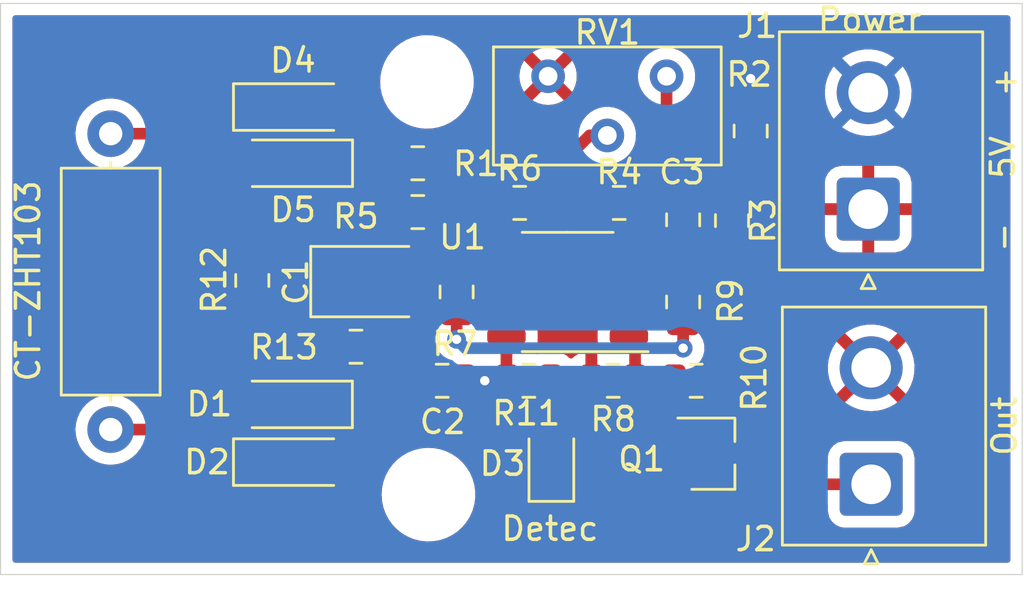
<source format=kicad_pcb>
(kicad_pcb (version 20200628) (host pcbnew "5.99.0-unknown-20c1492~102~ubuntu18.04.1")

  (general
    (thickness 1.6)
    (drawings 8)
    (tracks 90)
    (modules 29)
    (nets 17)
  )

  (paper "A4")
  (layers
    (0 "F.Cu" signal)
    (31 "B.Cu" signal)
    (32 "B.Adhes" user)
    (33 "F.Adhes" user)
    (34 "B.Paste" user)
    (35 "F.Paste" user)
    (36 "B.SilkS" user)
    (37 "F.SilkS" user)
    (38 "B.Mask" user)
    (39 "F.Mask" user)
    (40 "Dwgs.User" user)
    (41 "Cmts.User" user)
    (42 "Eco1.User" user)
    (43 "Eco2.User" user)
    (44 "Edge.Cuts" user)
    (45 "Margin" user)
    (46 "B.CrtYd" user)
    (47 "F.CrtYd" user)
    (48 "B.Fab" user)
    (49 "F.Fab" user)
  )
           
  (setup
    (stackup
      (layer "F.SilkS" (type "Top Silk Screen"))
      (layer "F.Paste" (type "Top Solder Paste"))
      (layer "F.Mask" (type "Top Solder Mask") (color "Green") (thickness 0.01))
      (layer "F.Cu" (type "copper") (thickness 0.035))
      (layer "dielectric 1" (type "core") (thickness 1.51) (material "FR4") (epsilon_r 4.5) (loss_tangent 0.02))
      (layer "B.Cu" (type "copper") (thickness 0.035))
      (layer "B.Mask" (type "Bottom Solder Mask") (color "Green") (thickness 0.01))
      (layer "B.Paste" (type "Bottom Solder Paste"))
      (layer "B.SilkS" (type "Bottom Silk Screen"))
      (copper_finish "None")
      (dielectric_constraints no)
    )
    (pcbplotparams
      (layerselection 0x010fc_ffffffff)
      (usegerberextensions false)
      (usegerberattributes true)
      (usegerberadvancedattributes true)
      (creategerberjobfile true)
      (svguseinch false)
      (svgprecision 6)
      (excludeedgelayer true)
      (linewidth 0.100000)
      (plotframeref false)
      (viasonmask false)
      (mode 1)
      (useauxorigin false)
      (hpglpennumber 1)
      (hpglpenspeed 20)
      (hpglpendiameter 15.000000)
      (psnegative false)
      (psa4output false)
      (plotreference true)
      (plotvalue true)
      (plotinvisibletext false)
      (sketchpadsonfab false)
      (subtractmaskfromsilk false)
      (outputformat 1)
      (mirror false)
      (drillshape 0)
      (scaleselection 1)
      (outputdirectory "kk/")
    )
  )

  (net 0 "")
  (net 1 "GND")
  (net 2 "Net-(C1-Pad1)")
  (net 3 "Net-(C3-Pad1)")
  (net 4 "+5V")
  (net 5 "Net-(CT-ZHT103-Pad2)")
  (net 6 "Net-(CT-ZHT103-Pad1)")
  (net 7 "Net-(D3-Pad2)")
  (net 8 "Net-(D3-Pad1)")
  (net 9 "Net-(Q1-Pad1)")
  (net 10 "Net-(R1-Pad1)")
  (net 11 "Net-(R4-Pad2)")
  (net 12 "Net-(R10-Pad1)")
  (net 13 "Net-(R6-Pad2)")
  (net 14 "Net-(R7-Pad2)")
  (net 15 "Net-(R9-Pad2)")
  (net 16 "Net-(RV1-Pad2)")

  (module "Potentiometer_THT:Potentiometer_Bourns_3296Y_Vertical" (layer "F.Cu") (tedit 5A3D4994) (tstamp 37afa9c4-376d-49b0-ae43-532792639ed8)
    (at 138.4808 81.7372)
    (descr "Potentiometer, vertical, Bourns 3296Y, https://www.bourns.com/pdfs/3296.pdf")
    (tags "Potentiometer vertical Bourns 3296Y")
    (path "/b442358c-6bfb-4049-814d-773cd4de2c45")
    (fp_text reference "RV1" (at -2.54 -1.8796) (layer "F.SilkS")
      (effects (font (size 1 1) (thickness 0.15)))
    )
    (fp_text value "10k" (at -2.54 4.94) (layer "F.Fab")
      (effects (font (size 1 1) (thickness 0.15)))
    )
    (fp_text user "${REFERENCE}" (at -3.175 1.275) (layer "F.Fab")
      (effects (font (size 1 1) (thickness 0.15)))
    )
    (fp_line (start 2.5 -1.4) (end -7.6 -1.4) (layer "F.CrtYd") (width 0.05))
    (fp_line (start 2.5 3.95) (end 2.5 -1.4) (layer "F.CrtYd") (width 0.05))
    (fp_line (start -7.6 3.95) (end 2.5 3.95) (layer "F.CrtYd") (width 0.05))
    (fp_line (start -7.6 -1.4) (end -7.6 3.95) (layer "F.CrtYd") (width 0.05))
    (fp_line (start 2.345 -1.26) (end 2.345 3.81) (layer "F.SilkS") (width 0.12))
    (fp_line (start -7.425 -1.26) (end -7.425 3.81) (layer "F.SilkS") (width 0.12))
    (fp_line (start -7.425 3.81) (end 2.345 3.81) (layer "F.SilkS") (width 0.12))
    (fp_line (start -7.425 -1.26) (end 2.345 -1.26) (layer "F.SilkS") (width 0.12))
    (fp_line (start 0.955 3.505) (end 0.956 1.336) (layer "F.Fab") (width 0.1))
    (fp_line (start 0.955 3.505) (end 0.956 1.336) (layer "F.Fab") (width 0.1))
    (fp_line (start 2.225 -1.14) (end -7.305 -1.14) (layer "F.Fab") (width 0.1))
    (fp_line (start 2.225 3.69) (end 2.225 -1.14) (layer "F.Fab") (width 0.1))
    (fp_line (start -7.305 3.69) (end 2.225 3.69) (layer "F.Fab") (width 0.1))
    (fp_line (start -7.305 -1.14) (end -7.305 3.69) (layer "F.Fab") (width 0.1))
    (fp_circle (center 0.955 2.42) (end 2.05 2.42) (layer "F.Fab") (width 0.1))
    (pad "3" thru_hole circle (at -5.08 0) (size 1.44 1.44) (drill 0.8) (layers *.Cu *.Mask)
      (net 1 "GND") (pinfunction "3") (tstamp 59001175-e5ac-402e-83d4-606bbabaabf6))
    (pad "2" thru_hole circle (at -2.54 2.54) (size 1.44 1.44) (drill 0.8) (layers *.Cu *.Mask)
      (net 16 "Net-(RV1-Pad2)") (pinfunction "2") (tstamp 60d0d98c-4dbb-4030-9ae3-4d4755ef9423))
    (pad "1" thru_hole circle (at 0 0) (size 1.44 1.44) (drill 0.8) (layers *.Cu *.Mask)
      (net 11 "Net-(R4-Pad2)") (pinfunction "1") (tstamp a7327a93-7dd9-4538-b1e1-03f6d1979936))
    (model "${KISYS3DMOD}/Potentiometer_THT.3dshapes/Potentiometer_Bourns_3296Y_Vertical.wrl"
      (at (xyz 0 0 0))
      (scale (xyz 1 1 1))
      (rotate (xyz 0 0 0))
    )
  )

  (module "Resistor_SMD:R_0805_2012Metric" (layer "F.Cu") (tedit 5B36C52B) (tstamp 205a700b-0d11-4b81-b2db-08777fe5ee2e)
    (at 125.1585 93.345)
    (descr "Resistor SMD 0805 (2012 Metric), square (rectangular) end terminal, IPC_7351 nominal, (Body size source: https://docs.google.com/spreadsheets/d/1BsfQQcO9C6DZCsRaXUlFlo91Tg2WpOkGARC1WS5S8t0/edit?usp=sharing), generated with kicad-footprint-generator")
    (tags "resistor")
    (path "/32128b69-f11a-47d3-a2c6-d400092b3c6f")
    (attr smd)
    (fp_text reference "R13" (at -3.0861 0.0254) (layer "F.SilkS")
      (effects (font (size 1 1) (thickness 0.15)))
    )
    (fp_text value "470k" (at 0 1.65) (layer "F.Fab")
      (effects (font (size 1 1) (thickness 0.15)))
    )
    (fp_text user "${REFERENCE}" (at 0 0) (layer "F.Fab")
      (effects (font (size 0.5 0.5) (thickness 0.08)))
    )
    (fp_line (start 1.68 0.95) (end -1.68 0.95) (layer "F.CrtYd") (width 0.05))
    (fp_line (start 1.68 -0.95) (end 1.68 0.95) (layer "F.CrtYd") (width 0.05))
    (fp_line (start -1.68 -0.95) (end 1.68 -0.95) (layer "F.CrtYd") (width 0.05))
    (fp_line (start -1.68 0.95) (end -1.68 -0.95) (layer "F.CrtYd") (width 0.05))
    (fp_line (start -0.258578 0.71) (end 0.258578 0.71) (layer "F.SilkS") (width 0.12))
    (fp_line (start -0.258578 -0.71) (end 0.258578 -0.71) (layer "F.SilkS") (width 0.12))
    (fp_line (start 1 0.6) (end -1 0.6) (layer "F.Fab") (width 0.1))
    (fp_line (start 1 -0.6) (end 1 0.6) (layer "F.Fab") (width 0.1))
    (fp_line (start -1 -0.6) (end 1 -0.6) (layer "F.Fab") (width 0.1))
    (fp_line (start -1 0.6) (end -1 -0.6) (layer "F.Fab") (width 0.1))
    (pad "2" smd roundrect (at 0.9375 0) (size 0.975 1.4) (layers "F.Cu" "F.Paste" "F.Mask") (roundrect_rratio 0.25)
      (net 1 "GND") (tstamp 9cffe23b-69fa-42f3-a936-88f911fee1ae))
    (pad "1" smd roundrect (at -0.9375 0) (size 0.975 1.4) (layers "F.Cu" "F.Paste" "F.Mask") (roundrect_rratio 0.25)
      (net 2 "Net-(C1-Pad1)") (tstamp 6a48ff0b-bbbe-4385-b664-d4ac168b1288))
    (model "${KISYS3DMOD}/Resistor_SMD.3dshapes/R_0805_2012Metric.wrl"
      (at (xyz 0 0 0))
      (scale (xyz 1 1 1))
      (rotate (xyz 0 0 0))
    )
  )

  (module "MountingHole:MountingHole_3mm" (layer "F.Cu") (tedit 56D1B4CB) (tstamp 23a27e67-48e7-48c7-af40-c656a923c94e)
    (at 128.27 99.695)
    (descr "Mounting Hole 3mm, no annular")
    (tags "mounting hole 3mm no annular")
    (attr virtual)
    (fp_text reference "REF**" (at -0.0635 0.0635) (layer "F.SilkS") hide
      (effects (font (size 1 1) (thickness 0.15)))
    )
    (fp_text value "MountingHole_3mm" (at 0 4) (layer "F.Fab")
      (effects (font (size 1 1) (thickness 0.15)))
    )
    (fp_circle (center 0 0) (end 3.25 0) (layer "F.CrtYd") (width 0.05))
    (fp_circle (center 0 0) (end 3 0) (layer "Cmts.User") (width 0.15))
    (fp_text user "${REFERENCE}" (at 0.3 0) (layer "F.Fab")
      (effects (font (size 1 1) (thickness 0.15)))
    )
    (pad "1" np_thru_hole circle (at 0 0) (size 3 3) (drill 3) (layers *.Cu *.Mask) (tstamp 04eb7010-46b4-4ed7-a410-dbe63cc1310f))
  )

  (module "MountingHole:MountingHole_3mm" (layer "F.Cu") (tedit 56D1B4CB) (tstamp 7d3975d2-5eb2-4f27-bb79-c5649c2716f5)
    (at 128.2065 81.9785)
    (descr "Mounting Hole 3mm, no annular")
    (tags "mounting hole 3mm no annular")
    (attr virtual)
    (fp_text reference "REF**" (at 0.1905 0.0635) (layer "F.SilkS") hide
      (effects (font (size 1 1) (thickness 0.15)))
    )
    (fp_text value "MountingHole_3mm" (at 0 4) (layer "F.Fab")
      (effects (font (size 1 1) (thickness 0.15)))
    )
    (fp_circle (center 0 0) (end 3.25 0) (layer "F.CrtYd") (width 0.05))
    (fp_circle (center 0 0) (end 3 0) (layer "Cmts.User") (width 0.15))
    (fp_text user "${REFERENCE}" (at 0.3 0) (layer "F.Fab")
      (effects (font (size 1 1) (thickness 0.15)))
    )
    (pad "1" np_thru_hole circle (at 0 0) (size 3 3) (drill 3) (layers *.Cu *.Mask) (tstamp 04eb7010-46b4-4ed7-a410-dbe63cc1310f))
  )

  (module "Inductor_THT:L_Axial_L9.5mm_D4.0mm_P12.70mm_Horizontal_Fastron_SMCC" (layer "F.Cu") (tedit 5AE59B05) (tstamp 8e94a70d-04de-496f-94a1-2714e4fdec5b)
    (at 114.640707 96.901 90)
    (descr "Inductor, Axial series, Axial, Horizontal, pin pitch=12.7mm, , length*diameter=9.5*4mm^2, Fastron, SMCC, http://cdn-reichelt.de/documents/datenblatt/B400/DS_SMCC_NEU.pdf, http://cdn-reichelt.de/documents/datenblatt/B400/LEADEDINDUCTORS.pdf")
    (tags "Inductor Axial series Axial Horizontal pin pitch 12.7mm  length 9.5mm diameter 4mm Fastron SMCC")
    (path "/1daa437c-11f5-458b-8602-5f02c9495a54")
    (fp_text reference "CT-ZHT103" (at 6.3754 -3.541107 90) (layer "F.SilkS")
      (effects (font (size 1 1) (thickness 0.15)))
    )
    (fp_text value "0.3-5A /1000:1" (at 6.35 3.12 90) (layer "F.Fab")
      (effects (font (size 1 1) (thickness 0.15)))
    )
    (fp_text user "${REFERENCE}" (at 6.35 0 90) (layer "F.Fab")
      (effects (font (size 1 1) (thickness 0.15)))
    )
    (fp_line (start 13.95 -2.25) (end -1.25 -2.25) (layer "F.CrtYd") (width 0.05))
    (fp_line (start 13.95 2.25) (end 13.95 -2.25) (layer "F.CrtYd") (width 0.05))
    (fp_line (start -1.25 2.25) (end 13.95 2.25) (layer "F.CrtYd") (width 0.05))
    (fp_line (start -1.25 -2.25) (end -1.25 2.25) (layer "F.CrtYd") (width 0.05))
    (fp_line (start 11.46 0) (end 11.22 0) (layer "F.SilkS") (width 0.12))
    (fp_line (start 1.24 0) (end 1.48 0) (layer "F.SilkS") (width 0.12))
    (fp_line (start 11.22 -2.12) (end 1.48 -2.12) (layer "F.SilkS") (width 0.12))
    (fp_line (start 11.22 2.12) (end 11.22 -2.12) (layer "F.SilkS") (width 0.12))
    (fp_line (start 1.48 2.12) (end 11.22 2.12) (layer "F.SilkS") (width 0.12))
    (fp_line (start 1.48 -2.12) (end 1.48 2.12) (layer "F.SilkS") (width 0.12))
    (fp_line (start 12.7 0) (end 11.1 0) (layer "F.Fab") (width 0.1))
    (fp_line (start 0 0) (end 1.6 0) (layer "F.Fab") (width 0.1))
    (fp_line (start 11.1 -2) (end 1.6 -2) (layer "F.Fab") (width 0.1))
    (fp_line (start 11.1 2) (end 11.1 -2) (layer "F.Fab") (width 0.1))
    (fp_line (start 1.6 2) (end 11.1 2) (layer "F.Fab") (width 0.1))
    (fp_line (start 1.6 -2) (end 1.6 2) (layer "F.Fab") (width 0.1))
    (pad "2" thru_hole oval (at 12.7 0 90) (size 2 2) (drill 1) (layers *.Cu *.Mask)
      (net 5 "Net-(CT-ZHT103-Pad2)") (pinfunction "2") (tstamp 783e61c0-ad5e-487a-9513-9fac70e3c1db))
    (pad "1" thru_hole circle (at 0 0 90) (size 2 2) (drill 1) (layers *.Cu *.Mask)
      (net 6 "Net-(CT-ZHT103-Pad1)") (pinfunction "1") (tstamp 64bf5b12-628e-4d55-9d49-b0b0f0d58a10))
    (model "${KISYS3DMOD}/Inductor_THT.3dshapes/L_Axial_L9.5mm_D4.0mm_P12.70mm_Horizontal_Fastron_SMCC.wrl"
      (at (xyz 0 0 0))
      (scale (xyz 1 1 1))
      (rotate (xyz 0 0 0))
    )
  )

  (module "Diode_SMD:D_MiniMELF" (layer "F.Cu") (tedit 5905D8F5) (tstamp 916abba4-402b-4314-a98b-860fe7ea828e)
    (at 122.4635 85.471 180)
    (descr "Diode Mini-MELF")
    (tags "Diode Mini-MELF")
    (path "/240de8d4-18c8-4a42-bae7-903f9455a0f9")
    (attr smd)
    (fp_text reference "D5" (at 0 -2) (layer "F.SilkS")
      (effects (font (size 1 1) (thickness 0.15)))
    )
    (fp_text value "LL4148" (at 0 1.75) (layer "F.Fab")
      (effects (font (size 1 1) (thickness 0.15)))
    )
    (fp_line (start -2.65 1.1) (end -2.65 -1.1) (layer "F.CrtYd") (width 0.05))
    (fp_line (start 2.65 1.1) (end -2.65 1.1) (layer "F.CrtYd") (width 0.05))
    (fp_line (start 2.65 -1.1) (end 2.65 1.1) (layer "F.CrtYd") (width 0.05))
    (fp_line (start -2.65 -1.1) (end 2.65 -1.1) (layer "F.CrtYd") (width 0.05))
    (fp_line (start -0.75 0) (end -0.35 0) (layer "F.Fab") (width 0.1))
    (fp_line (start -0.35 0) (end -0.35 -0.55) (layer "F.Fab") (width 0.1))
    (fp_line (start -0.35 0) (end -0.35 0.55) (layer "F.Fab") (width 0.1))
    (fp_line (start -0.35 0) (end 0.25 -0.4) (layer "F.Fab") (width 0.1))
    (fp_line (start 0.25 -0.4) (end 0.25 0.4) (layer "F.Fab") (width 0.1))
    (fp_line (start 0.25 0.4) (end -0.35 0) (layer "F.Fab") (width 0.1))
    (fp_line (start 0.25 0) (end 0.75 0) (layer "F.Fab") (width 0.1))
    (fp_line (start -1.65 -0.8) (end 1.65 -0.8) (layer "F.Fab") (width 0.1))
    (fp_line (start -1.65 0.8) (end -1.65 -0.8) (layer "F.Fab") (width 0.1))
    (fp_line (start 1.65 0.8) (end -1.65 0.8) (layer "F.Fab") (width 0.1))
    (fp_line (start 1.65 -0.8) (end 1.65 0.8) (layer "F.Fab") (width 0.1))
    (fp_line (start -2.55 1) (end 1.75 1) (layer "F.SilkS") (width 0.12))
    (fp_line (start -2.55 -1) (end -2.55 1) (layer "F.SilkS") (width 0.12))
    (fp_line (start 1.75 -1) (end -2.55 -1) (layer "F.SilkS") (width 0.12))
    (fp_text user "${REFERENCE}" (at 0 -2) (layer "F.Fab")
      (effects (font (size 1 1) (thickness 0.15)))
    )
    (pad "2" smd rect (at 1.75 0 180) (size 1.3 1.7) (layers "F.Cu" "F.Paste" "F.Mask")
      (net 5 "Net-(CT-ZHT103-Pad2)") (pinfunction "A") (tstamp 8738c040-0467-4714-8ab1-6e086aee6924))
    (pad "1" smd rect (at -1.75 0 180) (size 1.3 1.7) (layers "F.Cu" "F.Paste" "F.Mask")
      (net 2 "Net-(C1-Pad1)") (pinfunction "K") (tstamp d0fd6e15-c499-4410-900e-0d022bcbe639))
    (model "${KISYS3DMOD}/Diode_SMD.3dshapes/D_MiniMELF.wrl"
      (at (xyz 0 0 0))
      (scale (xyz 1 1 1))
      (rotate (xyz 0 0 0))
    )
  )

  (module "Diode_SMD:D_MiniMELF" (layer "F.Cu") (tedit 5905D8F5) (tstamp 9c6e7453-963d-4601-b031-14a781f354ed)
    (at 122.456 83.058)
    (descr "Diode Mini-MELF")
    (tags "Diode Mini-MELF")
    (path "/3a719104-4674-446e-84f6-3e6c9d6bd188")
    (attr smd)
    (fp_text reference "D4" (at 0 -2) (layer "F.SilkS")
      (effects (font (size 1 1) (thickness 0.15)))
    )
    (fp_text value "LL4148" (at 0 1.75) (layer "F.Fab")
      (effects (font (size 1 1) (thickness 0.15)))
    )
    (fp_line (start -2.65 1.1) (end -2.65 -1.1) (layer "F.CrtYd") (width 0.05))
    (fp_line (start 2.65 1.1) (end -2.65 1.1) (layer "F.CrtYd") (width 0.05))
    (fp_line (start 2.65 -1.1) (end 2.65 1.1) (layer "F.CrtYd") (width 0.05))
    (fp_line (start -2.65 -1.1) (end 2.65 -1.1) (layer "F.CrtYd") (width 0.05))
    (fp_line (start -0.75 0) (end -0.35 0) (layer "F.Fab") (width 0.1))
    (fp_line (start -0.35 0) (end -0.35 -0.55) (layer "F.Fab") (width 0.1))
    (fp_line (start -0.35 0) (end -0.35 0.55) (layer "F.Fab") (width 0.1))
    (fp_line (start -0.35 0) (end 0.25 -0.4) (layer "F.Fab") (width 0.1))
    (fp_line (start 0.25 -0.4) (end 0.25 0.4) (layer "F.Fab") (width 0.1))
    (fp_line (start 0.25 0.4) (end -0.35 0) (layer "F.Fab") (width 0.1))
    (fp_line (start 0.25 0) (end 0.75 0) (layer "F.Fab") (width 0.1))
    (fp_line (start -1.65 -0.8) (end 1.65 -0.8) (layer "F.Fab") (width 0.1))
    (fp_line (start -1.65 0.8) (end -1.65 -0.8) (layer "F.Fab") (width 0.1))
    (fp_line (start 1.65 0.8) (end -1.65 0.8) (layer "F.Fab") (width 0.1))
    (fp_line (start 1.65 -0.8) (end 1.65 0.8) (layer "F.Fab") (width 0.1))
    (fp_line (start -2.55 1) (end 1.75 1) (layer "F.SilkS") (width 0.12))
    (fp_line (start -2.55 -1) (end -2.55 1) (layer "F.SilkS") (width 0.12))
    (fp_line (start 1.75 -1) (end -2.55 -1) (layer "F.SilkS") (width 0.12))
    (fp_text user "${REFERENCE}" (at 0 -2) (layer "F.Fab")
      (effects (font (size 1 1) (thickness 0.15)))
    )
    (pad "2" smd rect (at 1.75 0) (size 1.3 1.7) (layers "F.Cu" "F.Paste" "F.Mask")
      (net 1 "GND") (pinfunction "A") (tstamp 8738c040-0467-4714-8ab1-6e086aee6924))
    (pad "1" smd rect (at -1.75 0) (size 1.3 1.7) (layers "F.Cu" "F.Paste" "F.Mask")
      (net 5 "Net-(CT-ZHT103-Pad2)") (pinfunction "K") (tstamp d0fd6e15-c499-4410-900e-0d022bcbe639))
    (model "${KISYS3DMOD}/Diode_SMD.3dshapes/D_MiniMELF.wrl"
      (at (xyz 0 0 0))
      (scale (xyz 1 1 1))
      (rotate (xyz 0 0 0))
    )
  )

  (module "Diode_SMD:D_MiniMELF" (layer "F.Cu") (tedit 5905D8F5) (tstamp d93d9ffe-4732-4497-b6ae-762bdb13853f)
    (at 122.456 98.298)
    (descr "Diode Mini-MELF")
    (tags "Diode Mini-MELF")
    (path "/9dda5879-7962-4cea-9524-006ddd29523a")
    (attr smd)
    (fp_text reference "D2" (at -3.6856 0) (layer "F.SilkS")
      (effects (font (size 1 1) (thickness 0.15)))
    )
    (fp_text value "LL4148" (at 0 1.75) (layer "F.Fab")
      (effects (font (size 1 1) (thickness 0.15)))
    )
    (fp_line (start -2.65 1.1) (end -2.65 -1.1) (layer "F.CrtYd") (width 0.05))
    (fp_line (start 2.65 1.1) (end -2.65 1.1) (layer "F.CrtYd") (width 0.05))
    (fp_line (start 2.65 -1.1) (end 2.65 1.1) (layer "F.CrtYd") (width 0.05))
    (fp_line (start -2.65 -1.1) (end 2.65 -1.1) (layer "F.CrtYd") (width 0.05))
    (fp_line (start -0.75 0) (end -0.35 0) (layer "F.Fab") (width 0.1))
    (fp_line (start -0.35 0) (end -0.35 -0.55) (layer "F.Fab") (width 0.1))
    (fp_line (start -0.35 0) (end -0.35 0.55) (layer "F.Fab") (width 0.1))
    (fp_line (start -0.35 0) (end 0.25 -0.4) (layer "F.Fab") (width 0.1))
    (fp_line (start 0.25 -0.4) (end 0.25 0.4) (layer "F.Fab") (width 0.1))
    (fp_line (start 0.25 0.4) (end -0.35 0) (layer "F.Fab") (width 0.1))
    (fp_line (start 0.25 0) (end 0.75 0) (layer "F.Fab") (width 0.1))
    (fp_line (start -1.65 -0.8) (end 1.65 -0.8) (layer "F.Fab") (width 0.1))
    (fp_line (start -1.65 0.8) (end -1.65 -0.8) (layer "F.Fab") (width 0.1))
    (fp_line (start 1.65 0.8) (end -1.65 0.8) (layer "F.Fab") (width 0.1))
    (fp_line (start 1.65 -0.8) (end 1.65 0.8) (layer "F.Fab") (width 0.1))
    (fp_line (start -2.55 1) (end 1.75 1) (layer "F.SilkS") (width 0.12))
    (fp_line (start -2.55 -1) (end -2.55 1) (layer "F.SilkS") (width 0.12))
    (fp_line (start 1.75 -1) (end -2.55 -1) (layer "F.SilkS") (width 0.12))
    (fp_text user "${REFERENCE}" (at 0 -2) (layer "F.Fab")
      (effects (font (size 1 1) (thickness 0.15)))
    )
    (pad "2" smd rect (at 1.75 0) (size 1.3 1.7) (layers "F.Cu" "F.Paste" "F.Mask")
      (net 1 "GND") (pinfunction "A") (tstamp 8738c040-0467-4714-8ab1-6e086aee6924))
    (pad "1" smd rect (at -1.75 0) (size 1.3 1.7) (layers "F.Cu" "F.Paste" "F.Mask")
      (net 6 "Net-(CT-ZHT103-Pad1)") (pinfunction "K") (tstamp d0fd6e15-c499-4410-900e-0d022bcbe639))
    (model "${KISYS3DMOD}/Diode_SMD.3dshapes/D_MiniMELF.wrl"
      (at (xyz 0 0 0))
      (scale (xyz 1 1 1))
      (rotate (xyz 0 0 0))
    )
  )

  (module "Diode_SMD:D_MiniMELF" (layer "F.Cu") (tedit 5905D8F5) (tstamp 9ba2de08-cd9b-4a2d-97ab-3482f71956dd)
    (at 122.456 95.8215 180)
    (descr "Diode Mini-MELF")
    (tags "Diode Mini-MELF")
    (path "/d659f5a0-ca4a-4d5f-a237-189785d76f34")
    (attr smd)
    (fp_text reference "D1" (at 3.584 0.0127) (layer "F.SilkS")
      (effects (font (size 1 1) (thickness 0.15)))
    )
    (fp_text value "LL4148" (at 0 1.75) (layer "F.Fab")
      (effects (font (size 1 1) (thickness 0.15)))
    )
    (fp_line (start -2.65 1.1) (end -2.65 -1.1) (layer "F.CrtYd") (width 0.05))
    (fp_line (start 2.65 1.1) (end -2.65 1.1) (layer "F.CrtYd") (width 0.05))
    (fp_line (start 2.65 -1.1) (end 2.65 1.1) (layer "F.CrtYd") (width 0.05))
    (fp_line (start -2.65 -1.1) (end 2.65 -1.1) (layer "F.CrtYd") (width 0.05))
    (fp_line (start -0.75 0) (end -0.35 0) (layer "F.Fab") (width 0.1))
    (fp_line (start -0.35 0) (end -0.35 -0.55) (layer "F.Fab") (width 0.1))
    (fp_line (start -0.35 0) (end -0.35 0.55) (layer "F.Fab") (width 0.1))
    (fp_line (start -0.35 0) (end 0.25 -0.4) (layer "F.Fab") (width 0.1))
    (fp_line (start 0.25 -0.4) (end 0.25 0.4) (layer "F.Fab") (width 0.1))
    (fp_line (start 0.25 0.4) (end -0.35 0) (layer "F.Fab") (width 0.1))
    (fp_line (start 0.25 0) (end 0.75 0) (layer "F.Fab") (width 0.1))
    (fp_line (start -1.65 -0.8) (end 1.65 -0.8) (layer "F.Fab") (width 0.1))
    (fp_line (start -1.65 0.8) (end -1.65 -0.8) (layer "F.Fab") (width 0.1))
    (fp_line (start 1.65 0.8) (end -1.65 0.8) (layer "F.Fab") (width 0.1))
    (fp_line (start 1.65 -0.8) (end 1.65 0.8) (layer "F.Fab") (width 0.1))
    (fp_line (start -2.55 1) (end 1.75 1) (layer "F.SilkS") (width 0.12))
    (fp_line (start -2.55 -1) (end -2.55 1) (layer "F.SilkS") (width 0.12))
    (fp_line (start 1.75 -1) (end -2.55 -1) (layer "F.SilkS") (width 0.12))
    (fp_text user "${REFERENCE}" (at 0 -2) (layer "F.Fab")
      (effects (font (size 1 1) (thickness 0.15)))
    )
    (pad "2" smd rect (at 1.75 0 180) (size 1.3 1.7) (layers "F.Cu" "F.Paste" "F.Mask")
      (net 6 "Net-(CT-ZHT103-Pad1)") (pinfunction "A") (tstamp 8738c040-0467-4714-8ab1-6e086aee6924))
    (pad "1" smd rect (at -1.75 0 180) (size 1.3 1.7) (layers "F.Cu" "F.Paste" "F.Mask")
      (net 2 "Net-(C1-Pad1)") (pinfunction "K") (tstamp d0fd6e15-c499-4410-900e-0d022bcbe639))
    (model "${KISYS3DMOD}/Diode_SMD.3dshapes/D_MiniMELF.wrl"
      (at (xyz 0 0 0))
      (scale (xyz 1 1 1))
      (rotate (xyz 0 0 0))
    )
  )

  (module "Capacitor_Tantalum_SMD:CP_EIA-3528-12_Kemet-T" (layer "F.Cu") (tedit 5B342532) (tstamp 8869a8d6-2ad3-40f3-9a91-e0b4b765d9db)
    (at 125.68 90.551)
    (descr "Tantalum Capacitor SMD Kemet-T (3528-12 Metric), IPC_7351 nominal, (Body size from: http://www.kemet.com/Lists/ProductCatalog/Attachments/253/KEM_TC101_STD.pdf), generated with kicad-footprint-generator")
    (tags "capacitor tantalum")
    (path "/c6ec8df8-923b-47f6-ac19-4a7ab31a9dd7")
    (attr smd)
    (fp_text reference "C1" (at -3.0996 0.0254 90) (layer "F.SilkS")
      (effects (font (size 1 1) (thickness 0.15)))
    )
    (fp_text value "1uF" (at 0 2.35) (layer "F.Fab")
      (effects (font (size 1 1) (thickness 0.15)))
    )
    (fp_text user "${REFERENCE}" (at 0 0) (layer "F.Fab")
      (effects (font (size 0.88 0.88) (thickness 0.13)))
    )
    (fp_line (start 2.45 1.65) (end -2.45 1.65) (layer "F.CrtYd") (width 0.05))
    (fp_line (start 2.45 -1.65) (end 2.45 1.65) (layer "F.CrtYd") (width 0.05))
    (fp_line (start -2.45 -1.65) (end 2.45 -1.65) (layer "F.CrtYd") (width 0.05))
    (fp_line (start -2.45 1.65) (end -2.45 -1.65) (layer "F.CrtYd") (width 0.05))
    (fp_line (start -2.46 1.51) (end 1.75 1.51) (layer "F.SilkS") (width 0.12))
    (fp_line (start -2.46 -1.51) (end -2.46 1.51) (layer "F.SilkS") (width 0.12))
    (fp_line (start 1.75 -1.51) (end -2.46 -1.51) (layer "F.SilkS") (width 0.12))
    (fp_line (start 1.75 1.4) (end 1.75 -1.4) (layer "F.Fab") (width 0.1))
    (fp_line (start -1.75 1.4) (end 1.75 1.4) (layer "F.Fab") (width 0.1))
    (fp_line (start -1.75 -0.7) (end -1.75 1.4) (layer "F.Fab") (width 0.1))
    (fp_line (start -1.05 -1.4) (end -1.75 -0.7) (layer "F.Fab") (width 0.1))
    (fp_line (start 1.75 -1.4) (end -1.05 -1.4) (layer "F.Fab") (width 0.1))
    (pad "2" smd roundrect (at 1.5375 0) (size 1.325 2.35) (layers "F.Cu" "F.Paste" "F.Mask") (roundrect_rratio 0.1886777358490566)
      (net 1 "GND") (tstamp a9f83644-d3e2-4fe8-8fe6-7c77910a907e))
    (pad "1" smd roundrect (at -1.5375 0) (size 1.325 2.35) (layers "F.Cu" "F.Paste" "F.Mask") (roundrect_rratio 0.1886777358490566)
      (net 2 "Net-(C1-Pad1)") (tstamp de3af00e-db62-4405-9d98-0472b536f2be))
    (model "${KISYS3DMOD}/Capacitor_Tantalum_SMD.3dshapes/CP_EIA-3528-12_Kemet-T.wrl"
      (at (xyz 0 0 0))
      (scale (xyz 1 1 1))
      (rotate (xyz 0 0 0))
    )
  )

  (module "Package_SO:SOP-8_3.9x4.9mm_P1.27mm" (layer "F.Cu") (tedit 5D9F72B1) (tstamp 4dff3c84-97eb-44dc-a168-b344e2fa721d)
    (at 134.239 90.9955 180)
    (descr "SOP, 8 Pin (http://www.macronix.com/Lists/Datasheet/Attachments/7534/MX25R3235F,%20Wide%20Range,%2032Mb,%20v1.6.pdf#page=79), generated with kicad-footprint-generator ipc_gullwing_generator.py")
    (tags "SOP SO")
    (path "/1262acd1-ba37-40c9-924b-cea5dbbf13c9")
    (attr smd)
    (fp_text reference "U1" (at 4.5085 2.3495) (layer "F.SilkS")
      (effects (font (size 1 1) (thickness 0.15)))
    )
    (fp_text value "LM358" (at 0 3.4) (layer "F.Fab")
      (effects (font (size 1 1) (thickness 0.15)))
    )
    (fp_text user "${REFERENCE}" (at 0 0) (layer "F.Fab")
      (effects (font (size 0.98 0.98) (thickness 0.15)))
    )
    (fp_line (start 3.7 -2.7) (end -3.7 -2.7) (layer "F.CrtYd") (width 0.05))
    (fp_line (start 3.7 2.7) (end 3.7 -2.7) (layer "F.CrtYd") (width 0.05))
    (fp_line (start -3.7 2.7) (end 3.7 2.7) (layer "F.CrtYd") (width 0.05))
    (fp_line (start -3.7 -2.7) (end -3.7 2.7) (layer "F.CrtYd") (width 0.05))
    (fp_line (start -1.95 -1.475) (end -0.975 -2.45) (layer "F.Fab") (width 0.1))
    (fp_line (start -1.95 2.45) (end -1.95 -1.475) (layer "F.Fab") (width 0.1))
    (fp_line (start 1.95 2.45) (end -1.95 2.45) (layer "F.Fab") (width 0.1))
    (fp_line (start 1.95 -2.45) (end 1.95 2.45) (layer "F.Fab") (width 0.1))
    (fp_line (start -0.975 -2.45) (end 1.95 -2.45) (layer "F.Fab") (width 0.1))
    (fp_line (start 0 -2.56) (end -3.45 -2.56) (layer "F.SilkS") (width 0.12))
    (fp_line (start 0 -2.56) (end 1.95 -2.56) (layer "F.SilkS") (width 0.12))
    (fp_line (start 0 2.56) (end -1.95 2.56) (layer "F.SilkS") (width 0.12))
    (fp_line (start 0 2.56) (end 1.95 2.56) (layer "F.SilkS") (width 0.12))
    (pad "8" smd roundrect (at 2.625 -1.905 180) (size 1.65 0.6) (layers "F.Cu" "F.Paste" "F.Mask") (roundrect_rratio 0.25)
      (net 4 "+5V") (pinfunction "V+") (tstamp e28637c7-06e3-43c8-a435-d3f890d5ab1d))
    (pad "7" smd roundrect (at 2.625 -0.635 180) (size 1.65 0.6) (layers "F.Cu" "F.Paste" "F.Mask") (roundrect_rratio 0.25)
      (net 14 "Net-(R7-Pad2)") (tstamp f23c1db0-402c-417a-8198-d4a349bd87f7))
    (pad "6" smd roundrect (at 2.625 0.635 180) (size 1.65 0.6) (layers "F.Cu" "F.Paste" "F.Mask") (roundrect_rratio 0.25)
      (net 13 "Net-(R6-Pad2)") (pinfunction "-") (tstamp 7330ac1a-5827-4a5b-8688-a4ce430fa717))
    (pad "5" smd roundrect (at 2.625 1.905 180) (size 1.65 0.6) (layers "F.Cu" "F.Paste" "F.Mask") (roundrect_rratio 0.25)
      (net 10 "Net-(R1-Pad1)") (pinfunction "+") (tstamp 1328d010-dac9-4211-88ab-62f45fd0cd67))
    (pad "4" smd roundrect (at -2.625 1.905 180) (size 1.65 0.6) (layers "F.Cu" "F.Paste" "F.Mask") (roundrect_rratio 0.25)
      (net 1 "GND") (pinfunction "V-") (tstamp 7c01a689-6579-4dc4-b5a2-cffd16590f44))
    (pad "3" smd roundrect (at -2.625 0.635 180) (size 1.65 0.6) (layers "F.Cu" "F.Paste" "F.Mask") (roundrect_rratio 0.25)
      (net 15 "Net-(R9-Pad2)") (pinfunction "+") (tstamp c8255919-fd97-4cd3-9213-92e39937d42a))
    (pad "2" smd roundrect (at -2.625 -0.635 180) (size 1.65 0.6) (layers "F.Cu" "F.Paste" "F.Mask") (roundrect_rratio 0.25)
      (net 16 "Net-(RV1-Pad2)") (pinfunction "-") (tstamp 1fdeeb11-b6f9-49db-aa1b-7d92e56745a1))
    (pad "1" smd roundrect (at -2.625 -1.905 180) (size 1.65 0.6) (layers "F.Cu" "F.Paste" "F.Mask") (roundrect_rratio 0.25)
      (net 12 "Net-(R10-Pad1)") (tstamp 1be24df3-3eab-4dae-b003-293dc95418e5))
    (model "${KISYS3DMOD}/Package_SO.3dshapes/SOP-8_3.9x4.9mm_P1.27mm.wrl"
      (at (xyz 0 0 0))
      (scale (xyz 1 1 1))
      (rotate (xyz 0 0 0))
    )
  )

  (module "Resistor_SMD:R_0805_2012Metric" (layer "F.Cu") (tedit 5B36C52B) (tstamp 26da6cb8-9998-4790-8ccd-fb4a7bcc227e)
    (at 136.1925 94.8055 180)
    (descr "Resistor SMD 0805 (2012 Metric), square (rectangular) end terminal, IPC_7351 nominal, (Body size source: https://docs.google.com/spreadsheets/d/1BsfQQcO9C6DZCsRaXUlFlo91Tg2WpOkGARC1WS5S8t0/edit?usp=sharing), generated with kicad-footprint-generator")
    (tags "resistor")
    (path "/61b81d63-bbab-4dd6-a8d7-ab5f464b7f5d")
    (attr smd)
    (fp_text reference "R8" (at 0 -1.65) (layer "F.SilkS")
      (effects (font (size 1 1) (thickness 0.15)))
    )
    (fp_text value "10k" (at 0 1.65) (layer "F.Fab")
      (effects (font (size 1 1) (thickness 0.15)))
    )
    (fp_text user "${REFERENCE}" (at 0 0) (layer "F.Fab")
      (effects (font (size 0.5 0.5) (thickness 0.08)))
    )
    (fp_line (start 1.68 0.95) (end -1.68 0.95) (layer "F.CrtYd") (width 0.05))
    (fp_line (start 1.68 -0.95) (end 1.68 0.95) (layer "F.CrtYd") (width 0.05))
    (fp_line (start -1.68 -0.95) (end 1.68 -0.95) (layer "F.CrtYd") (width 0.05))
    (fp_line (start -1.68 0.95) (end -1.68 -0.95) (layer "F.CrtYd") (width 0.05))
    (fp_line (start -0.258578 0.71) (end 0.258578 0.71) (layer "F.SilkS") (width 0.12))
    (fp_line (start -0.258578 -0.71) (end 0.258578 -0.71) (layer "F.SilkS") (width 0.12))
    (fp_line (start 1 0.6) (end -1 0.6) (layer "F.Fab") (width 0.1))
    (fp_line (start 1 -0.6) (end 1 0.6) (layer "F.Fab") (width 0.1))
    (fp_line (start -1 -0.6) (end 1 -0.6) (layer "F.Fab") (width 0.1))
    (fp_line (start -1 0.6) (end -1 -0.6) (layer "F.Fab") (width 0.1))
    (pad "2" smd roundrect (at 0.9375 0 180) (size 0.975 1.4) (layers "F.Cu" "F.Paste" "F.Mask") (roundrect_rratio 0.25)
      (net 1 "GND") (tstamp dfd39935-eafa-4cb0-86ac-4acb0f188aef))
    (pad "1" smd roundrect (at -0.9375 0 180) (size 0.975 1.4) (layers "F.Cu" "F.Paste" "F.Mask") (roundrect_rratio 0.25)
      (net 12 "Net-(R10-Pad1)") (tstamp 12ea9058-9121-44b0-84de-d4f3063e81bb))
    (model "${KISYS3DMOD}/Resistor_SMD.3dshapes/R_0805_2012Metric.wrl"
      (at (xyz 0 0 0))
      (scale (xyz 1 1 1))
      (rotate (xyz 0 0 0))
    )
  )

  (module "Resistor_SMD:R_0805_2012Metric" (layer "F.Cu") (tedit 5B36C52B) (tstamp 600a9675-1114-42ee-bc92-c61b3e0a4e34)
    (at 139.7485 94.8055)
    (descr "Resistor SMD 0805 (2012 Metric), square (rectangular) end terminal, IPC_7351 nominal, (Body size source: https://docs.google.com/spreadsheets/d/1BsfQQcO9C6DZCsRaXUlFlo91Tg2WpOkGARC1WS5S8t0/edit?usp=sharing), generated with kicad-footprint-generator")
    (tags "resistor")
    (path "/933af8e0-52c2-424b-a561-9d52e93cf4cb")
    (attr smd)
    (fp_text reference "R10" (at 2.4915 -0.127 90) (layer "F.SilkS")
      (effects (font (size 1 1) (thickness 0.15)))
    )
    (fp_text value "10K" (at 0 1.65) (layer "F.Fab")
      (effects (font (size 1 1) (thickness 0.15)))
    )
    (fp_text user "${REFERENCE}" (at 0 0 90) (layer "F.Fab")
      (effects (font (size 0.5 0.5) (thickness 0.08)))
    )
    (fp_line (start 1.68 0.95) (end -1.68 0.95) (layer "F.CrtYd") (width 0.05))
    (fp_line (start 1.68 -0.95) (end 1.68 0.95) (layer "F.CrtYd") (width 0.05))
    (fp_line (start -1.68 -0.95) (end 1.68 -0.95) (layer "F.CrtYd") (width 0.05))
    (fp_line (start -1.68 0.95) (end -1.68 -0.95) (layer "F.CrtYd") (width 0.05))
    (fp_line (start -0.258578 0.71) (end 0.258578 0.71) (layer "F.SilkS") (width 0.12))
    (fp_line (start -0.258578 -0.71) (end 0.258578 -0.71) (layer "F.SilkS") (width 0.12))
    (fp_line (start 1 0.6) (end -1 0.6) (layer "F.Fab") (width 0.1))
    (fp_line (start 1 -0.6) (end 1 0.6) (layer "F.Fab") (width 0.1))
    (fp_line (start -1 -0.6) (end 1 -0.6) (layer "F.Fab") (width 0.1))
    (fp_line (start -1 0.6) (end -1 -0.6) (layer "F.Fab") (width 0.1))
    (pad "2" smd roundrect (at 0.9375 0) (size 0.975 1.4) (layers "F.Cu" "F.Paste" "F.Mask") (roundrect_rratio 0.25)
      (net 9 "Net-(Q1-Pad1)") (tstamp dfd39935-eafa-4cb0-86ac-4acb0f188aef))
    (pad "1" smd roundrect (at -0.9375 0) (size 0.975 1.4) (layers "F.Cu" "F.Paste" "F.Mask") (roundrect_rratio 0.25)
      (net 12 "Net-(R10-Pad1)") (tstamp 12ea9058-9121-44b0-84de-d4f3063e81bb))
    (model "${KISYS3DMOD}/Resistor_SMD.3dshapes/R_0805_2012Metric.wrl"
      (at (xyz 0 0 0))
      (scale (xyz 1 1 1))
      (rotate (xyz 0 0 0))
    )
  )

  (module "Resistor_SMD:R_0805_2012Metric" (layer "F.Cu") (tedit 5B36C52B) (tstamp cbe58e2e-fd11-4578-8cfa-c2db15f16d1a)
    (at 139.192 91.425 90)
    (descr "Resistor SMD 0805 (2012 Metric), square (rectangular) end terminal, IPC_7351 nominal, (Body size source: https://docs.google.com/spreadsheets/d/1BsfQQcO9C6DZCsRaXUlFlo91Tg2WpOkGARC1WS5S8t0/edit?usp=sharing), generated with kicad-footprint-generator")
    (tags "resistor")
    (path "/8aad4dc9-2c2b-4885-80db-92d90ef6f994")
    (attr smd)
    (fp_text reference "R9" (at 0.0358 2.032 90) (layer "F.SilkS")
      (effects (font (size 1 1) (thickness 0.15)))
    )
    (fp_text value "10k" (at 0 1.65 90) (layer "F.Fab")
      (effects (font (size 1 1) (thickness 0.15)))
    )
    (fp_text user "${REFERENCE}" (at 0 0 90) (layer "F.Fab")
      (effects (font (size 0.5 0.5) (thickness 0.08)))
    )
    (fp_line (start 1.68 0.95) (end -1.68 0.95) (layer "F.CrtYd") (width 0.05))
    (fp_line (start 1.68 -0.95) (end 1.68 0.95) (layer "F.CrtYd") (width 0.05))
    (fp_line (start -1.68 -0.95) (end 1.68 -0.95) (layer "F.CrtYd") (width 0.05))
    (fp_line (start -1.68 0.95) (end -1.68 -0.95) (layer "F.CrtYd") (width 0.05))
    (fp_line (start -0.258578 0.71) (end 0.258578 0.71) (layer "F.SilkS") (width 0.12))
    (fp_line (start -0.258578 -0.71) (end 0.258578 -0.71) (layer "F.SilkS") (width 0.12))
    (fp_line (start 1 0.6) (end -1 0.6) (layer "F.Fab") (width 0.1))
    (fp_line (start 1 -0.6) (end 1 0.6) (layer "F.Fab") (width 0.1))
    (fp_line (start -1 -0.6) (end 1 -0.6) (layer "F.Fab") (width 0.1))
    (fp_line (start -1 0.6) (end -1 -0.6) (layer "F.Fab") (width 0.1))
    (pad "2" smd roundrect (at 0.9375 0 90) (size 0.975 1.4) (layers "F.Cu" "F.Paste" "F.Mask") (roundrect_rratio 0.25)
      (net 15 "Net-(R9-Pad2)") (tstamp dfd39935-eafa-4cb0-86ac-4acb0f188aef))
    (pad "1" smd roundrect (at -0.9375 0 90) (size 0.975 1.4) (layers "F.Cu" "F.Paste" "F.Mask") (roundrect_rratio 0.25)
      (net 14 "Net-(R7-Pad2)") (tstamp 12ea9058-9121-44b0-84de-d4f3063e81bb))
    (model "${KISYS3DMOD}/Resistor_SMD.3dshapes/R_0805_2012Metric.wrl"
      (at (xyz 0 0 0))
      (scale (xyz 1 1 1))
      (rotate (xyz 0 0 0))
    )
  )

  (module "Resistor_SMD:R_0805_2012Metric" (layer "F.Cu") (tedit 5B36C52B) (tstamp 7506aac7-96c5-48cf-b781-f7143f196c54)
    (at 132.1816 87.1728)
    (descr "Resistor SMD 0805 (2012 Metric), square (rectangular) end terminal, IPC_7351 nominal, (Body size source: https://docs.google.com/spreadsheets/d/1BsfQQcO9C6DZCsRaXUlFlo91Tg2WpOkGARC1WS5S8t0/edit?usp=sharing), generated with kicad-footprint-generator")
    (tags "resistor")
    (path "/fc665fff-8261-4797-83e9-32087e7fd26d")
    (attr smd)
    (fp_text reference "R6" (at 0 -1.4732) (layer "F.SilkS")
      (effects (font (size 1 1) (thickness 0.15)))
    )
    (fp_text value "10k" (at 0 1.65) (layer "F.Fab")
      (effects (font (size 1 1) (thickness 0.15)))
    )
    (fp_text user "${REFERENCE}" (at 0 0) (layer "F.Fab")
      (effects (font (size 0.5 0.5) (thickness 0.08)))
    )
    (fp_line (start 1.68 0.95) (end -1.68 0.95) (layer "F.CrtYd") (width 0.05))
    (fp_line (start 1.68 -0.95) (end 1.68 0.95) (layer "F.CrtYd") (width 0.05))
    (fp_line (start -1.68 -0.95) (end 1.68 -0.95) (layer "F.CrtYd") (width 0.05))
    (fp_line (start -1.68 0.95) (end -1.68 -0.95) (layer "F.CrtYd") (width 0.05))
    (fp_line (start -0.258578 0.71) (end 0.258578 0.71) (layer "F.SilkS") (width 0.12))
    (fp_line (start -0.258578 -0.71) (end 0.258578 -0.71) (layer "F.SilkS") (width 0.12))
    (fp_line (start 1 0.6) (end -1 0.6) (layer "F.Fab") (width 0.1))
    (fp_line (start 1 -0.6) (end 1 0.6) (layer "F.Fab") (width 0.1))
    (fp_line (start -1 -0.6) (end 1 -0.6) (layer "F.Fab") (width 0.1))
    (fp_line (start -1 0.6) (end -1 -0.6) (layer "F.Fab") (width 0.1))
    (pad "2" smd roundrect (at 0.9375 0) (size 0.975 1.4) (layers "F.Cu" "F.Paste" "F.Mask") (roundrect_rratio 0.25)
      (net 13 "Net-(R6-Pad2)") (tstamp dfd39935-eafa-4cb0-86ac-4acb0f188aef))
    (pad "1" smd roundrect (at -0.9375 0) (size 0.975 1.4) (layers "F.Cu" "F.Paste" "F.Mask") (roundrect_rratio 0.25)
      (net 1 "GND") (tstamp 12ea9058-9121-44b0-84de-d4f3063e81bb))
    (model "${KISYS3DMOD}/Resistor_SMD.3dshapes/R_0805_2012Metric.wrl"
      (at (xyz 0 0 0))
      (scale (xyz 1 1 1))
      (rotate (xyz 0 0 0))
    )
  )

  (module "Resistor_SMD:R_0805_2012Metric" (layer "F.Cu") (tedit 5B36C52B) (tstamp 6391c040-fd35-41c5-8f11-6c8ba5f5d1d4)
    (at 141.2875 87.9325 90)
    (descr "Resistor SMD 0805 (2012 Metric), square (rectangular) end terminal, IPC_7351 nominal, (Body size source: https://docs.google.com/spreadsheets/d/1BsfQQcO9C6DZCsRaXUlFlo91Tg2WpOkGARC1WS5S8t0/edit?usp=sharing), generated with kicad-footprint-generator")
    (tags "resistor")
    (path "/4c32bc84-95b4-4041-bddd-b16dd02b5621")
    (attr smd)
    (fp_text reference "R3" (at 0 1.3335 90) (layer "F.SilkS")
      (effects (font (size 1 1) (thickness 0.15)))
    )
    (fp_text value "100k" (at 0 1.65 90) (layer "F.Fab")
      (effects (font (size 1 1) (thickness 0.15)))
    )
    (fp_text user "${REFERENCE}" (at 0 0 90) (layer "F.Fab")
      (effects (font (size 0.5 0.5) (thickness 0.08)))
    )
    (fp_line (start 1.68 0.95) (end -1.68 0.95) (layer "F.CrtYd") (width 0.05))
    (fp_line (start 1.68 -0.95) (end 1.68 0.95) (layer "F.CrtYd") (width 0.05))
    (fp_line (start -1.68 -0.95) (end 1.68 -0.95) (layer "F.CrtYd") (width 0.05))
    (fp_line (start -1.68 0.95) (end -1.68 -0.95) (layer "F.CrtYd") (width 0.05))
    (fp_line (start -0.258578 0.71) (end 0.258578 0.71) (layer "F.SilkS") (width 0.12))
    (fp_line (start -0.258578 -0.71) (end 0.258578 -0.71) (layer "F.SilkS") (width 0.12))
    (fp_line (start 1 0.6) (end -1 0.6) (layer "F.Fab") (width 0.1))
    (fp_line (start 1 -0.6) (end 1 0.6) (layer "F.Fab") (width 0.1))
    (fp_line (start -1 -0.6) (end 1 -0.6) (layer "F.Fab") (width 0.1))
    (fp_line (start -1 0.6) (end -1 -0.6) (layer "F.Fab") (width 0.1))
    (pad "2" smd roundrect (at 0.9375 0 90) (size 0.975 1.4) (layers "F.Cu" "F.Paste" "F.Mask") (roundrect_rratio 0.25)
      (net 3 "Net-(C3-Pad1)") (tstamp dfd39935-eafa-4cb0-86ac-4acb0f188aef))
    (pad "1" smd roundrect (at -0.9375 0 90) (size 0.975 1.4) (layers "F.Cu" "F.Paste" "F.Mask") (roundrect_rratio 0.25)
      (net 1 "GND") (tstamp 12ea9058-9121-44b0-84de-d4f3063e81bb))
    (model "${KISYS3DMOD}/Resistor_SMD.3dshapes/R_0805_2012Metric.wrl"
      (at (xyz 0 0 0))
      (scale (xyz 1 1 1))
      (rotate (xyz 0 0 0))
    )
  )

  (module "Resistor_SMD:R_0805_2012Metric" (layer "F.Cu") (tedit 5B36C52B) (tstamp 97df83a3-d679-4f1f-8e57-9f50160393fa)
    (at 127.8105 87.5665)
    (descr "Resistor SMD 0805 (2012 Metric), square (rectangular) end terminal, IPC_7351 nominal, (Body size source: https://docs.google.com/spreadsheets/d/1BsfQQcO9C6DZCsRaXUlFlo91Tg2WpOkGARC1WS5S8t0/edit?usp=sharing), generated with kicad-footprint-generator")
    (tags "resistor")
    (path "/821b916a-ac9a-4684-affb-dff2f5c0638b")
    (attr smd)
    (fp_text reference "R5" (at -2.652 0.1905) (layer "F.SilkS")
      (effects (font (size 1 1) (thickness 0.15)))
    )
    (fp_text value "100k" (at 0 1.65) (layer "F.Fab")
      (effects (font (size 1 1) (thickness 0.15)))
    )
    (fp_text user "${REFERENCE}" (at 0 0) (layer "F.Fab")
      (effects (font (size 0.5 0.5) (thickness 0.08)))
    )
    (fp_line (start 1.68 0.95) (end -1.68 0.95) (layer "F.CrtYd") (width 0.05))
    (fp_line (start 1.68 -0.95) (end 1.68 0.95) (layer "F.CrtYd") (width 0.05))
    (fp_line (start -1.68 -0.95) (end 1.68 -0.95) (layer "F.CrtYd") (width 0.05))
    (fp_line (start -1.68 0.95) (end -1.68 -0.95) (layer "F.CrtYd") (width 0.05))
    (fp_line (start -0.258578 0.71) (end 0.258578 0.71) (layer "F.SilkS") (width 0.12))
    (fp_line (start -0.258578 -0.71) (end 0.258578 -0.71) (layer "F.SilkS") (width 0.12))
    (fp_line (start 1 0.6) (end -1 0.6) (layer "F.Fab") (width 0.1))
    (fp_line (start 1 -0.6) (end 1 0.6) (layer "F.Fab") (width 0.1))
    (fp_line (start -1 -0.6) (end 1 -0.6) (layer "F.Fab") (width 0.1))
    (fp_line (start -1 0.6) (end -1 -0.6) (layer "F.Fab") (width 0.1))
    (pad "2" smd roundrect (at 0.9375 0) (size 0.975 1.4) (layers "F.Cu" "F.Paste" "F.Mask") (roundrect_rratio 0.25)
      (net 10 "Net-(R1-Pad1)") (tstamp dfd39935-eafa-4cb0-86ac-4acb0f188aef))
    (pad "1" smd roundrect (at -0.9375 0) (size 0.975 1.4) (layers "F.Cu" "F.Paste" "F.Mask") (roundrect_rratio 0.25)
      (net 1 "GND") (tstamp 12ea9058-9121-44b0-84de-d4f3063e81bb))
    (model "${KISYS3DMOD}/Resistor_SMD.3dshapes/R_0805_2012Metric.wrl"
      (at (xyz 0 0 0))
      (scale (xyz 1 1 1))
      (rotate (xyz 0 0 0))
    )
  )

  (module "Resistor_SMD:R_0805_2012Metric" (layer "F.Cu") (tedit 5B36C52B) (tstamp 4c475097-fa99-4f26-8cf4-ed9b7f4d64c3)
    (at 120.7135 90.5025 -90)
    (descr "Resistor SMD 0805 (2012 Metric), square (rectangular) end terminal, IPC_7351 nominal, (Body size source: https://docs.google.com/spreadsheets/d/1BsfQQcO9C6DZCsRaXUlFlo91Tg2WpOkGARC1WS5S8t0/edit?usp=sharing), generated with kicad-footprint-generator")
    (tags "resistor")
    (path "/95fca1b6-bd63-41ab-ad1b-be506d9dbedb")
    (attr smd)
    (fp_text reference "R12" (at -0.0277 1.6383 90) (layer "F.SilkS")
      (effects (font (size 1 1) (thickness 0.15)))
    )
    (fp_text value "1k" (at 0 1.65 90) (layer "F.Fab")
      (effects (font (size 1 1) (thickness 0.15)))
    )
    (fp_text user "${REFERENCE}" (at 0 0 90) (layer "F.Fab")
      (effects (font (size 0.5 0.5) (thickness 0.08)))
    )
    (fp_line (start 1.68 0.95) (end -1.68 0.95) (layer "F.CrtYd") (width 0.05))
    (fp_line (start 1.68 -0.95) (end 1.68 0.95) (layer "F.CrtYd") (width 0.05))
    (fp_line (start -1.68 -0.95) (end 1.68 -0.95) (layer "F.CrtYd") (width 0.05))
    (fp_line (start -1.68 0.95) (end -1.68 -0.95) (layer "F.CrtYd") (width 0.05))
    (fp_line (start -0.258578 0.71) (end 0.258578 0.71) (layer "F.SilkS") (width 0.12))
    (fp_line (start -0.258578 -0.71) (end 0.258578 -0.71) (layer "F.SilkS") (width 0.12))
    (fp_line (start 1 0.6) (end -1 0.6) (layer "F.Fab") (width 0.1))
    (fp_line (start 1 -0.6) (end 1 0.6) (layer "F.Fab") (width 0.1))
    (fp_line (start -1 -0.6) (end 1 -0.6) (layer "F.Fab") (width 0.1))
    (fp_line (start -1 0.6) (end -1 -0.6) (layer "F.Fab") (width 0.1))
    (pad "2" smd roundrect (at 0.9375 0 270) (size 0.975 1.4) (layers "F.Cu" "F.Paste" "F.Mask") (roundrect_rratio 0.25)
      (net 6 "Net-(CT-ZHT103-Pad1)") (tstamp dfd39935-eafa-4cb0-86ac-4acb0f188aef))
    (pad "1" smd roundrect (at -0.9375 0 270) (size 0.975 1.4) (layers "F.Cu" "F.Paste" "F.Mask") (roundrect_rratio 0.25)
      (net 5 "Net-(CT-ZHT103-Pad2)") (tstamp 12ea9058-9121-44b0-84de-d4f3063e81bb))
    (model "${KISYS3DMOD}/Resistor_SMD.3dshapes/R_0805_2012Metric.wrl"
      (at (xyz 0 0 0))
      (scale (xyz 1 1 1))
      (rotate (xyz 0 0 0))
    )
  )

  (module "Resistor_SMD:R_0805_2012Metric" (layer "F.Cu") (tedit 5B36C52B) (tstamp a0d0bdbe-8d8f-42a9-a0f5-a5e088ee4ae5)
    (at 129.4765 90.9955 -90)
    (descr "Resistor SMD 0805 (2012 Metric), square (rectangular) end terminal, IPC_7351 nominal, (Body size source: https://docs.google.com/spreadsheets/d/1BsfQQcO9C6DZCsRaXUlFlo91Tg2WpOkGARC1WS5S8t0/edit?usp=sharing), generated with kicad-footprint-generator")
    (tags "resistor")
    (path "/54aadd3b-1f06-4b45-a77a-d7fd73cdc05b")
    (attr smd)
    (fp_text reference "R7" (at 2.2225 0.0635 180) (layer "F.SilkS")
      (effects (font (size 1 1) (thickness 0.15)))
    )
    (fp_text value "10k" (at 0 1.65 90) (layer "F.Fab")
      (effects (font (size 1 1) (thickness 0.15)))
    )
    (fp_text user "${REFERENCE}" (at 0 0 90) (layer "F.Fab")
      (effects (font (size 0.5 0.5) (thickness 0.08)))
    )
    (fp_line (start 1.68 0.95) (end -1.68 0.95) (layer "F.CrtYd") (width 0.05))
    (fp_line (start 1.68 -0.95) (end 1.68 0.95) (layer "F.CrtYd") (width 0.05))
    (fp_line (start -1.68 -0.95) (end 1.68 -0.95) (layer "F.CrtYd") (width 0.05))
    (fp_line (start -1.68 0.95) (end -1.68 -0.95) (layer "F.CrtYd") (width 0.05))
    (fp_line (start -0.258578 0.71) (end 0.258578 0.71) (layer "F.SilkS") (width 0.12))
    (fp_line (start -0.258578 -0.71) (end 0.258578 -0.71) (layer "F.SilkS") (width 0.12))
    (fp_line (start 1 0.6) (end -1 0.6) (layer "F.Fab") (width 0.1))
    (fp_line (start 1 -0.6) (end 1 0.6) (layer "F.Fab") (width 0.1))
    (fp_line (start -1 -0.6) (end 1 -0.6) (layer "F.Fab") (width 0.1))
    (fp_line (start -1 0.6) (end -1 -0.6) (layer "F.Fab") (width 0.1))
    (pad "2" smd roundrect (at 0.9375 0 270) (size 0.975 1.4) (layers "F.Cu" "F.Paste" "F.Mask") (roundrect_rratio 0.25)
      (net 14 "Net-(R7-Pad2)") (tstamp dfd39935-eafa-4cb0-86ac-4acb0f188aef))
    (pad "1" smd roundrect (at -0.9375 0 270) (size 0.975 1.4) (layers "F.Cu" "F.Paste" "F.Mask") (roundrect_rratio 0.25)
      (net 13 "Net-(R6-Pad2)") (tstamp 12ea9058-9121-44b0-84de-d4f3063e81bb))
    (model "${KISYS3DMOD}/Resistor_SMD.3dshapes/R_0805_2012Metric.wrl"
      (at (xyz 0 0 0))
      (scale (xyz 1 1 1))
      (rotate (xyz 0 0 0))
    )
  )

  (module "Resistor_SMD:R_0805_2012Metric" (layer "F.Cu") (tedit 5B36C52B) (tstamp 17c8b12a-4d76-41fa-a78d-5b1859aa39cc)
    (at 132.573 94.8055)
    (descr "Resistor SMD 0805 (2012 Metric), square (rectangular) end terminal, IPC_7351 nominal, (Body size source: https://docs.google.com/spreadsheets/d/1BsfQQcO9C6DZCsRaXUlFlo91Tg2WpOkGARC1WS5S8t0/edit?usp=sharing), generated with kicad-footprint-generator")
    (tags "resistor")
    (path "/a67e794d-60cc-46aa-92e8-db5a4694e10e")
    (attr smd)
    (fp_text reference "R11" (at -0.112 1.397) (layer "F.SilkS")
      (effects (font (size 1 1) (thickness 0.15)))
    )
    (fp_text value "470" (at 0 1.65) (layer "F.Fab")
      (effects (font (size 1 1) (thickness 0.15)))
    )
    (fp_text user "${REFERENCE}" (at 0 0) (layer "F.Fab")
      (effects (font (size 0.5 0.5) (thickness 0.08)))
    )
    (fp_line (start 1.68 0.95) (end -1.68 0.95) (layer "F.CrtYd") (width 0.05))
    (fp_line (start 1.68 -0.95) (end 1.68 0.95) (layer "F.CrtYd") (width 0.05))
    (fp_line (start -1.68 -0.95) (end 1.68 -0.95) (layer "F.CrtYd") (width 0.05))
    (fp_line (start -1.68 0.95) (end -1.68 -0.95) (layer "F.CrtYd") (width 0.05))
    (fp_line (start -0.258578 0.71) (end 0.258578 0.71) (layer "F.SilkS") (width 0.12))
    (fp_line (start -0.258578 -0.71) (end 0.258578 -0.71) (layer "F.SilkS") (width 0.12))
    (fp_line (start 1 0.6) (end -1 0.6) (layer "F.Fab") (width 0.1))
    (fp_line (start 1 -0.6) (end 1 0.6) (layer "F.Fab") (width 0.1))
    (fp_line (start -1 -0.6) (end 1 -0.6) (layer "F.Fab") (width 0.1))
    (fp_line (start -1 0.6) (end -1 -0.6) (layer "F.Fab") (width 0.1))
    (pad "2" smd roundrect (at 0.9375 0) (size 0.975 1.4) (layers "F.Cu" "F.Paste" "F.Mask") (roundrect_rratio 0.25)
      (net 7 "Net-(D3-Pad2)") (tstamp dfd39935-eafa-4cb0-86ac-4acb0f188aef))
    (pad "1" smd roundrect (at -0.9375 0) (size 0.975 1.4) (layers "F.Cu" "F.Paste" "F.Mask") (roundrect_rratio 0.25)
      (net 4 "+5V") (tstamp 12ea9058-9121-44b0-84de-d4f3063e81bb))
    (model "${KISYS3DMOD}/Resistor_SMD.3dshapes/R_0805_2012Metric.wrl"
      (at (xyz 0 0 0))
      (scale (xyz 1 1 1))
      (rotate (xyz 0 0 0))
    )
  )

  (module "Resistor_SMD:R_0805_2012Metric" (layer "F.Cu") (tedit 5B36C52B) (tstamp 69860409-1a15-437f-b406-499731a2ccf5)
    (at 142.0876 84.089 -90)
    (descr "Resistor SMD 0805 (2012 Metric), square (rectangular) end terminal, IPC_7351 nominal, (Body size source: https://docs.google.com/spreadsheets/d/1BsfQQcO9C6DZCsRaXUlFlo91Tg2WpOkGARC1WS5S8t0/edit?usp=sharing), generated with kicad-footprint-generator")
    (tags "resistor")
    (path "/9ad4d6ee-0758-48f9-ae06-e8e254f60f51")
    (attr smd)
    (fp_text reference "R2" (at -2.428 0.0635 180) (layer "F.SilkS")
      (effects (font (size 1 1) (thickness 0.15)))
    )
    (fp_text value "1K" (at 0 1.65 90) (layer "F.Fab")
      (effects (font (size 1 1) (thickness 0.15)))
    )
    (fp_text user "${REFERENCE}" (at 0 0 90) (layer "F.Fab")
      (effects (font (size 0.5 0.5) (thickness 0.08)))
    )
    (fp_line (start 1.68 0.95) (end -1.68 0.95) (layer "F.CrtYd") (width 0.05))
    (fp_line (start 1.68 -0.95) (end 1.68 0.95) (layer "F.CrtYd") (width 0.05))
    (fp_line (start -1.68 -0.95) (end 1.68 -0.95) (layer "F.CrtYd") (width 0.05))
    (fp_line (start -1.68 0.95) (end -1.68 -0.95) (layer "F.CrtYd") (width 0.05))
    (fp_line (start -0.258578 0.71) (end 0.258578 0.71) (layer "F.SilkS") (width 0.12))
    (fp_line (start -0.258578 -0.71) (end 0.258578 -0.71) (layer "F.SilkS") (width 0.12))
    (fp_line (start 1 0.6) (end -1 0.6) (layer "F.Fab") (width 0.1))
    (fp_line (start 1 -0.6) (end 1 0.6) (layer "F.Fab") (width 0.1))
    (fp_line (start -1 -0.6) (end 1 -0.6) (layer "F.Fab") (width 0.1))
    (fp_line (start -1 0.6) (end -1 -0.6) (layer "F.Fab") (width 0.1))
    (pad "2" smd roundrect (at 0.9375 0 270) (size 0.975 1.4) (layers "F.Cu" "F.Paste" "F.Mask") (roundrect_rratio 0.25)
      (net 3 "Net-(C3-Pad1)") (tstamp dfd39935-eafa-4cb0-86ac-4acb0f188aef))
    (pad "1" smd roundrect (at -0.9375 0 270) (size 0.975 1.4) (layers "F.Cu" "F.Paste" "F.Mask") (roundrect_rratio 0.25)
      (net 4 "+5V") (tstamp 12ea9058-9121-44b0-84de-d4f3063e81bb))
    (model "${KISYS3DMOD}/Resistor_SMD.3dshapes/R_0805_2012Metric.wrl"
      (at (xyz 0 0 0))
      (scale (xyz 1 1 1))
      (rotate (xyz 0 0 0))
    )
  )

  (module "Resistor_SMD:R_0805_2012Metric" (layer "F.Cu") (tedit 5B36C52B) (tstamp 5f5f69b2-69e1-4569-b25a-3649315feb2c)
    (at 136.4488 87.1728 180)
    (descr "Resistor SMD 0805 (2012 Metric), square (rectangular) end terminal, IPC_7351 nominal, (Body size source: https://docs.google.com/spreadsheets/d/1BsfQQcO9C6DZCsRaXUlFlo91Tg2WpOkGARC1WS5S8t0/edit?usp=sharing), generated with kicad-footprint-generator")
    (tags "resistor")
    (path "/e6a232cb-36cd-40f8-a7ef-593e65f5f150")
    (attr smd)
    (fp_text reference "R4" (at 0 1.3208) (layer "F.SilkS")
      (effects (font (size 1 1) (thickness 0.15)))
    )
    (fp_text value "1K" (at 0 1.65) (layer "F.Fab")
      (effects (font (size 1 1) (thickness 0.15)))
    )
    (fp_text user "${REFERENCE}" (at 0 0) (layer "F.Fab")
      (effects (font (size 0.5 0.5) (thickness 0.08)))
    )
    (fp_line (start 1.68 0.95) (end -1.68 0.95) (layer "F.CrtYd") (width 0.05))
    (fp_line (start 1.68 -0.95) (end 1.68 0.95) (layer "F.CrtYd") (width 0.05))
    (fp_line (start -1.68 -0.95) (end 1.68 -0.95) (layer "F.CrtYd") (width 0.05))
    (fp_line (start -1.68 0.95) (end -1.68 -0.95) (layer "F.CrtYd") (width 0.05))
    (fp_line (start -0.258578 0.71) (end 0.258578 0.71) (layer "F.SilkS") (width 0.12))
    (fp_line (start -0.258578 -0.71) (end 0.258578 -0.71) (layer "F.SilkS") (width 0.12))
    (fp_line (start 1 0.6) (end -1 0.6) (layer "F.Fab") (width 0.1))
    (fp_line (start 1 -0.6) (end 1 0.6) (layer "F.Fab") (width 0.1))
    (fp_line (start -1 -0.6) (end 1 -0.6) (layer "F.Fab") (width 0.1))
    (fp_line (start -1 0.6) (end -1 -0.6) (layer "F.Fab") (width 0.1))
    (pad "2" smd roundrect (at 0.9375 0 180) (size 0.975 1.4) (layers "F.Cu" "F.Paste" "F.Mask") (roundrect_rratio 0.25)
      (net 11 "Net-(R4-Pad2)") (tstamp dfd39935-eafa-4cb0-86ac-4acb0f188aef))
    (pad "1" smd roundrect (at -0.9375 0 180) (size 0.975 1.4) (layers "F.Cu" "F.Paste" "F.Mask") (roundrect_rratio 0.25)
      (net 3 "Net-(C3-Pad1)") (tstamp 12ea9058-9121-44b0-84de-d4f3063e81bb))
    (model "${KISYS3DMOD}/Resistor_SMD.3dshapes/R_0805_2012Metric.wrl"
      (at (xyz 0 0 0))
      (scale (xyz 1 1 1))
      (rotate (xyz 0 0 0))
    )
  )

  (module "Resistor_SMD:R_0805_2012Metric" (layer "F.Cu") (tedit 5B36C52B) (tstamp a574ef0b-40d9-48c4-b63e-1699449bb3ea)
    (at 127.8105 85.471 180)
    (descr "Resistor SMD 0805 (2012 Metric), square (rectangular) end terminal, IPC_7351 nominal, (Body size source: https://docs.google.com/spreadsheets/d/1BsfQQcO9C6DZCsRaXUlFlo91Tg2WpOkGARC1WS5S8t0/edit?usp=sharing), generated with kicad-footprint-generator")
    (tags "resistor")
    (path "/bbc57717-2d38-4566-b1d9-4c3df8d25cd5")
    (attr smd)
    (fp_text reference "R1" (at -2.4915 -0.0254 180) (layer "F.SilkS")
      (effects (font (size 1 1) (thickness 0.15)))
    )
    (fp_text value "100k" (at 0 1.65) (layer "F.Fab")
      (effects (font (size 1 1) (thickness 0.15)))
    )
    (fp_text user "${REFERENCE}" (at 0 0) (layer "F.Fab")
      (effects (font (size 0.5 0.5) (thickness 0.08)))
    )
    (fp_line (start 1.68 0.95) (end -1.68 0.95) (layer "F.CrtYd") (width 0.05))
    (fp_line (start 1.68 -0.95) (end 1.68 0.95) (layer "F.CrtYd") (width 0.05))
    (fp_line (start -1.68 -0.95) (end 1.68 -0.95) (layer "F.CrtYd") (width 0.05))
    (fp_line (start -1.68 0.95) (end -1.68 -0.95) (layer "F.CrtYd") (width 0.05))
    (fp_line (start -0.258578 0.71) (end 0.258578 0.71) (layer "F.SilkS") (width 0.12))
    (fp_line (start -0.258578 -0.71) (end 0.258578 -0.71) (layer "F.SilkS") (width 0.12))
    (fp_line (start 1 0.6) (end -1 0.6) (layer "F.Fab") (width 0.1))
    (fp_line (start 1 -0.6) (end 1 0.6) (layer "F.Fab") (width 0.1))
    (fp_line (start -1 -0.6) (end 1 -0.6) (layer "F.Fab") (width 0.1))
    (fp_line (start -1 0.6) (end -1 -0.6) (layer "F.Fab") (width 0.1))
    (pad "2" smd roundrect (at 0.9375 0 180) (size 0.975 1.4) (layers "F.Cu" "F.Paste" "F.Mask") (roundrect_rratio 0.25)
      (net 2 "Net-(C1-Pad1)") (tstamp dfd39935-eafa-4cb0-86ac-4acb0f188aef))
    (pad "1" smd roundrect (at -0.9375 0 180) (size 0.975 1.4) (layers "F.Cu" "F.Paste" "F.Mask") (roundrect_rratio 0.25)
      (net 10 "Net-(R1-Pad1)") (tstamp 12ea9058-9121-44b0-84de-d4f3063e81bb))
    (model "${KISYS3DMOD}/Resistor_SMD.3dshapes/R_0805_2012Metric.wrl"
      (at (xyz 0 0 0))
      (scale (xyz 1 1 1))
      (rotate (xyz 0 0 0))
    )
  )

  (module "Package_TO_SOT_SMD:TSOT-23" (layer "F.Cu") (tedit 5A02FF57) (tstamp d3270940-9d98-497f-9f22-59aa8cd90494)
    (at 140.462 97.917)
    (descr "3-pin TSOT23 package, http://www.analog.com.tw/pdf/All_In_One.pdf")
    (tags "TSOT-23")
    (path "/3a29ebcc-4392-4735-bb72-aa515f3f2f33")
    (attr smd)
    (fp_text reference "Q1" (at -3.048 0.254) (layer "F.SilkS")
      (effects (font (size 1 1) (thickness 0.15)))
    )
    (fp_text value "NPN_BCE" (at 0 2.5) (layer "F.Fab")
      (effects (font (size 1 1) (thickness 0.15)))
    )
    (fp_line (start 2.17 1.7) (end -2.17 1.7) (layer "F.CrtYd") (width 0.05))
    (fp_line (start 2.17 1.7) (end 2.17 -1.7) (layer "F.CrtYd") (width 0.05))
    (fp_line (start -2.17 -1.7) (end -2.17 1.7) (layer "F.CrtYd") (width 0.05))
    (fp_line (start -2.17 -1.7) (end 2.17 -1.7) (layer "F.CrtYd") (width 0.05))
    (fp_line (start 0.88 -1.45) (end 0.88 1.45) (layer "F.Fab") (width 0.1))
    (fp_line (start 0.88 1.45) (end -0.88 1.45) (layer "F.Fab") (width 0.1))
    (fp_line (start -0.88 -1) (end -0.88 1.45) (layer "F.Fab") (width 0.1))
    (fp_line (start 0.88 -1.45) (end -0.43 -1.45) (layer "F.Fab") (width 0.1))
    (fp_line (start -0.88 -1) (end -0.43 -1.45) (layer "F.Fab") (width 0.1))
    (fp_line (start 0.93 -1.51) (end -1.5 -1.51) (layer "F.SilkS") (width 0.12))
    (fp_line (start 0.95 -1.5) (end 0.95 -0.5) (layer "F.SilkS") (width 0.12))
    (fp_line (start 0.95 1.55) (end -0.9 1.55) (layer "F.SilkS") (width 0.12))
    (fp_line (start 0.95 0.5) (end 0.95 1.55) (layer "F.SilkS") (width 0.12))
    (fp_text user "${REFERENCE}" (at 0 0 90) (layer "F.Fab")
      (effects (font (size 0.5 0.5) (thickness 0.075)))
    )
    (pad "3" smd rect (at 1.31 0) (size 1.22 0.65) (layers "F.Cu" "F.Paste" "F.Mask")
      (net 1 "GND") (pinfunction "E") (tstamp 0460b73b-61a2-4316-9127-bad026059488))
    (pad "2" smd rect (at -1.31 0.95) (size 1.22 0.65) (layers "F.Cu" "F.Paste" "F.Mask")
      (net 8 "Net-(D3-Pad1)") (pinfunction "C") (tstamp 93b7ba0b-3948-4070-bfd9-ce04996b5826))
    (pad "1" smd rect (at -1.31 -0.95) (size 1.22 0.65) (layers "F.Cu" "F.Paste" "F.Mask")
      (net 9 "Net-(Q1-Pad1)") (pinfunction "B") (tstamp d5232b0e-0f50-4186-a88b-945c24c5cbbf))
    (model "${KISYS3DMOD}/Package_TO_SOT_SMD.3dshapes/TSOT-23.wrl"
      (at (xyz 0 0 0))
      (scale (xyz 1 1 1))
      (rotate (xyz 0 0 0))
    )
  )

  (module "Connector_JST:JST_NV_B02P-NV_1x02_P5.00mm_Vertical" (layer "F.Cu") (tedit 5ED49FE0) (tstamp 0afd9cbc-b8e7-4eaf-8e04-deaac596943d)
    (at 147.2565 99.2505 90)
    (descr "JST NV series connector, B02P-NV (http://www.jst-mfg.com/product/pdf/eng/eNV.pdf), generated with kicad-footprint-generator")
    (tags "connector JST NV side entry")
    (path "/7277f4ae-8c21-4ad9-829e-3728d888fa21")
    (fp_text reference "J2" (at -2.3495 -4.953 180) (layer "F.SilkS")
      (effects (font (size 1 1) (thickness 0.15)))
    )
    (fp_text value "Out" (at 2.5 5.715 90) (layer "F.SilkS")
      (effects (font (size 1 1) (thickness 0.15)))
    )
    (fp_text user "${REFERENCE}" (at 2.5 4.1 90) (layer "F.Fab")
      (effects (font (size 1 1) (thickness 0.15)))
    )
    (fp_line (start -3.41 -0.3) (end -2.81 0) (layer "F.SilkS") (width 0.12))
    (fp_line (start -3.41 0.3) (end -3.41 -0.3) (layer "F.SilkS") (width 0.12))
    (fp_line (start -2.81 0) (end -3.41 0.3) (layer "F.SilkS") (width 0.12))
    (fp_line (start 7.61 -3.81) (end -2.61 -3.81) (layer "F.SilkS") (width 0.12))
    (fp_line (start 7.61 4.91) (end 7.61 -3.81) (layer "F.SilkS") (width 0.12))
    (fp_line (start -2.61 4.91) (end 7.61 4.91) (layer "F.SilkS") (width 0.12))
    (fp_line (start -2.61 -3.81) (end -2.61 4.91) (layer "F.SilkS") (width 0.12))
    (fp_line (start 8 -4.2) (end -3 -4.2) (layer "F.CrtYd") (width 0.05))
    (fp_line (start 8 5.3) (end 8 -4.2) (layer "F.CrtYd") (width 0.05))
    (fp_line (start -3 5.3) (end 8 5.3) (layer "F.CrtYd") (width 0.05))
    (fp_line (start -3 -4.2) (end -3 5.3) (layer "F.CrtYd") (width 0.05))
    (fp_line (start -2.5 1) (end -1.5 0) (layer "F.Fab") (width 0.1))
    (fp_line (start -2.5 -1) (end -1.5 0) (layer "F.Fab") (width 0.1))
    (fp_line (start -2.5 -2) (end 7.5 -2) (layer "F.Fab") (width 0.1))
    (fp_line (start 7.5 -3.7) (end -2.5 -3.7) (layer "F.Fab") (width 0.1))
    (fp_line (start 7.5 4.8) (end 7.5 -3.7) (layer "F.Fab") (width 0.1))
    (fp_line (start -2.5 4.8) (end 7.5 4.8) (layer "F.Fab") (width 0.1))
    (fp_line (start -2.5 -3.7) (end -2.5 4.8) (layer "F.Fab") (width 0.1))
    (pad "2" thru_hole circle (at 5 0 90) (size 2.7 2.7) (drill 1.7) (layers *.Cu *.Mask)
      (net 1 "GND") (pinfunction "Pin_2") (tstamp f18fb202-19f1-4720-a686-706e83f1414f))
    (pad "1" thru_hole roundrect (at 0 0 90) (size 2.7 2.7) (drill 1.7) (layers *.Cu *.Mask) (roundrect_rratio 0.093)
      (net 8 "Net-(D3-Pad1)") (pinfunction "Pin_1") (tstamp ae9c5e4f-8ab0-40f0-b172-257558d08b7a))
    (model "${KISYS3DMOD}/Connector_JST.3dshapes/JST_NV_B02P-NV_1x02_P5.00mm_Vertical.wrl"
      (at (xyz 0 0 0))
      (scale (xyz 1 1 1))
      (rotate (xyz 0 0 0))
    )
  )

  (module "Connector_JST:JST_NV_B02P-NV_1x02_P5.00mm_Vertical" (layer "F.Cu") (tedit 5ED49FDD) (tstamp 04a164a3-a209-4b4e-858f-19cf0393ef0c)
    (at 147.1295 87.4395 90)
    (descr "JST NV series connector, B02P-NV (http://www.jst-mfg.com/product/pdf/eng/eNV.pdf), generated with kicad-footprint-generator")
    (tags "connector JST NV side entry")
    (path "/aa404899-3418-4ca5-892a-3c8f48406fe8")
    (fp_text reference "J1" (at 7.874 -4.7625 180) (layer "F.SilkS")
      (effects (font (size 1 1) (thickness 0.15)))
    )
    (fp_text value "Power" (at 8.128 0.0635 180) (layer "F.SilkS")
      (effects (font (size 1 1) (thickness 0.15)))
    )
    (fp_text user "${REFERENCE}" (at 2.5 4.1 90) (layer "F.Fab")
      (effects (font (size 1 1) (thickness 0.15)))
    )
    (fp_line (start -3.41 -0.3) (end -2.81 0) (layer "F.SilkS") (width 0.12))
    (fp_line (start -3.41 0.3) (end -3.41 -0.3) (layer "F.SilkS") (width 0.12))
    (fp_line (start -2.81 0) (end -3.41 0.3) (layer "F.SilkS") (width 0.12))
    (fp_line (start 7.61 -3.81) (end -2.61 -3.81) (layer "F.SilkS") (width 0.12))
    (fp_line (start 7.61 4.91) (end 7.61 -3.81) (layer "F.SilkS") (width 0.12))
    (fp_line (start -2.61 4.91) (end 7.61 4.91) (layer "F.SilkS") (width 0.12))
    (fp_line (start -2.61 -3.81) (end -2.61 4.91) (layer "F.SilkS") (width 0.12))
    (fp_line (start 8 -4.2) (end -3 -4.2) (layer "F.CrtYd") (width 0.05))
    (fp_line (start 8 5.3) (end 8 -4.2) (layer "F.CrtYd") (width 0.05))
    (fp_line (start -3 5.3) (end 8 5.3) (layer "F.CrtYd") (width 0.05))
    (fp_line (start -3 -4.2) (end -3 5.3) (layer "F.CrtYd") (width 0.05))
    (fp_line (start -2.5 1) (end -1.5 0) (layer "F.Fab") (width 0.1))
    (fp_line (start -2.5 -1) (end -1.5 0) (layer "F.Fab") (width 0.1))
    (fp_line (start -2.5 -2) (end 7.5 -2) (layer "F.Fab") (width 0.1))
    (fp_line (start 7.5 -3.7) (end -2.5 -3.7) (layer "F.Fab") (width 0.1))
    (fp_line (start 7.5 4.8) (end 7.5 -3.7) (layer "F.Fab") (width 0.1))
    (fp_line (start -2.5 4.8) (end 7.5 4.8) (layer "F.Fab") (width 0.1))
    (fp_line (start -2.5 -3.7) (end -2.5 4.8) (layer "F.Fab") (width 0.1))
    (pad "2" thru_hole circle (at 5 0 90) (size 2.7 2.7) (drill 1.7) (layers *.Cu *.Mask)
      (net 4 "+5V") (pinfunction "Pin_2") (tstamp f18fb202-19f1-4720-a686-706e83f1414f))
    (pad "1" thru_hole roundrect (at 0 0 90) (size 2.7 2.7) (drill 1.7) (layers *.Cu *.Mask) (roundrect_rratio 0.093)
      (net 1 "GND") (pinfunction "Pin_1") (tstamp ae9c5e4f-8ab0-40f0-b172-257558d08b7a))
    (model "${KISYS3DMOD}/Connector_JST.3dshapes/JST_NV_B02P-NV_1x02_P5.00mm_Vertical.wrl"
      (at (xyz 0 0 0))
      (scale (xyz 1 1 1))
      (rotate (xyz 0 0 0))
    )
  )

  (module "LED_SMD:LED_0805_2012Metric" (layer "F.Cu") (tedit 5B36C52C) (tstamp 360665a2-a6e4-4875-a6bd-2f0a7685b5d5)
    (at 133.5405 98.298 90)
    (descr "LED SMD 0805 (2012 Metric), square (rectangular) end terminal, IPC_7351 nominal, (Body size source: https://docs.google.com/spreadsheets/d/1BsfQQcO9C6DZCsRaXUlFlo91Tg2WpOkGARC1WS5S8t0/edit?usp=sharing), generated with kicad-footprint-generator")
    (tags "diode")
    (path "/8d3fb36d-16dc-48ee-93cf-12301beb671d")
    (attr smd)
    (fp_text reference "D3" (at -0.0635 -2.0955 180) (layer "F.SilkS")
      (effects (font (size 1 1) (thickness 0.15)))
    )
    (fp_text value "LED" (at 0 1.65 90) (layer "F.Fab")
      (effects (font (size 1 1) (thickness 0.15)))
    )
    (fp_text user "${REFERENCE}" (at 0 0 90) (layer "F.Fab")
      (effects (font (size 0.5 0.5) (thickness 0.08)))
    )
    (fp_line (start 1.68 0.95) (end -1.68 0.95) (layer "F.CrtYd") (width 0.05))
    (fp_line (start 1.68 -0.95) (end 1.68 0.95) (layer "F.CrtYd") (width 0.05))
    (fp_line (start -1.68 -0.95) (end 1.68 -0.95) (layer "F.CrtYd") (width 0.05))
    (fp_line (start -1.68 0.95) (end -1.68 -0.95) (layer "F.CrtYd") (width 0.05))
    (fp_line (start -1.685 0.96) (end 1 0.96) (layer "F.SilkS") (width 0.12))
    (fp_line (start -1.685 -0.96) (end -1.685 0.96) (layer "F.SilkS") (width 0.12))
    (fp_line (start 1 -0.96) (end -1.685 -0.96) (layer "F.SilkS") (width 0.12))
    (fp_line (start 1 0.6) (end 1 -0.6) (layer "F.Fab") (width 0.1))
    (fp_line (start -1 0.6) (end 1 0.6) (layer "F.Fab") (width 0.1))
    (fp_line (start -1 -0.3) (end -1 0.6) (layer "F.Fab") (width 0.1))
    (fp_line (start -0.7 -0.6) (end -1 -0.3) (layer "F.Fab") (width 0.1))
    (fp_line (start 1 -0.6) (end -0.7 -0.6) (layer "F.Fab") (width 0.1))
    (pad "2" smd roundrect (at 0.9375 0 90) (size 0.975 1.4) (layers "F.Cu" "F.Paste" "F.Mask") (roundrect_rratio 0.25)
      (net 7 "Net-(D3-Pad2)") (pinfunction "A") (tstamp e8d59cd0-0ef1-4a47-81cc-117e09e83ab6))
    (pad "1" smd roundrect (at -0.9375 0 90) (size 0.975 1.4) (layers "F.Cu" "F.Paste" "F.Mask") (roundrect_rratio 0.25)
      (net 8 "Net-(D3-Pad1)") (pinfunction "K") (tstamp f8d2e783-59d6-4a95-923f-f3605d08df4b))
    (model "${KISYS3DMOD}/LED_SMD.3dshapes/LED_0805_2012Metric.wrl"
      (at (xyz 0 0 0))
      (scale (xyz 1 1 1))
      (rotate (xyz 0 0 0))
    )
  )

  (module "Capacitor_SMD:C_0805_2012Metric" (layer "F.Cu") (tedit 5B36C52B) (tstamp 5d9768a3-5d5b-40f2-b088-fb973a5fe0f7)
    (at 128.8565 94.8055)
    (descr "Capacitor SMD 0805 (2012 Metric), square (rectangular) end terminal, IPC_7351 nominal, (Body size source: https://docs.google.com/spreadsheets/d/1BsfQQcO9C6DZCsRaXUlFlo91Tg2WpOkGARC1WS5S8t0/edit?usp=sharing), generated with kicad-footprint-generator")
    (tags "capacitor")
    (path "/b408e73a-2ec4-4967-a8b7-731f1319df7b")
    (attr smd)
    (fp_text reference "C2" (at 0.0231 1.7653) (layer "F.SilkS")
      (effects (font (size 1 1) (thickness 0.15)))
    )
    (fp_text value "100nF" (at 0 1.65) (layer "F.Fab")
      (effects (font (size 1 1) (thickness 0.15)))
    )
    (fp_text user "${REFERENCE}" (at 0 0) (layer "F.Fab")
      (effects (font (size 0.5 0.5) (thickness 0.08)))
    )
    (fp_line (start 1.68 0.95) (end -1.68 0.95) (layer "F.CrtYd") (width 0.05))
    (fp_line (start 1.68 -0.95) (end 1.68 0.95) (layer "F.CrtYd") (width 0.05))
    (fp_line (start -1.68 -0.95) (end 1.68 -0.95) (layer "F.CrtYd") (width 0.05))
    (fp_line (start -1.68 0.95) (end -1.68 -0.95) (layer "F.CrtYd") (width 0.05))
    (fp_line (start -0.258578 0.71) (end 0.258578 0.71) (layer "F.SilkS") (width 0.12))
    (fp_line (start -0.258578 -0.71) (end 0.258578 -0.71) (layer "F.SilkS") (width 0.12))
    (fp_line (start 1 0.6) (end -1 0.6) (layer "F.Fab") (width 0.1))
    (fp_line (start 1 -0.6) (end 1 0.6) (layer "F.Fab") (width 0.1))
    (fp_line (start -1 -0.6) (end 1 -0.6) (layer "F.Fab") (width 0.1))
    (fp_line (start -1 0.6) (end -1 -0.6) (layer "F.Fab") (width 0.1))
    (pad "2" smd roundrect (at 0.9375 0) (size 0.975 1.4) (layers "F.Cu" "F.Paste" "F.Mask") (roundrect_rratio 0.25)
      (net 4 "+5V") (tstamp c152b84b-101f-4b20-9d4e-05bfb6e5b04e))
    (pad "1" smd roundrect (at -0.9375 0) (size 0.975 1.4) (layers "F.Cu" "F.Paste" "F.Mask") (roundrect_rratio 0.25)
      (net 1 "GND") (tstamp d4798929-8fdb-43c7-ae6f-5be302ccb4db))
    (model "${KISYS3DMOD}/Capacitor_SMD.3dshapes/C_0805_2012Metric.wrl"
      (at (xyz 0 0 0))
      (scale (xyz 1 1 1))
      (rotate (xyz 0 0 0))
    )
  )

  (module "Capacitor_SMD:C_0805_2012Metric" (layer "F.Cu") (tedit 5B36C52B) (tstamp a4318ec1-c917-4061-b9ac-700ea154ac1f)
    (at 139.192 87.899 -90)
    (descr "Capacitor SMD 0805 (2012 Metric), square (rectangular) end terminal, IPC_7351 nominal, (Body size source: https://docs.google.com/spreadsheets/d/1BsfQQcO9C6DZCsRaXUlFlo91Tg2WpOkGARC1WS5S8t0/edit?usp=sharing), generated with kicad-footprint-generator")
    (tags "capacitor")
    (path "/c699d56e-cc98-412e-b9c0-adeeda79abcc")
    (attr smd)
    (fp_text reference "C3" (at -2.047 0.0508 180) (layer "F.SilkS")
      (effects (font (size 1 1) (thickness 0.15)))
    )
    (fp_text value "100nF" (at 0 1.65 90) (layer "F.Fab")
      (effects (font (size 1 1) (thickness 0.15)))
    )
    (fp_text user "${REFERENCE}" (at 0 0 90) (layer "F.Fab")
      (effects (font (size 0.5 0.5) (thickness 0.08)))
    )
    (fp_line (start 1.68 0.95) (end -1.68 0.95) (layer "F.CrtYd") (width 0.05))
    (fp_line (start 1.68 -0.95) (end 1.68 0.95) (layer "F.CrtYd") (width 0.05))
    (fp_line (start -1.68 -0.95) (end 1.68 -0.95) (layer "F.CrtYd") (width 0.05))
    (fp_line (start -1.68 0.95) (end -1.68 -0.95) (layer "F.CrtYd") (width 0.05))
    (fp_line (start -0.258578 0.71) (end 0.258578 0.71) (layer "F.SilkS") (width 0.12))
    (fp_line (start -0.258578 -0.71) (end 0.258578 -0.71) (layer "F.SilkS") (width 0.12))
    (fp_line (start 1 0.6) (end -1 0.6) (layer "F.Fab") (width 0.1))
    (fp_line (start 1 -0.6) (end 1 0.6) (layer "F.Fab") (width 0.1))
    (fp_line (start -1 -0.6) (end 1 -0.6) (layer "F.Fab") (width 0.1))
    (fp_line (start -1 0.6) (end -1 -0.6) (layer "F.Fab") (width 0.1))
    (pad "2" smd roundrect (at 0.9375 0 270) (size 0.975 1.4) (layers "F.Cu" "F.Paste" "F.Mask") (roundrect_rratio 0.25)
      (net 1 "GND") (tstamp c152b84b-101f-4b20-9d4e-05bfb6e5b04e))
    (pad "1" smd roundrect (at -0.9375 0 270) (size 0.975 1.4) (layers "F.Cu" "F.Paste" "F.Mask") (roundrect_rratio 0.25)
      (net 3 "Net-(C3-Pad1)") (tstamp d4798929-8fdb-43c7-ae6f-5be302ccb4db))
    (model "${KISYS3DMOD}/Capacitor_SMD.3dshapes/C_0805_2012Metric.wrl"
      (at (xyz 0 0 0))
      (scale (xyz 1 1 1))
      (rotate (xyz 0 0 0))
    )
  )

  (gr_text "5V" (at 152.908 85.217 90) (layer "F.SilkS") (tstamp 3bcaa6d6-f7a0-4131-b036-db81f4fe89a9)
    (effects (font (size 1 1) (thickness 0.15)))
  )
  (gr_text "Detec" (at 133.477 101.1555) (layer "F.SilkS") (tstamp 97e45e8c-1c4b-4601-8169-b3fa6ae950a8)
    (effects (font (size 1 1) (thickness 0.15)))
  )
  (gr_text "-" (at 152.908 88.646 90) (layer "F.SilkS") (tstamp 1e5b6be2-c4c1-48e8-8b56-d5955b277221)
    (effects (font (size 1 1) (thickness 0.15)))
  )
  (gr_text "+" (at 152.9715 81.9785 90) (layer "F.SilkS") (tstamp 4ad52c91-0d3a-45d6-ace8-6d610f2c76fd)
    (effects (font (size 1 1) (thickness 0.15)))
  )
  (gr_line (start 153.7335 103.124) (end 153.7335 78.613) (layer "Edge.Cuts") (width 0.05) (tstamp d59099af-ce12-41fd-962b-7b3b60d2a038))
  (gr_line (start 109.9185 103.124) (end 153.7335 103.124) (layer "Edge.Cuts") (width 0.05) (tstamp 1321cbcd-c994-4ef6-a320-9380b5315397))
  (gr_line (start 109.9185 78.613) (end 109.9185 103.124) (layer "Edge.Cuts") (width 0.05) (tstamp 1fdeb87f-767a-4a23-ab92-ae03e3e70dea))
  (gr_line (start 153.7335 78.613) (end 109.9185 78.613) (layer "Edge.Cuts") (width 0.05) (tstamp 3ead6703-b30b-4ce4-8519-733ff65b3ae9))

  (segment (start 139.192 88.8365) (end 138.2395 88.8365) (width 0.5) (layer "F.Cu") (net 1) (tstamp 1655b7f9-cbc3-41ff-abe5-a741e6df7f85))
  (segment (start 138.2395 88.8365) (end 137.9855 89.0905) (width 0.5) (layer "F.Cu") (net 1) (tstamp 4099ceef-c1c0-4c89-8c81-5b2057daf55c))
  (segment (start 137.9855 89.0905) (end 136.864 89.0905) (width 0.5) (layer "F.Cu") (net 1) (tstamp 63dec332-edf6-4750-9847-a0d667c521a3))
  (segment (start 138.4808 85.3948) (end 138.0744 85.8012) (width 0.5) (layer "F.Cu") (net 11) (tstamp f4c7bb53-1057-437c-846b-ba8cfc1f809e))
  (segment (start 138.0744 85.8012) (end 135.9408 85.8012) (width 0.25) (layer "F.Cu") (net 11) (tstamp 375cd017-489c-47b6-bbee-f120cc3adc4d))
  (segment (start 138.4808 81.7372) (end 138.4808 85.3948) (width 0.5) (layer "F.Cu") (net 11) (tstamp 692ed65b-de52-45e5-a177-f028cdc970e9))
  (segment (start 135.9408 85.8012) (end 135.5113 86.2307) (width 0.25) (layer "F.Cu") (net 11) (tstamp 49e0bd9a-dfa4-41ac-b347-a03bd587d9c0))
  (segment (start 135.5113 86.2307) (end 135.5113 87.1728) (width 0.25) (layer "F.Cu") (net 11) (tstamp 4695719c-1cff-4767-8633-dc4721012bd4))
  (segment (start 134.9375 91.6305) (end 135.382 91.6305) (width 0.5) (layer "F.Cu") (net 16) (tstamp fcdcf33b-b630-44bc-9ada-84037b3e2049))
  (segment (start 134.7216 88.5952) (end 134.7216 91.4146) (width 0.5) (layer "F.Cu") (net 16) (tstamp 46ef4478-df11-4e21-91dc-de8b0be05858))
  (segment (start 134.7216 91.4146) (end 134.9375 91.6305) (width 0.5) (layer "F.Cu") (net 16) (tstamp d2f79a83-9720-48db-b71f-cba4b5371130))
  (segment (start 134.3152 88.1888) (end 134.7216 88.5952) (width 0.5) (layer "F.Cu") (net 16) (tstamp 3dd5e96d-55b8-485d-bbaa-79cf9e7c785c))
  (segment (start 134.3152 86.0044) (end 134.3152 88.1888) (width 0.25) (layer "F.Cu") (net 16) (tstamp 03cc5771-f058-40e4-b64b-8c78bd81e251))
  (segment (start 134.3152 85.1408) (end 134.3152 86.0044) (width 0.5) (layer "F.Cu") (net 16) (tstamp 900e1fb5-7a12-4333-a37f-42c9943d47d4))
  (segment (start 142.0876 85.0265) (end 142.0876 86.1949) (width 0.5) (layer "F.Cu") (net 3) (tstamp 99fe3666-b5b8-4084-a53a-70a7f6b217fd))
  (segment (start 142.0876 86.1949) (end 141.2875 86.995) (width 0.5) (layer "F.Cu") (net 3) (tstamp 8410ddaa-8613-4532-981b-98588ba8964b))
  (segment (start 139.192 86.9615) (end 141.254 86.9615) (width 0.5) (layer "F.Cu") (net 3) (tstamp 4e5d2ea4-5302-4290-ba6c-d4ecabe9be3b))
  (segment (start 141.254 86.9615) (end 141.2875 86.995) (width 0.25) (layer "F.Cu") (net 3) (tstamp 7280d44a-9788-4f5c-a705-ccd98e93bca5))
  (segment (start 137.3863 87.1728) (end 138.9807 87.1728) (width 0.5) (layer "F.Cu") (net 3) (tstamp f051a4a6-ff8b-4628-abfb-1d1e3146a0af))
  (segment (start 138.9807 87.1728) (end 139.192 86.9615) (width 0.25) (layer "F.Cu") (net 3) (tstamp 15ad5692-c548-4ba0-b1ac-71cea5337c3a))
  (segment (start 142.0876 81.8388) (end 142.0876 83.1515) (width 0.5) (layer "F.Cu") (net 4) (tstamp 5aac7595-ad0d-47b2-82c9-ea791c96a3b5))
  (segment (start 135.1788 84.2772) (end 134.3152 85.1408) (width 0.5) (layer "F.Cu") (net 16) (tstamp 04bda3da-dab9-4ab3-a391-d2a76523faa1))
  (segment (start 135.9408 84.2772) (end 135.1788 84.2772) (width 0.5) (layer "F.Cu") (net 16) (tstamp 035869cf-5506-4143-bd27-8371cc3ce92f))
  (segment (start 133.4516 88.1888) (end 133.4516 90.17) (width 0.5) (layer "F.Cu") (net 13) (tstamp 8c80c561-ea7a-41d2-a29e-291b8ab7ada3))
  (segment (start 133.1191 87.1728) (end 133.1191 87.8563) (width 0.5) (layer "F.Cu") (net 13) (tstamp ece4f394-7fdd-4b8b-95b6-5707b9c4dbfb))
  (segment (start 133.1191 87.8563) (end 133.4516 88.1888) (width 0.5) (layer "F.Cu") (net 13) (tstamp 23107e99-4416-4625-9e6b-0cdd08722e51))
  (segment (start 133.4516 90.17) (end 133.2611 90.3605) (width 0.5) (layer "F.Cu") (net 13) (tstamp 3877779a-d637-4deb-a673-106157809258))
  (segment (start 133.2611 90.3605) (end 131.614 90.3605) (width 0.5) (layer "F.Cu") (net 13) (tstamp 4a546d8a-78fa-4b59-bf45-6b2d7ba0a1cc))
  (segment (start 120.65 84.201) (end 120.706 84.257) (width 0.5) (layer "F.Cu") (net 5) (tstamp 130af21f-8eb7-493b-83b7-dc7247639f30))
  (segment (start 114.640707 84.201) (end 120.65 84.201) (width 0.5) (layer "F.Cu") (net 5) (tstamp af9258d2-b015-48fb-9989-36cda2141622))
  (segment (start 114.640707 96.901) (end 120.6985 96.901) (width 0.5) (layer "F.Cu") (net 6) (tstamp 1acce045-365a-4f0e-8a49-9dbfec2d54db))
  (segment (start 120.6985 96.901) (end 120.706 96.9085) (width 0.5) (layer "F.Cu") (net 6) (tstamp b1a60587-4214-4c65-bb84-773ac0527b0e))
  (segment (start 120.706 84.257) (end 120.706 85.4635) (width 0.5) (layer "F.Cu") (net 5) (tstamp de5a73be-b207-4f40-86a6-f06bd1accf0d))
  (segment (start 120.706 83.058) (end 120.706 84.257) (width 0.5) (layer "F.Cu") (net 5) (tstamp a7ca5829-0dfe-41f3-a8ca-e0664f07923f))
  (segment (start 120.706 96.9085) (end 120.706 98.298) (width 0.5) (layer "F.Cu") (net 6) (tstamp ebd6bf40-8790-4eed-a70b-38be1ec650ad))
  (segment (start 120.706 95.8215) (end 120.706 96.9085) (width 0.5) (layer "F.Cu") (net 6) (tstamp d5ab67a2-4ea8-4e66-b2d7-e969cfe8cadb))
  (segment (start 120.5865 85.598) (end 120.7135 85.471) (width 0.25) (layer "F.Cu") (net 5) (tstamp dc64d505-411c-461e-a65c-9eab0786600d))
  (segment (start 136.864 91.6305) (end 135.382 91.6305) (width 0.5) (layer "F.Cu") (net 16) (tstamp 6c645602-688c-4380-88bb-f25e0711896f))
  (segment (start 141.772 97.917) (end 135.5725 97.917) (width 0.25) (layer "F.Cu") (net 1) (tstamp ef6f1414-3b08-498d-845f-7ba48cc12e8e))
  (segment (start 135.5725 97.917) (end 135.255 97.5995) (width 0.25) (layer "F.Cu") (net 1) (tstamp 1dc5a81d-2456-4ad3-9579-222ffcf7411e))
  (segment (start 135.255 97.5995) (end 135.255 94.8055) (width 0.25) (layer "F.Cu") (net 1) (tstamp 8c8062a6-f0ae-48fa-91ab-88d94f7d5eed))
  (segment (start 133.5105 94.8055) (end 133.5105 97.3305) (width 0.5) (layer "F.Cu") (net 7) (tstamp efa3e36a-365c-4ec3-9ab2-2ba6893783f3))
  (segment (start 133.5105 97.3305) (end 133.5405 97.3605) (width 0.5) (layer "F.Cu") (net 7) (tstamp 523ad482-d9fe-4429-99c7-40929516a23e))
  (segment (start 134.239 93.4085) (end 129.8575 93.4085) (width 0.5) (layer "B.Cu") (net 14) (tstamp 18923342-e8f9-4c8c-bd8b-80ea0d53a9f7))
  (segment (start 129.8575 93.4085) (end 129.4765 93.0275) (width 0.5) (layer "B.Cu") (net 14) (tstamp c809d60d-bc24-48e4-941e-d9e4836bafc0))
  (via (at 129.4765 93.0275) (size 0.8) (drill 0.4) (layers "F.Cu" "B.Cu") (net 14) (tstamp 1325489f-f570-4992-9542-bbdf31cedce0))
  (segment (start 129.4765 93.0275) (end 129.4765 91.933) (width 0.5) (layer "F.Cu") (net 14) (tstamp 7e11b60b-ea3d-4bfd-bda9-155f878809f8))
  (segment (start 139.192 93.4085) (end 134.239 93.4085) (width 0.5) (layer "B.Cu") (net 14) (tstamp bdbf1193-f9d0-49e6-bf31-4aef37d8a341))
  (segment (start 139.192 92.3625) (end 139.192 93.4085) (width 0.5) (layer "F.Cu") (net 14) (tstamp 53d2ab61-a9d6-42ad-be7c-9e130b739271))
  (via (at 139.192 93.4085) (size 0.8) (drill 0.4) (layers "F.Cu" "B.Cu") (net 14) (tstamp d2bcbdd5-0462-4765-a380-ea7e1809c27b))
  (via (at 130.683 94.8055) (size 0.8) (drill 0.4) (layers "F.Cu" "B.Cu") (net 4) (tstamp 4f3f63e3-c152-4262-aad6-cc945f9bdb11))
  (segment (start 131.614 93.684) (end 131.614 94.784) (width 0.5) (layer "F.Cu") (net 4) (tstamp 78be75f8-5f85-4a5b-9220-7c0ca73b8c8c))
  (segment (start 131.6355 94.8055) (end 129.794 94.8055) (width 0.5) (layer "F.Cu") (net 4) (tstamp b401185c-bf09-453b-9ad0-276fcb43d6ba))
  (segment (start 131.614 92.9005) (end 131.614 93.684) (width 0.5) (layer "F.Cu") (net 4) (tstamp 78be75f8-5f85-4a5b-9220-7c0ca73b8c8c))
  (segment (start 131.614 94.784) (end 131.6355 94.8055) (width 0.5) (layer "F.Cu") (net 4) (tstamp 457cc997-4e62-4361-916e-99081a051b7c))
  (via (at 142.0876 81.8388) (size 0.8) (drill 0.4) (layers "F.Cu" "B.Cu") (net 4) (tstamp e7ae62e4-09e9-48c5-907a-6db06a3057fd))
  (segment (start 139.0015 99.2505) (end 133.5555 99.2505) (width 0.5) (layer "F.Cu") (net 8) (tstamp 4ac2d19c-5cca-487e-a930-1de087bccafd))
  (segment (start 139.152 98.867) (end 139.152 99.1) (width 0.5) (layer "F.Cu") (net 8) (tstamp edcd2a4f-70b5-4511-8b37-92608d89bf46))
  (segment (start 139.152 99.1) (end 139.0015 99.2505) (width 0.5) (layer "F.Cu") (net 8) (tstamp 3349592d-cb1c-4b03-8454-814fff4ccb2a))
  (segment (start 147.2565 99.2505) (end 139.0015 99.2505) (width 0.5) (layer "F.Cu") (net 8) (tstamp 34563367-2cba-40bb-bcab-e26a8d75f094))
  (segment (start 138.811 94.8055) (end 137.13 94.8055) (width 0.5) (layer "F.Cu") (net 12) (tstamp 14929808-67c0-4100-a4a4-8e95003ac28f))
  (segment (start 133.5555 99.2505) (end 133.5405 99.2355) (width 0.5) (layer "F.Cu") (net 8) (tstamp ff96a9db-48aa-437c-8600-7b3616f2d956))
  (segment (start 140.686 94.8055) (end 140.686 96.6135) (width 0.5) (layer "F.Cu") (net 9) (tstamp d6e50cbb-c042-476c-a166-a0237e98e4a1))
  (segment (start 140.686 96.6135) (end 140.3325 96.967) (width 0.5) (layer "F.Cu") (net 9) (tstamp 3d5937da-99bb-4894-a1cb-c8a85ad48737))
  (segment (start 140.3325 96.967) (end 139.152 96.967) (width 0.5) (layer "F.Cu") (net 9) (tstamp 478ab29e-9e9f-42c7-a543-ec33dbbdc9ee))
  (segment (start 133.5405 94.8355) (end 133.5105 94.8055) (width 0.5) (layer "F.Cu") (net 7) (tstamp 8caae375-4b13-4d90-ae27-2d625805db30))
  (segment (start 131.614 89.0905) (end 130.7465 89.0905) (width 0.5) (layer "F.Cu") (net 10) (tstamp c852c867-29a8-4603-8f56-2b26e105e613))
  (segment (start 130.7465 89.0905) (end 129.2225 87.5665) (width 0.5) (layer "F.Cu") (net 10) (tstamp b895ea70-1c3b-4a7e-9f57-3f7f67f19b00))
  (segment (start 129.2225 87.5665) (end 128.748 87.5665) (width 0.5) (layer "F.Cu") (net 10) (tstamp 58966ada-bd23-490e-a7ee-f62409c677a2))
  (segment (start 137.13 94.8055) (end 137.13 93.1665) (width 0.5) (layer "F.Cu") (net 12) (tstamp 6df637da-dad6-44db-97ec-b0f2e05e344d))
  (segment (start 137.13 93.1665) (end 136.864 92.9005) (width 0.5) (layer "F.Cu") (net 12) (tstamp d49779a8-4ac0-4ab8-b9bd-1a5068f8f303))
  (segment (start 139.192 90.4875) (end 138.176 90.4875) (width 0.5) (layer "F.Cu") (net 15) (tstamp b75e0fd5-5351-4604-bbd9-cffba81d767b))
  (segment (start 138.176 90.4875) (end 138.049 90.3605) (width 0.5) (layer "F.Cu") (net 15) (tstamp 272e472f-1c2f-4065-9ee9-5c311b7b190a))
  (segment (start 138.049 90.3605) (end 136.864 90.3605) (width 0.5) (layer "F.Cu") (net 15) (tstamp a5bbbfd2-aa57-42c4-8ced-5968aa60ec6b))
  (segment (start 131.614 91.6305) (end 130.683 91.6305) (width 0.5) (layer "F.Cu") (net 14) (tstamp 30c6e557-9fa1-44f3-bc5a-4ccb2cc38128))
  (segment (start 130.683 91.6305) (end 130.3805 91.933) (width 0.5) (layer "F.Cu") (net 14) (tstamp 33a6d518-5da4-48c0-a458-53f0914cb434))
  (segment (start 130.3805 91.933) (end 129.4765 91.933) (width 0.5) (layer "F.Cu") (net 14) (tstamp da831e13-be58-4515-9bae-ca72829fad53))
  (segment (start 131.614 90.3605) (end 130.556 90.3605) (width 0.5) (layer "F.Cu") (net 13) (tstamp ddd464eb-b04a-4bfd-8124-4027641e0dab))
  (segment (start 130.556 90.3605) (end 130.2535 90.058) (width 0.5) (layer "F.Cu") (net 13) (tstamp 1cdd9cda-7441-4e2e-9219-17aa8b7df089))
  (segment (start 130.2535 90.058) (end 129.4765 90.058) (width 0.5) (layer "F.Cu") (net 13) (tstamp 783662ba-d93b-4538-b494-3a8a8812ba96))
  (segment (start 128.748 85.471) (end 128.748 87.5665) (width 0.5) (layer "F.Cu") (net 10) (tstamp 6bf3227b-28a2-4449-ab29-62a9a5e172e8))
  (segment (start 124.2135 85.471) (end 126.873 85.471) (width 0.5) (layer "F.Cu") (net 2) (tstamp b48458a1-9e8a-43fa-89f8-b086336ac8ec))
  (segment (start 124.2135 85.471) (end 124.2135 90.48) (width 0.5) (layer "F.Cu") (net 2) (tstamp 12038deb-4f2a-4b76-ac8e-41d5f5397f25))
  (segment (start 124.2135 90.48) (end 124.1425 90.551) (width 0.5) (layer "F.Cu") (net 2) (tstamp 00072d84-4eae-4a65-8cdd-723ceafa4a28))
  (segment (start 124.1425 90.551) (end 124.1425 95.758) (width 0.5) (layer "F.Cu") (net 2) (tstamp 1524c639-502a-42a8-9b70-7b6474a1af87))
  (segment (start 124.1425 95.758) (end 124.206 95.8215) (width 0.5) (layer "F.Cu") (net 2) (tstamp c817aba7-63af-40ea-befe-66d804747c14))
  (segment (start 120.7135 91.44) (end 120.7135 95.814) (width 0.5) (layer "F.Cu") (net 6) (tstamp 50b954e5-da47-48de-983e-65c63ec727c9))
  (segment (start 120.7135 95.814) (end 120.706 95.8215) (width 0.5) (layer "F.Cu") (net 6) (tstamp f6012e67-45cf-4a9d-a1e5-641c530bbb5d))
  (segment (start 120.7135 85.471) (end 120.7135 89.565) (width 0.5) (layer "F.Cu") (net 5) (tstamp f85531f3-77ce-43ed-b6a9-5684e4afa871))
  (segment (start 120.706 85.4635) (end 120.7135 85.471) (width 0.5) (layer "F.Cu") (net 5) (tstamp b4c5aba6-01cf-4793-97a1-d7d0a32239a1))

  (zone (net 1) (net_name "GND") (layer "F.Cu") (tstamp adc0607e-25ce-4422-9ea8-d9d2543eecfa) (hatch edge 0.508)
    (connect_pads (clearance 0.508))
    (min_thickness 0.254)
    (fill yes (thermal_gap 0.508) (thermal_bridge_width 0.508))
    (polygon
      (pts
        (xy 109.9185 78.613) (xy 153.7335 78.5495) (xy 153.7335 103.124) (xy 109.9185 103.124) (xy 109.9185 78.613)
        (xy 110.1725 78.613)
      )
    )
    (filled_polygon
      (layer F.Cu)
      (pts
        (xy 153.0995 102.49) (xy 110.5525 102.49) (xy 110.5525 84.188898) (xy 113.001839 84.188898) (xy 113.019473 84.441071)
        (xy 113.020986 84.451078) (xy 113.078711 84.697187) (xy 113.081805 84.706824) (xy 113.178135 84.940538) (xy 113.18273 84.949556)
        (xy 113.315187 85.164862) (xy 113.321165 85.17303) (xy 113.486341 85.36439) (xy 113.493548 85.371497) (xy 113.687196 85.533986)
        (xy 113.695446 85.539849) (xy 113.91258 85.669287) (xy 113.921662 85.673756) (xy 114.156698 85.766813) (xy 114.166377 85.769772)
        (xy 114.413268 85.824054) (xy 114.423296 85.825428) (xy 114.67569 85.839539) (xy 114.685808 85.839292) (xy 114.937211 85.812869)
        (xy 114.94716 85.811007) (xy 115.191105 85.744728) (xy 115.200627 85.7413) (xy 115.430838 85.636873) (xy 115.43969 85.631966)
        (xy 115.650243 85.492074) (xy 115.658196 85.485815) (xy 115.843675 85.314061) (xy 115.850526 85.30661) (xy 116.006158 85.107411)
        (xy 116.01173 85.098961) (xy 116.018306 85.087) (xy 119.421663 85.087) (xy 119.421663 86.329258) (xy 119.423819 86.345634)
        (xy 119.498637 86.624859) (xy 119.51138 86.649339) (xy 119.64249 86.80559) (xy 119.659379 86.819761) (xy 119.8275 86.916826)
        (xy 119.827501 88.548979) (xy 119.681587 88.642752) (xy 119.667966 88.654555) (xy 119.513145 88.833226) (xy 119.503401 88.848389)
        (xy 119.405191 89.063441) (xy 119.400113 89.080734) (xy 119.374918 89.255966) (xy 119.374276 89.264944) (xy 119.374276 89.848896)
        (xy 119.37572 89.862326) (xy 119.441081 90.162788) (xy 119.449711 90.183622) (xy 119.578752 90.384413) (xy 119.590555 90.398034)
        (xy 119.708646 90.500362) (xy 119.681587 90.517752) (xy 119.667966 90.529555) (xy 119.513145 90.708226) (xy 119.503401 90.723389)
        (xy 119.405191 90.938441) (xy 119.400113 90.955734) (xy 119.374918 91.130966) (xy 119.374276 91.139944) (xy 119.374276 91.723896)
        (xy 119.37572 91.737326) (xy 119.441081 92.037788) (xy 119.449711 92.058622) (xy 119.578752 92.259413) (xy 119.590555 92.273034)
        (xy 119.769226 92.427855) (xy 119.784388 92.437599) (xy 119.8275 92.457288) (xy 119.827501 94.386445) (xy 119.752142 94.406637)
        (xy 119.727662 94.41938) (xy 119.57141 94.55049) (xy 119.557239 94.567379) (xy 119.456641 94.74162) (xy 119.4491 94.762337)
        (xy 119.415122 94.955038) (xy 119.414163 94.965999) (xy 119.414163 96.015) (xy 116.018569 96.015) (xy 115.873415 95.820969)
        (xy 115.866721 95.813377) (xy 115.684881 95.637776) (xy 115.67706 95.631351) (xy 115.469482 95.487081) (xy 115.460735 95.48199)
        (xy 115.232763 95.372764) (xy 115.223314 95.369137) (xy 114.98081 95.297765) (xy 114.970903 95.295695) (xy 114.720109 95.264011)
        (xy 114.709997 95.263552) (xy 114.457363 95.272374) (xy 114.447308 95.273538) (xy 114.199335 95.322639) (xy 114.189596 95.325394)
        (xy 113.952663 95.413508) (xy 113.94349 95.417786) (xy 113.723691 95.542649) (xy 113.71532 95.548338) (xy 113.518313 95.706737)
        (xy 113.510959 95.713691) (xy 113.341811 95.901548) (xy 113.335663 95.909589) (xy 113.198726 96.122075) (xy 113.193943 96.130994)
        (xy 113.092739 96.362639) (xy 113.089444 96.372209) (xy 113.026578 96.617056) (xy 113.024855 96.62703) (xy 113.001945 96.878777)
        (xy 113.001839 96.888898) (xy 113.019473 97.141071) (xy 113.020986 97.151078) (xy 113.078711 97.397187) (xy 113.081805 97.406824)
        (xy 113.178135 97.640538) (xy 113.18273 97.649556) (xy 113.315187 97.864862) (xy 113.321165 97.87303) (xy 113.486341 98.06439)
        (xy 113.493548 98.071497) (xy 113.687196 98.233986) (xy 113.695446 98.239849) (xy 113.91258 98.369287) (xy 113.921662 98.373756)
        (xy 114.156698 98.466813) (xy 114.166377 98.469772) (xy 114.413268 98.524054) (xy 114.423296 98.525428) (xy 114.67569 98.539539)
        (xy 114.685808 98.539292) (xy 114.937211 98.512869) (xy 114.94716 98.511007) (xy 115.191105 98.444728) (xy 115.200627 98.4413)
        (xy 115.430838 98.336873) (xy 115.43969 98.331966) (xy 115.650243 98.192074) (xy 115.658196 98.185815) (xy 115.843675 98.014061)
        (xy 115.850526 98.00661) (xy 116.006158 97.807411) (xy 116.01173 97.798961) (xy 116.018306 97.787) (xy 119.414163 97.787)
        (xy 119.414163 99.156258) (xy 119.416319 99.172634) (xy 119.491137 99.451859) (xy 119.50388 99.476339) (xy 119.63499 99.63259)
        (xy 119.651879 99.646761) (xy 119.82612 99.747359) (xy 119.846837 99.7549) (xy 120.039538 99.788878) (xy 120.050499 99.789837)
        (xy 121.364258 99.789837) (xy 121.380634 99.787681) (xy 121.659859 99.712863) (xy 121.684339 99.70012) (xy 121.84059 99.56901)
        (xy 121.854761 99.552121) (xy 121.955359 99.37788) (xy 121.9629 99.357163) (xy 121.996878 99.164462) (xy 121.997837 99.153501)
        (xy 121.997837 98.499809) (xy 122.914163 98.499809) (xy 122.914163 99.156258) (xy 122.916319 99.172634) (xy 122.991137 99.451859)
        (xy 123.00388 99.476339) (xy 123.13499 99.63259) (xy 123.151879 99.646761) (xy 123.32612 99.747359) (xy 123.346837 99.7549)
        (xy 123.539538 99.788878) (xy 123.550499 99.789837) (xy 124.004191 99.789837) (xy 124.078 99.716028) (xy 124.078 98.499809)
        (xy 124.334 98.499809) (xy 124.334 99.716028) (xy 124.407809 99.789837) (xy 124.864258 99.789837) (xy 124.880634 99.787681)
        (xy 125.159859 99.712863) (xy 125.184339 99.70012) (xy 125.195684 99.6906) (xy 126.131097 99.6906) (xy 126.131097 99.6994)
        (xy 126.1513 99.98832) (xy 126.152525 99.997035) (xy 126.212741 100.280332) (xy 126.215167 100.288791) (xy 126.314226 100.56095)
        (xy 126.317805 100.568989) (xy 126.453775 100.824714) (xy 126.458439 100.832177) (xy 126.628677 101.06649) (xy 126.634334 101.073231)
        (xy 126.835525 101.28157) (xy 126.842064 101.287458) (xy 127.070293 101.46577) (xy 127.077588 101.470691) (xy 127.328411 101.615504)
        (xy 127.336321 101.619362) (xy 127.604858 101.727858) (xy 127.613228 101.730578) (xy 127.89425 101.800644) (xy 127.902916 101.802172)
        (xy 128.190956 101.832447) (xy 128.199751 101.832754) (xy 128.489201 101.822646) (xy 128.497953 101.821726) (xy 128.783178 101.771433)
        (xy 128.791716 101.769304) (xy 129.067168 101.679804) (xy 129.075327 101.676508) (xy 129.335641 101.549544) (xy 129.343263 101.545144)
        (xy 129.583373 101.383187) (xy 129.590308 101.377769) (xy 129.805541 101.183972) (xy 129.811654 101.177642) (xy 129.997823 100.955776)
        (xy 130.002995 100.948656) (xy 130.156474 100.703039) (xy 130.160605 100.695269) (xy 130.278406 100.430682) (xy 130.281416 100.422413)
        (xy 130.361248 100.144007) (xy 130.363077 100.135399) (xy 130.403386 99.848592) (xy 130.404 99.839813) (xy 130.404 99.550187)
        (xy 130.403386 99.541408) (xy 130.363077 99.254601) (xy 130.361248 99.245993) (xy 130.281416 98.967587) (xy 130.278406 98.959318)
        (xy 130.160605 98.694731) (xy 130.156474 98.686961) (xy 130.002995 98.441344) (xy 129.997823 98.434224) (xy 129.811654 98.212358)
        (xy 129.805541 98.206028) (xy 129.590308 98.012231) (xy 129.583373 98.006813) (xy 129.343263 97.844856) (xy 129.335641 97.840456)
        (xy 129.075327 97.713492) (xy 129.067168 97.710196) (xy 128.791716 97.620696) (xy 128.783178 97.618567) (xy 128.497953 97.568274)
        (xy 128.489201 97.567354) (xy 128.199751 97.557246) (xy 128.190956 97.557553) (xy 127.902916 97.587828) (xy 127.89425 97.589356)
        (xy 127.613228 97.659422) (xy 127.604858 97.662142) (xy 127.336321 97.770638) (xy 127.328411 97.774496) (xy 127.077588 97.919309)
        (xy 127.070293 97.92423) (xy 126.842064 98.102542) (xy 126.835525 98.10843) (xy 126.634334 98.316769) (xy 126.628677 98.32351)
        (xy 126.458439 98.557823) (xy 126.453775 98.565286) (xy 126.317805 98.821011) (xy 126.314226 98.82905) (xy 126.215167 99.101209)
        (xy 126.212741 99.109668) (xy 126.152525 99.392965) (xy 126.1513 99.40168) (xy 126.131097 99.6906) (xy 125.195684 99.6906)
        (xy 125.34059 99.56901) (xy 125.354761 99.552121) (xy 125.455359 99.37788) (xy 125.4629 99.357163) (xy 125.496878 99.164462)
        (xy 125.497837 99.153501) (xy 125.497837 98.499809) (xy 125.424028 98.426) (xy 124.407809 98.426) (xy 124.334 98.499809)
        (xy 124.078 98.499809) (xy 124.004191 98.426) (xy 122.987972 98.426) (xy 122.914163 98.499809) (xy 121.997837 98.499809)
        (xy 121.997837 97.439742) (xy 121.995681 97.423366) (xy 121.920863 97.144142) (xy 121.90812 97.119662) (xy 121.861448 97.06404)
        (xy 121.955359 96.90138) (xy 121.9629 96.880663) (xy 121.996878 96.687962) (xy 121.997837 96.677001) (xy 121.997837 94.963242)
        (xy 121.995681 94.946866) (xy 121.920863 94.667642) (xy 121.90812 94.643162) (xy 121.77701 94.48691) (xy 121.760121 94.472739)
        (xy 121.5995 94.380005) (xy 121.5995 92.456021) (xy 121.745413 92.362248) (xy 121.759034 92.350445) (xy 121.913855 92.171774)
        (xy 121.923599 92.156611) (xy 122.021809 91.941559) (xy 122.026887 91.924266) (xy 122.052082 91.749034) (xy 122.052724 91.740056)
        (xy 122.052724 91.156104) (xy 122.05128 91.142674) (xy 121.985919 90.842212) (xy 121.977289 90.821378) (xy 121.848248 90.620587)
        (xy 121.836445 90.606966) (xy 121.718354 90.504638) (xy 121.745413 90.487248) (xy 121.759034 90.475445) (xy 121.913855 90.296774)
        (xy 121.923599 90.281611) (xy 122.021809 90.066559) (xy 122.026887 90.049266) (xy 122.052082 89.874034) (xy 122.052724 89.865056)
        (xy 122.052724 89.569304) (xy 122.840776 89.569304) (xy 122.840776 91.516381) (xy 122.84222 91.529811) (xy 122.908093 91.832625)
        (xy 122.916723 91.853459) (xy 123.046744 92.055777) (xy 123.058547 92.069398) (xy 123.238591 92.225407) (xy 123.253754 92.235151)
        (xy 123.2565 92.236405) (xy 123.2565 92.373773) (xy 123.233145 92.400726) (xy 123.223401 92.415889) (xy 123.125191 92.630941)
        (xy 123.120113 92.648234) (xy 123.094918 92.823466) (xy 123.094276 92.832444) (xy 123.094276 93.841396) (xy 123.09572 93.854826)
        (xy 123.161081 94.155288) (xy 123.169711 94.176122) (xy 123.256501 94.311169) (xy 123.256501 94.405469) (xy 123.252142 94.406637)
        (xy 123.227662 94.41938) (xy 123.07141 94.55049) (xy 123.057239 94.567379) (xy 122.956641 94.74162) (xy 122.9491 94.762337)
        (xy 122.915122 94.955038) (xy 122.914163 94.965999) (xy 122.914163 96.679758) (xy 122.916319 96.696134) (xy 122.991137 96.975359)
        (xy 123.00388 96.999839) (xy 123.050552 97.055461) (xy 122.956641 97.21812) (xy 122.9491 97.238837) (xy 122.915122 97.431538)
        (xy 122.914163 97.442499) (xy 122.914163 98.096191) (xy 122.987972 98.17) (xy 125.424028 98.17) (xy 125.497837 98.096191)
        (xy 125.497837 97.439742) (xy 125.495681 97.423366) (xy 125.420863 97.144142) (xy 125.40812 97.119662) (xy 125.361448 97.06404)
        (xy 125.455359 96.90138) (xy 125.4629 96.880663) (xy 125.496878 96.687962) (xy 125.497837 96.677001) (xy 125.497837 95.007309)
        (xy 126.792276 95.007309) (xy 126.792276 95.301896) (xy 126.79372 95.315326) (xy 126.859081 95.615788) (xy 126.867711 95.636622)
        (xy 126.996752 95.837413) (xy 127.008555 95.851034) (xy 127.187226 96.005855) (xy 127.202389 96.015599) (xy 127.417441 96.113809)
        (xy 127.434734 96.118887) (xy 127.609966 96.144082) (xy 127.618944 96.144724) (xy 127.717191 96.144724) (xy 127.791 96.070915)
        (xy 127.791 95.007309) (xy 127.717191 94.9335) (xy 126.866085 94.9335) (xy 126.792276 95.007309) (xy 125.497837 95.007309)
        (xy 125.497837 94.963242) (xy 125.495681 94.946866) (xy 125.420863 94.667642) (xy 125.40812 94.643162) (xy 125.27701 94.48691)
        (xy 125.260121 94.472739) (xy 125.119987 94.391832) (xy 125.156362 94.349854) (xy 125.173752 94.376913) (xy 125.185555 94.390534)
        (xy 125.364226 94.545355) (xy 125.379389 94.555099) (xy 125.594441 94.653309) (xy 125.611734 94.658387) (xy 125.786966 94.683582)
        (xy 125.795944 94.684224) (xy 125.894191 94.684224) (xy 125.968 94.610415) (xy 125.968 93.546809) (xy 126.224 93.546809)
        (xy 126.224 94.610415) (xy 126.297809 94.684224) (xy 126.379896 94.684224) (xy 126.393326 94.68278) (xy 126.693788 94.617419)
        (xy 126.714622 94.608789) (xy 126.792276 94.558884) (xy 126.792276 94.603691) (xy 126.866085 94.6775) (xy 127.717191 94.6775)
        (xy 127.791 94.603691) (xy 127.791 93.540085) (xy 127.717191 93.466276) (xy 127.635104 93.466276) (xy 127.621674 93.46772)
        (xy 127.321212 93.533081) (xy 127.300378 93.541711) (xy 127.222724 93.591616) (xy 127.222724 93.546809) (xy 127.148915 93.473)
        (xy 126.297809 93.473) (xy 126.224 93.546809) (xy 125.968 93.546809) (xy 125.968 92.079585) (xy 125.894191 92.005776)
        (xy 125.812104 92.005776) (xy 125.798674 92.00722) (xy 125.498212 92.072581) (xy 125.477378 92.081211) (xy 125.276587 92.210252)
        (xy 125.262966 92.222055) (xy 125.160638 92.340146) (xy 125.143248 92.313087) (xy 125.131445 92.299466) (xy 125.039958 92.220192)
        (xy 125.134777 92.159256) (xy 125.148398 92.147453) (xy 125.304407 91.967409) (xy 125.314151 91.952247) (xy 125.413116 91.735543)
        (xy 125.418194 91.71825) (xy 125.443582 91.541673) (xy 125.444224 91.532696) (xy 125.444224 90.752809) (xy 125.915776 90.752809)
        (xy 125.915776 91.516381) (xy 125.91722 91.529811) (xy 125.983093 91.832625) (xy 125.991723 91.853459) (xy 126.121744 92.055777)
        (xy 126.133547 92.069398) (xy 126.224 92.147776) (xy 126.224 93.143191) (xy 126.297809 93.217) (xy 127.148915 93.217)
        (xy 127.222724 93.143191) (xy 127.222724 92.848604) (xy 127.22128 92.835174) (xy 127.155919 92.534712) (xy 127.147289 92.513878)
        (xy 127.037645 92.34327) (xy 127.0895 92.291415) (xy 127.0895 90.752809) (xy 127.015691 90.679) (xy 125.989585 90.679)
        (xy 125.915776 90.752809) (xy 125.444224 90.752809) (xy 125.444224 89.585619) (xy 125.44278 89.572189) (xy 125.376907 89.269375)
        (xy 125.368277 89.248541) (xy 125.238256 89.046223) (xy 125.226453 89.032602) (xy 125.0995 88.922597) (xy 125.0995 86.904046)
        (xy 125.167359 86.885863) (xy 125.191839 86.87312) (xy 125.34809 86.74201) (xy 125.362261 86.725121) (xy 125.462859 86.55088)
        (xy 125.4704 86.530163) (xy 125.500933 86.357) (xy 125.856979 86.357) (xy 125.950752 86.502913) (xy 125.962555 86.516534)
        (xy 125.97065 86.523549) (xy 125.885145 86.622226) (xy 125.875401 86.637389) (xy 125.777191 86.852441) (xy 125.772113 86.869734)
        (xy 125.746918 87.044966) (xy 125.746276 87.053944) (xy 125.746276 87.364691) (xy 125.820085 87.4385) (xy 127.001 87.4385)
        (xy 127.001 87.6945) (xy 125.820085 87.6945) (xy 125.746276 87.768309) (xy 125.746276 88.062896) (xy 125.74772 88.076326)
        (xy 125.813081 88.376788) (xy 125.821711 88.397622) (xy 125.950752 88.598413) (xy 125.962555 88.612034) (xy 126.141226 88.766855)
        (xy 126.156389 88.776599) (xy 126.34776 88.863995) (xy 126.225223 88.942744) (xy 126.211602 88.954547) (xy 126.055593 89.134591)
        (xy 126.045849 89.149753) (xy 125.946884 89.366457) (xy 125.941806 89.38375) (xy 125.916418 89.560327) (xy 125.915776 89.569304)
        (xy 125.915776 90.349191) (xy 125.989585 90.423) (xy 127.3455 90.423) (xy 127.3455 92.291415) (xy 127.419309 92.365224)
        (xy 127.670381 92.365224) (xy 127.683811 92.36378) (xy 127.986625 92.297907) (xy 128.007459 92.289277) (xy 128.137276 92.205849)
        (xy 128.137276 92.216896) (xy 128.13872 92.230326) (xy 128.204081 92.530788) (xy 128.212711 92.551622) (xy 128.341752 92.752413)
        (xy 128.353555 92.766034) (xy 128.451315 92.850744) (xy 128.442656 92.883062) (xy 128.4405 92.899437) (xy 128.4405 93.155562)
        (xy 128.442656 93.171938) (xy 128.508946 93.419335) (xy 128.515267 93.434595) (xy 128.59826 93.578344) (xy 128.420559 93.497191)
        (xy 128.403266 93.492113) (xy 128.228034 93.466918) (xy 128.219056 93.466276) (xy 128.120809 93.466276) (xy 128.047 93.540085)
        (xy 128.047 96.070915) (xy 128.120809 96.144724) (xy 128.202896 96.144724) (xy 128.216326 96.14328) (xy 128.516788 96.077919)
        (xy 128.537622 96.069289) (xy 128.738413 95.940248) (xy 128.752034 95.928445) (xy 128.854362 95.810354) (xy 128.871752 95.837413)
        (xy 128.883555 95.851034) (xy 129.062226 96.005855) (xy 129.077389 96.015599) (xy 129.292441 96.113809) (xy 129.309734 96.118887)
        (xy 129.484966 96.144082) (xy 129.493944 96.144724) (xy 130.077896 96.144724) (xy 130.091326 96.14328) (xy 130.391788 96.077919)
        (xy 130.412622 96.069289) (xy 130.613413 95.940248) (xy 130.627034 95.928445) (xy 130.702373 95.8415) (xy 130.716794 95.8415)
        (xy 130.725055 95.851034) (xy 130.903726 96.005855) (xy 130.918889 96.015599) (xy 131.133941 96.113809) (xy 131.151234 96.118887)
        (xy 131.326466 96.144082) (xy 131.335444 96.144724) (xy 131.919396 96.144724) (xy 131.932826 96.14328) (xy 132.233288 96.077919)
        (xy 132.254122 96.069289) (xy 132.454913 95.940248) (xy 132.468534 95.928445) (xy 132.570862 95.810354) (xy 132.588252 95.837413)
        (xy 132.600055 95.851034) (xy 132.6245 95.872216) (xy 132.624501 96.363759) (xy 132.508587 96.438252) (xy 132.494966 96.450055)
        (xy 132.340145 96.628726) (xy 132.330401 96.643889) (xy 132.232191 96.858941) (xy 132.227113 96.876234) (xy 132.201918 97.051466)
        (xy 132.201276 97.060444) (xy 132.201276 97.644396) (xy 132.20272 97.657826) (xy 132.268081 97.958288) (xy 132.276711 97.979122)
        (xy 132.405752 98.179913) (xy 132.417555 98.193534) (xy 132.535646 98.295862) (xy 132.508587 98.313252) (xy 132.494966 98.325055)
        (xy 132.340145 98.503726) (xy 132.330401 98.518889) (xy 132.232191 98.733941) (xy 132.227113 98.751234) (xy 132.201918 98.926466)
        (xy 132.201276 98.935444) (xy 132.201276 99.519396) (xy 132.20272 99.532826) (xy 132.268081 99.833288) (xy 132.276711 99.854122)
        (xy 132.405752 100.054913) (xy 132.417555 100.068534) (xy 132.596226 100.223355) (xy 132.611389 100.233099) (xy 132.826441 100.331309)
        (xy 132.843734 100.336387) (xy 133.018966 100.361582) (xy 133.027944 100.362224) (xy 134.036896 100.362224) (xy 134.050326 100.36078)
        (xy 134.350788 100.295419) (xy 134.371622 100.286789) (xy 134.572413 100.157748) (xy 134.586034 100.145945) (xy 134.594218 100.1365)
        (xy 138.902242 100.1365) (xy 138.92087 100.140715) (xy 138.938765 100.142155) (xy 139.029913 100.1365) (xy 145.267276 100.1365)
        (xy 145.267276 100.389824) (xy 145.26872 100.403254) (xy 145.334682 100.706479) (xy 145.343312 100.727313) (xy 145.473507 100.929901)
        (xy 145.48531 100.943522) (xy 145.665596 101.099741) (xy 145.680759 101.109485) (xy 145.897753 101.208582) (xy 145.915046 101.21366)
        (xy 146.091857 101.239082) (xy 146.100835 101.239724) (xy 148.395824 101.239724) (xy 148.409254 101.23828) (xy 148.712479 101.172318)
        (xy 148.733313 101.163688) (xy 148.935901 101.033493) (xy 148.949522 101.02169) (xy 149.105741 100.841404) (xy 149.115485 100.826241)
        (xy 149.214582 100.609247) (xy 149.21966 100.591954) (xy 149.245082 100.415143) (xy 149.245724 100.406165) (xy 149.245724 98.111176)
        (xy 149.24428 98.097746) (xy 149.178318 97.794521) (xy 149.169688 97.773687) (xy 149.039493 97.571099) (xy 149.02769 97.557478)
        (xy 148.847404 97.401259) (xy 148.832241 97.391515) (xy 148.615247 97.292418) (xy 148.597954 97.28734) (xy 148.421143 97.261918)
        (xy 148.412165 97.261276) (xy 146.117176 97.261276) (xy 146.103746 97.26272) (xy 145.800521 97.328682) (xy 145.779687 97.337312)
        (xy 145.577099 97.467507) (xy 145.563478 97.47931) (xy 145.407259 97.659596) (xy 145.397515 97.674759) (xy 145.298418 97.891753)
        (xy 145.29334 97.909046) (xy 145.267918 98.085857) (xy 145.267276 98.094835) (xy 145.267276 98.3645) (xy 143.004181 98.3645)
        (xy 143.022878 98.258462) (xy 143.023837 98.247501) (xy 143.023837 98.118809) (xy 142.950028 98.045) (xy 140.593972 98.045)
        (xy 140.520163 98.118809) (xy 140.520163 98.250258) (xy 140.522319 98.266634) (xy 140.548542 98.3645) (xy 140.360721 98.3645)
        (xy 140.326863 98.238142) (xy 140.31412 98.213662) (xy 140.18301 98.05741) (xy 140.166121 98.043239) (xy 139.99188 97.942641)
        (xy 139.971163 97.9351) (xy 139.852175 97.914119) (xy 140.065859 97.856863) (xy 140.07328 97.853) (xy 140.233242 97.853)
        (xy 140.25187 97.857215) (xy 140.269765 97.858655) (xy 140.360913 97.853) (xy 140.391553 97.853) (xy 140.400495 97.852363)
        (xy 140.422894 97.849155) (xy 140.504963 97.844063) (xy 140.522543 97.840423) (xy 140.547976 97.831242) (xy 140.574748 97.827408)
        (xy 140.591979 97.822369) (xy 140.665372 97.789) (xy 141.570191 97.789) (xy 141.644 97.715191) (xy 141.644 97.023972)
        (xy 141.9 97.023972) (xy 141.9 97.715191) (xy 141.973809 97.789) (xy 142.950028 97.789) (xy 143.023837 97.715191)
        (xy 143.023837 97.583742) (xy 143.021681 97.567366) (xy 142.946863 97.288142) (xy 142.93412 97.263662) (xy 142.80301 97.10741)
        (xy 142.786121 97.093239) (xy 142.61188 96.992641) (xy 142.591163 96.9851) (xy 142.398462 96.951122) (xy 142.387501 96.950163)
        (xy 141.973809 96.950163) (xy 141.9 97.023972) (xy 141.644 97.023972) (xy 141.570191 96.950163) (xy 141.506795 96.950163)
        (xy 141.538217 96.883235) (xy 141.543526 96.865679) (xy 141.547362 96.840008) (xy 141.557036 96.814203) (xy 141.560891 96.796668)
        (xy 141.567866 96.702818) (xy 141.571307 96.679792) (xy 141.572 96.670466) (xy 141.572 96.647185) (xy 141.578355 96.561664)
        (xy 141.577134 96.543752) (xy 141.572 96.519702) (xy 141.572 95.86732) (xy 141.673855 95.749774) (xy 141.683599 95.734611)
        (xy 141.707213 95.682903) (xy 146.005116 95.682903) (xy 146.012475 95.796713) (xy 146.156354 95.907514) (xy 146.163972 95.912547)
        (xy 146.407077 96.048971) (xy 146.415342 96.052851) (xy 146.675594 96.152753) (xy 146.684333 96.1554) (xy 146.956281 96.216686)
        (xy 146.96531 96.218043) (xy 147.243256 96.23943) (xy 147.252386 96.23947) (xy 147.530509 96.22051) (xy 147.53955 96.219231)
        (xy 147.812023 96.160321) (xy 147.820784 96.15775) (xy 148.081898 96.060123) (xy 148.090196 96.056315) (xy 148.334484 95.922017)
        (xy 148.342146 95.917051) (xy 148.500175 95.797533) (xy 148.508077 95.683096) (xy 147.308691 94.48371) (xy 147.204309 94.48371)
        (xy 146.005116 95.682903) (xy 141.707213 95.682903) (xy 141.781809 95.519559) (xy 141.786887 95.502266) (xy 141.812082 95.327034)
        (xy 141.812724 95.318056) (xy 141.812724 94.309104) (xy 141.81128 94.295674) (xy 141.790743 94.201263) (xy 145.268136 94.201263)
        (xy 145.280781 94.479745) (xy 145.281854 94.488812) (xy 145.334569 94.762551) (xy 145.336939 94.771368) (xy 145.428617 95.03463)
        (xy 145.432236 95.043013) (xy 145.560957 95.290284) (xy 145.565747 95.298056) (xy 145.706861 95.493716) (xy 145.822926 95.503054)
        (xy 147.02329 94.302691) (xy 147.02329 94.198309) (xy 147.48971 94.198309) (xy 147.48971 94.302691) (xy 148.689616 95.502597)
        (xy 148.805056 95.493815) (xy 148.938047 95.31277) (xy 148.942905 95.30504) (xy 149.07378 95.058903) (xy 149.077471 95.050552)
        (xy 149.171443 94.788099) (xy 149.173891 94.779303) (xy 149.229159 94.505198) (xy 149.230381 94.49443) (xy 149.240684 94.113673)
        (xy 149.240046 94.102854) (xy 149.199681 93.826161) (xy 149.197713 93.817245) (xy 149.118072 93.550096) (xy 149.114838 93.541557)
        (xy 148.997466 93.288702) (xy 148.993033 93.28072) (xy 148.81341 93.006229) (xy 148.694117 92.993902) (xy 147.48971 94.198309)
        (xy 147.02329 94.198309) (xy 145.824125 92.999144) (xy 145.711955 93.005121) (xy 145.624872 93.113043) (xy 145.619667 93.120545)
        (xy 145.477763 93.360493) (xy 145.473696 93.368668) (xy 145.367915 93.626586) (xy 145.365071 93.635262) (xy 145.297631 93.905751)
        (xy 145.296069 93.914746) (xy 145.268383 94.192136) (xy 145.268136 94.201263) (xy 141.790743 94.201263) (xy 141.745919 93.995212)
        (xy 141.737289 93.974378) (xy 141.608248 93.773587) (xy 141.596445 93.759966) (xy 141.417774 93.605145) (xy 141.402611 93.595401)
        (xy 141.187559 93.497191) (xy 141.170266 93.492113) (xy 140.995034 93.466918) (xy 140.986056 93.466276) (xy 140.402104 93.466276)
        (xy 140.388674 93.46772) (xy 140.228 93.502672) (xy 140.228 93.281206) (xy 140.237534 93.272945) (xy 140.392355 93.094274)
        (xy 140.402099 93.079111) (xy 140.500309 92.864059) (xy 140.505387 92.846766) (xy 140.509917 92.815256) (xy 146.002275 92.815256)
        (xy 147.204309 94.01729) (xy 147.308691 94.01729) (xy 148.508506 92.817475) (xy 148.503875 92.706952) (xy 148.430683 92.645099)
        (xy 148.4233 92.639725) (xy 148.186633 92.492412) (xy 148.178552 92.488161) (xy 147.9231 92.376557) (xy 147.91449 92.373516)
        (xy 147.645603 92.299957) (xy 147.636645 92.298192) (xy 147.359953 92.264218) (xy 147.350834 92.263764) (xy 147.072138 92.270089)
        (xy 147.063049 92.270956) (xy 146.788185 92.317446) (xy 146.779316 92.319616) (xy 146.514041 92.405297) (xy 146.505578 92.408725)
        (xy 146.255451 92.531803) (xy 146.247572 92.536416) (xy 146.013088 92.697572) (xy 146.002275 92.815256) (xy 140.509917 92.815256)
        (xy 140.530582 92.671534) (xy 140.531224 92.662556) (xy 140.531224 92.078604) (xy 140.52978 92.065174) (xy 140.464419 91.764712)
        (xy 140.455789 91.743878) (xy 140.326748 91.543087) (xy 140.314945 91.529466) (xy 140.196854 91.427138) (xy 140.223913 91.409748)
        (xy 140.237534 91.397945) (xy 140.392355 91.219274) (xy 140.402099 91.204111) (xy 140.500309 90.989059) (xy 140.505387 90.971766)
        (xy 140.530582 90.796534) (xy 140.531224 90.787556) (xy 140.531224 90.203604) (xy 140.52978 90.190174) (xy 140.470773 89.918923)
        (xy 140.573441 89.965809) (xy 140.590734 89.970887) (xy 140.765966 89.996082) (xy 140.774944 89.996724) (xy 141.085691 89.996724)
        (xy 141.1595 89.922915) (xy 141.415499 89.922915) (xy 141.489308 89.996724) (xy 141.783896 89.996724) (xy 141.797326 89.99528)
        (xy 142.097788 89.929919) (xy 142.118622 89.921289) (xy 142.319413 89.792248) (xy 142.333034 89.780445) (xy 142.487855 89.601774)
        (xy 142.497599 89.586611) (xy 142.595809 89.371559) (xy 142.600887 89.354266) (xy 142.626082 89.179034) (xy 142.626724 89.170056)
        (xy 142.626724 89.071809) (xy 142.552915 88.998) (xy 141.489309 88.997999) (xy 141.4155 89.071808) (xy 141.415499 89.922915)
        (xy 141.1595 89.922915) (xy 141.159501 89.071809) (xy 141.085692 88.998) (xy 140.12519 88.997999) (xy 140.091691 88.9645)
        (xy 139.064 88.964499) (xy 139.064001 88.7085) (xy 140.35431 88.708501) (xy 140.387809 88.742) (xy 141.085692 88.742001)
        (xy 141.085693 88.742) (xy 142.552915 88.742001) (xy 142.626724 88.668192) (xy 142.626724 88.586104) (xy 142.62528 88.572674)
        (xy 142.559919 88.272212) (xy 142.551289 88.251378) (xy 142.422248 88.050587) (xy 142.410445 88.036966) (xy 142.292354 87.934638)
        (xy 142.319413 87.917248) (xy 142.333034 87.905445) (xy 142.487855 87.726774) (xy 142.497599 87.711611) (xy 142.529704 87.641308)
        (xy 145.140276 87.641308) (xy 145.140276 88.578824) (xy 145.14172 88.592254) (xy 145.207682 88.895479) (xy 145.216312 88.916313)
        (xy 145.346507 89.118901) (xy 145.35831 89.132522) (xy 145.538596 89.288741) (xy 145.553759 89.298485) (xy 145.770753 89.397582)
        (xy 145.788046 89.40266) (xy 145.964857 89.428082) (xy 145.973835 89.428724) (xy 146.927691 89.428724) (xy 147.0015 89.354915)
        (xy 147.257499 89.354915) (xy 147.331308 89.428724) (xy 148.268824 89.428724) (xy 148.282254 89.42728) (xy 148.585479 89.361318)
        (xy 148.606313 89.352688) (xy 148.808901 89.222493) (xy 148.822522 89.21069) (xy 148.978741 89.030404) (xy 148.988485 89.015241)
        (xy 149.087582 88.798247) (xy 149.09266 88.780954) (xy 149.118082 88.604143) (xy 149.118724 88.595165) (xy 149.118724 87.641309)
        (xy 149.044915 87.5675) (xy 147.331309 87.567499) (xy 147.2575 87.641308) (xy 147.257499 89.354915) (xy 147.0015 89.354915)
        (xy 147.001501 87.641309) (xy 146.927692 87.5675) (xy 145.214085 87.567499) (xy 145.140276 87.641308) (xy 142.529704 87.641308)
        (xy 142.595809 87.496559) (xy 142.600887 87.479266) (xy 142.626082 87.304034) (xy 142.626724 87.295056) (xy 142.626724 86.908768)
        (xy 142.643904 86.891588) (xy 142.660064 86.881392) (xy 142.673735 86.869757) (xy 142.734208 86.801284) (xy 142.755852 86.779641)
        (xy 142.761725 86.772867) (xy 142.775292 86.754764) (xy 142.829728 86.693127) (xy 142.839585 86.678123) (xy 142.851078 86.653644)
        (xy 142.867295 86.632006) (xy 142.875916 86.616258) (xy 142.904782 86.539256) (xy 142.939817 86.464635) (xy 142.945126 86.447079)
        (xy 142.948962 86.421408) (xy 142.958636 86.395603) (xy 142.962491 86.378068) (xy 142.969466 86.284218) (xy 142.969523 86.283835)
        (xy 145.140276 86.283835) (xy 145.140276 87.237691) (xy 145.214085 87.3115) (xy 146.927691 87.311501) (xy 147.0015 87.237692)
        (xy 147.0015 87.237691) (xy 147.257499 87.237691) (xy 147.331308 87.3115) (xy 149.044915 87.311501) (xy 149.118724 87.237692)
        (xy 149.118724 86.300176) (xy 149.11728 86.286746) (xy 149.051318 85.983521) (xy 149.042688 85.962687) (xy 148.912493 85.760099)
        (xy 148.90069 85.746478) (xy 148.720404 85.590259) (xy 148.705241 85.580515) (xy 148.488247 85.481418) (xy 148.470954 85.47634)
        (xy 148.294143 85.450918) (xy 148.285165 85.450276) (xy 147.331309 85.450276) (xy 147.2575 85.524085) (xy 147.257499 87.237691)
        (xy 147.0015 87.237691) (xy 147.001501 85.524085) (xy 146.927692 85.450276) (xy 145.990176 85.450276) (xy 145.976746 85.45172)
        (xy 145.673521 85.517682) (xy 145.652687 85.526312) (xy 145.450099 85.656507) (xy 145.436478 85.66831) (xy 145.280259 85.848596)
        (xy 145.270515 85.863759) (xy 145.171418 86.080753) (xy 145.16634 86.098046) (xy 145.140918 86.274857) (xy 145.140276 86.283835)
        (xy 142.969523 86.283835) (xy 142.972907 86.261192) (xy 142.9736 86.251866) (xy 142.9736 86.228585) (xy 142.979955 86.143064)
        (xy 142.978734 86.125152) (xy 142.9736 86.101102) (xy 142.9736 86.042521) (xy 143.119513 85.948748) (xy 143.133134 85.936945)
        (xy 143.287955 85.758274) (xy 143.297699 85.743111) (xy 143.395909 85.528059) (xy 143.400987 85.510766) (xy 143.426182 85.335534)
        (xy 143.426824 85.326556) (xy 143.426824 84.742604) (xy 143.42538 84.729174) (xy 143.360019 84.428712) (xy 143.351389 84.407878)
        (xy 143.222348 84.207087) (xy 143.210545 84.193466) (xy 143.092454 84.091138) (xy 143.119513 84.073748) (xy 143.133134 84.061945)
        (xy 143.287955 83.883274) (xy 143.297699 83.868111) (xy 143.395909 83.653059) (xy 143.400987 83.635766) (xy 143.426182 83.460534)
        (xy 143.426824 83.451556) (xy 143.426824 82.867604) (xy 143.42538 82.854174) (xy 143.360019 82.553712) (xy 143.351389 82.532878)
        (xy 143.259736 82.390263) (xy 145.141136 82.390263) (xy 145.153781 82.668745) (xy 145.154854 82.677812) (xy 145.207569 82.951551)
        (xy 145.209939 82.960368) (xy 145.301617 83.22363) (xy 145.305236 83.232013) (xy 145.433957 83.479284) (xy 145.438747 83.487056)
        (xy 145.601814 83.713155) (xy 145.607677 83.720155) (xy 145.801676 83.920346) (xy 145.808488 83.926425) (xy 146.029354 84.096514)
        (xy 146.036972 84.101547) (xy 146.280077 84.237971) (xy 146.288342 84.241851) (xy 146.548594 84.341753) (xy 146.557333 84.3444)
        (xy 146.829281 84.405686) (xy 146.83831 84.407043) (xy 147.116256 84.42843) (xy 147.125386 84.42847) (xy 147.403509 84.40951)
        (xy 147.41255 84.408231) (xy 147.685023 84.349321) (xy 147.693784 84.34675) (xy 147.954898 84.249123) (xy 147.963196 84.245315)
        (xy 148.207483 84.111017) (xy 148.215145 84.106051) (xy 148.437486 83.937896) (xy 148.444351 83.931876) (xy 148.640089 83.733386)
        (xy 148.646012 83.726438) (xy 148.811047 83.50177) (xy 148.815905 83.49404) (xy 148.94678 83.247903) (xy 148.950471 83.239552)
        (xy 149.044443 82.977099) (xy 149.046891 82.968303) (xy 149.102159 82.694198) (xy 149.103381 82.68343) (xy 149.113684 82.302673)
        (xy 149.113046 82.291854) (xy 149.072681 82.015161) (xy 149.070713 82.006245) (xy 148.991072 81.739096) (xy 148.987838 81.730557)
        (xy 148.870467 81.477702) (xy 148.866033 81.46972) (xy 148.713389 81.236457) (xy 148.70785 81.229199) (xy 148.523132 81.020414)
        (xy 148.516604 81.014031) (xy 148.303682 80.834098) (xy 148.2963 80.828725) (xy 148.059633 80.681412) (xy 148.051552 80.677161)
        (xy 147.7961 80.565557) (xy 147.78749 80.562516) (xy 147.518603 80.488957) (xy 147.509645 80.487192) (xy 147.232953 80.453218)
        (xy 147.223834 80.452764) (xy 146.945138 80.459089) (xy 146.936049 80.459956) (xy 146.661185 80.506446) (xy 146.652316 80.508616)
        (xy 146.387041 80.594297) (xy 146.378578 80.597725) (xy 146.128451 80.720803) (xy 146.120572 80.725416) (xy 145.890833 80.883312)
        (xy 145.883702 80.889014) (xy 145.679161 81.078422) (xy 145.672928 81.085094) (xy 145.497872 81.302043) (xy 145.492667 81.309545)
        (xy 145.350763 81.549493) (xy 145.346696 81.557668) (xy 145.240915 81.815586) (xy 145.238071 81.824262) (xy 145.170631 82.094751)
        (xy 145.169069 82.103746) (xy 145.141383 82.381136) (xy 145.141136 82.390263) (xy 143.259736 82.390263) (xy 143.222348 82.332087)
        (xy 143.210545 82.318466) (xy 143.065335 82.192639) (xy 143.121444 81.983238) (xy 143.1236 81.966862) (xy 143.1236 81.710738)
        (xy 143.121444 81.694362) (xy 143.055154 81.446965) (xy 143.048833 81.431705) (xy 142.920771 81.209895) (xy 142.910716 81.196791)
        (xy 142.729609 81.015684) (xy 142.716505 81.005629) (xy 142.494695 80.877567) (xy 142.479435 80.871246) (xy 142.232038 80.804956)
        (xy 142.215662 80.8028) (xy 141.959538 80.8028) (xy 141.943162 80.804956) (xy 141.695765 80.871246) (xy 141.680505 80.877567)
        (xy 141.458695 81.005629) (xy 141.445591 81.015684) (xy 141.264484 81.196791) (xy 141.254429 81.209895) (xy 141.126367 81.431705)
        (xy 141.120046 81.446965) (xy 141.053756 81.694362) (xy 141.0516 81.710738) (xy 141.0516 81.966862) (xy 141.053756 81.983238)
        (xy 141.110275 82.19417) (xy 141.055687 82.229252) (xy 141.042066 82.241055) (xy 140.887245 82.419726) (xy 140.877501 82.434889)
        (xy 140.779291 82.649941) (xy 140.774213 82.667234) (xy 140.749018 82.842466) (xy 140.748376 82.851444) (xy 140.748376 83.435396)
        (xy 140.74982 83.448826) (xy 140.815181 83.749288) (xy 140.823811 83.770122) (xy 140.952852 83.970913) (xy 140.964655 83.984534)
        (xy 141.082746 84.086862) (xy 141.055687 84.104252) (xy 141.042066 84.116055) (xy 140.887245 84.294726) (xy 140.877501 84.309889)
        (xy 140.779291 84.524941) (xy 140.774213 84.542234) (xy 140.749018 84.717466) (xy 140.748376 84.726444) (xy 140.748376 85.310396)
        (xy 140.74982 85.323826) (xy 140.815181 85.624288) (xy 140.823811 85.645122) (xy 140.952852 85.845913) (xy 140.964655 85.859534)
        (xy 140.974744 85.868276) (xy 140.791104 85.868276) (xy 140.777674 85.86972) (xy 140.477212 85.935081) (xy 140.456378 85.943711)
        (xy 140.255587 86.072752) (xy 140.253118 86.074892) (xy 140.136274 85.973645) (xy 140.121111 85.963901) (xy 139.906059 85.865691)
        (xy 139.888766 85.860613) (xy 139.713534 85.835418) (xy 139.704556 85.834776) (xy 139.258344 85.834776) (xy 139.260495 85.831906)
        (xy 139.269116 85.816158) (xy 139.297982 85.739156) (xy 139.333017 85.664535) (xy 139.338326 85.646979) (xy 139.342162 85.621308)
        (xy 139.351836 85.595503) (xy 139.355691 85.577968) (xy 139.362666 85.484118) (xy 139.366107 85.461092) (xy 139.3668 85.451766)
        (xy 139.3668 85.428485) (xy 139.373155 85.342964) (xy 139.371934 85.325052) (xy 139.3668 85.301002) (xy 139.3668 82.76722)
        (xy 139.369919 82.764954) (xy 139.378377 82.757576) (xy 139.537868 82.591261) (xy 139.544885 82.582502) (xy 139.672402 82.390572)
        (xy 139.677758 82.380709) (xy 139.769272 82.169232) (xy 139.772795 82.158577) (xy 139.825604 81.933431) (xy 139.827251 81.92066)
        (xy 139.835007 81.624459) (xy 139.834031 81.611621) (xy 139.793079 81.384019) (xy 139.790117 81.373193) (xy 139.709795 81.157216)
        (xy 139.704964 81.147087) (xy 139.587666 80.948746) (xy 139.581117 80.939632) (xy 139.43055 80.765198) (xy 139.42249 80.757388)
        (xy 139.243412 80.612374) (xy 139.234097 80.606115) (xy 139.032171 80.495104) (xy 139.021894 80.490593) (xy 138.803499 80.417095)
        (xy 138.792587 80.414475) (xy 138.564629 80.380813) (xy 138.553425 80.380167) (xy 138.323109 80.387405) (xy 138.311968 80.388754)
        (xy 138.086573 80.436663) (xy 138.075847 80.439963) (xy 137.862499 80.527029) (xy 137.852526 80.532176) (xy 137.657968 80.655646)
        (xy 137.649064 80.662478) (xy 137.479445 80.81845) (xy 137.471892 80.826751) (xy 137.332574 81.010295) (xy 137.326611 81.019802)
        (xy 137.221998 81.225117) (xy 137.217812 81.23553) (xy 137.151211 81.456125) (xy 137.148935 81.467115) (xy 137.12245 81.696017)
        (xy 137.122156 81.707236) (xy 137.136625 81.937211) (xy 137.138323 81.948305) (xy 137.193288 82.172083) (xy 137.196923 82.1827)
        (xy 137.290647 82.393209) (xy 137.296105 82.403016) (xy 137.425626 82.593599) (xy 137.432734 82.602284) (xy 137.593958 82.766919)
        (xy 137.5948 82.767638) (xy 137.594801 85.027808) (xy 137.582409 85.0402) (xy 137.059566 85.0402) (xy 137.132402 84.930572)
        (xy 137.137758 84.920709) (xy 137.229272 84.709232) (xy 137.232795 84.698577) (xy 137.285604 84.473431) (xy 137.287251 84.46066)
        (xy 137.295007 84.164459) (xy 137.294031 84.151621) (xy 137.253079 83.924019) (xy 137.250117 83.913193) (xy 137.169795 83.697216)
        (xy 137.164964 83.687087) (xy 137.047666 83.488746) (xy 137.041117 83.479632) (xy 136.89055 83.305198) (xy 136.88249 83.297388)
        (xy 136.703412 83.152374) (xy 136.694097 83.146115) (xy 136.492171 83.035104) (xy 136.481894 83.030593) (xy 136.263499 82.957095)
        (xy 136.252587 82.954475) (xy 136.024629 82.920813) (xy 136.013425 82.920167) (xy 135.783109 82.927405) (xy 135.771968 82.928754)
        (xy 135.546573 82.976663) (xy 135.535847 82.979963) (xy 135.322499 83.067029) (xy 135.312526 83.072176) (xy 135.117968 83.195646)
        (xy 135.109064 83.202478) (xy 134.939445 83.35845) (xy 134.931892 83.366751) (xy 134.874677 83.442129) (xy 134.844456 83.45587)
        (xy 134.766922 83.48386) (xy 134.750756 83.49252) (xy 134.72989 83.507959) (xy 134.704801 83.519367) (xy 134.689676 83.529039)
        (xy 134.618371 83.59048) (xy 134.599669 83.604319) (xy 134.592585 83.610422) (xy 134.576134 83.626874) (xy 134.511154 83.682864)
        (xy 134.499352 83.696394) (xy 134.485972 83.717037) (xy 133.7589 84.444109) (xy 133.742737 84.454307) (xy 133.729065 84.465943)
        (xy 133.668586 84.534422) (xy 133.646948 84.55606) (xy 133.641076 84.562833) (xy 133.627517 84.580924) (xy 133.573071 84.642574)
        (xy 133.563215 84.657578) (xy 133.55172 84.682061) (xy 133.535505 84.703697) (xy 133.526884 84.719444) (xy 133.498019 84.796441)
        (xy 133.462983 84.871066) (xy 133.457674 84.888622) (xy 133.453838 84.914293) (xy 133.444164 84.940098) (xy 133.440309 84.957633)
        (xy 133.433335 85.051479) (xy 133.429893 85.07451) (xy 133.4292 85.083835) (xy 133.4292 85.107119) (xy 133.422844 85.192636)
        (xy 133.424065 85.210548) (xy 133.4292 85.234603) (xy 133.4292 85.834371) (xy 133.428133 85.834218) (xy 133.419156 85.833576)
        (xy 132.835204 85.833576) (xy 132.821774 85.83502) (xy 132.521312 85.900381) (xy 132.500478 85.909011) (xy 132.299687 86.038052)
        (xy 132.286066 86.049855) (xy 132.183738 86.167946) (xy 132.166348 86.140887) (xy 132.154545 86.127266) (xy 131.975874 85.972445)
        (xy 131.960711 85.962701) (xy 131.745659 85.864491) (xy 131.728366 85.859413) (xy 131.553134 85.834218) (xy 131.544156 85.833576)
        (xy 131.445909 85.833576) (xy 131.3721 85.907385) (xy 131.3721 87.3008) (xy 130.209793 87.3008) (xy 129.919189 87.010197)
        (xy 129.908993 86.994037) (xy 129.897357 86.980365) (xy 129.847007 86.935898) (xy 129.807919 86.756212) (xy 129.799289 86.735378)
        (xy 129.751004 86.660244) (xy 130.117376 86.660244) (xy 130.117376 86.970991) (xy 130.191185 87.0448) (xy 131.042291 87.0448)
        (xy 131.1161 86.970991) (xy 131.1161 85.907385) (xy 131.042291 85.833576) (xy 130.960204 85.833576) (xy 130.946774 85.83502)
        (xy 130.646312 85.900381) (xy 130.625478 85.909011) (xy 130.424687 86.038052) (xy 130.411066 86.049855) (xy 130.256245 86.228526)
        (xy 130.246501 86.243689) (xy 130.148291 86.458741) (xy 130.143213 86.476034) (xy 130.118018 86.651266) (xy 130.117376 86.660244)
        (xy 129.751004 86.660244) (xy 129.670248 86.534587) (xy 129.658445 86.520966) (xy 129.65035 86.513951) (xy 129.735855 86.415274)
        (xy 129.745599 86.400111) (xy 129.843809 86.185059) (xy 129.848887 86.167766) (xy 129.874082 85.992534) (xy 129.874724 85.983556)
        (xy 129.874724 84.974604) (xy 129.87328 84.961174) (xy 129.807919 84.660712) (xy 129.799289 84.639878) (xy 129.670248 84.439087)
        (xy 129.658445 84.425466) (xy 129.479774 84.270645) (xy 129.464611 84.260901) (xy 129.249559 84.162691) (xy 129.232266 84.157613)
        (xy 129.057034 84.132418) (xy 129.048056 84.131776) (xy 128.464104 84.131776) (xy 128.450674 84.13322) (xy 128.150212 84.198581)
        (xy 128.129378 84.207211) (xy 127.928587 84.336252) (xy 127.914966 84.348055) (xy 127.812638 84.466146) (xy 127.795248 84.439087)
        (xy 127.783445 84.425466) (xy 127.604774 84.270645) (xy 127.589611 84.260901) (xy 127.374559 84.162691) (xy 127.357266 84.157613)
        (xy 127.182034 84.132418) (xy 127.173056 84.131776) (xy 126.589104 84.131776) (xy 126.575674 84.13322) (xy 126.275212 84.198581)
        (xy 126.254378 84.207211) (xy 126.053587 84.336252) (xy 126.039966 84.348055) (xy 125.885145 84.526726) (xy 125.875401 84.541888)
        (xy 125.855712 84.585) (xy 125.500135 84.585) (xy 125.428363 84.317142) (xy 125.41562 84.292662) (xy 125.386223 84.257628)
        (xy 125.455359 84.13788) (xy 125.4629 84.117163) (xy 125.496878 83.924462) (xy 125.497837 83.913501) (xy 125.497837 83.259809)
        (xy 125.424028 83.186) (xy 122.987972 83.186) (xy 122.914163 83.259809) (xy 122.914163 83.916258) (xy 122.916319 83.932634)
        (xy 122.991137 84.211859) (xy 123.00388 84.236339) (xy 123.033277 84.271373) (xy 122.964141 84.39112) (xy 122.9566 84.411837)
        (xy 122.922622 84.604538) (xy 122.921663 84.615499) (xy 122.921663 86.329258) (xy 122.923819 86.345634) (xy 122.998637 86.624859)
        (xy 123.01138 86.649339) (xy 123.14249 86.80559) (xy 123.159379 86.819761) (xy 123.3275 86.916826) (xy 123.327501 88.828815)
        (xy 123.150223 88.942744) (xy 123.136602 88.954547) (xy 122.980593 89.134591) (xy 122.970849 89.149753) (xy 122.871884 89.366457)
        (xy 122.866806 89.38375) (xy 122.841418 89.560327) (xy 122.840776 89.569304) (xy 122.052724 89.569304) (xy 122.052724 89.281104)
        (xy 122.05128 89.267674) (xy 121.985919 88.967212) (xy 121.977289 88.946378) (xy 121.848248 88.745587) (xy 121.836445 88.731966)
        (xy 121.657774 88.577145) (xy 121.642612 88.567401) (xy 121.5995 88.547712) (xy 121.5995 86.904046) (xy 121.667359 86.885863)
        (xy 121.691839 86.87312) (xy 121.84809 86.74201) (xy 121.862261 86.725121) (xy 121.962859 86.55088) (xy 121.9704 86.530163)
        (xy 122.004378 86.337462) (xy 122.005337 86.326501) (xy 122.005337 84.612742) (xy 122.003181 84.596366) (xy 121.928363 84.317142)
        (xy 121.91562 84.292662) (xy 121.886223 84.257628) (xy 121.955359 84.13788) (xy 121.9629 84.117163) (xy 121.996878 83.924462)
        (xy 121.997837 83.913501) (xy 121.997837 82.202499) (xy 122.914163 82.202499) (xy 122.914163 82.856191) (xy 122.987972 82.93)
        (xy 124.004191 82.93) (xy 124.078 82.856191) (xy 124.078 81.639972) (xy 124.334 81.639972) (xy 124.334 82.856191)
        (xy 124.407809 82.93) (xy 125.424028 82.93) (xy 125.497837 82.856191) (xy 125.497837 82.199742) (xy 125.495681 82.183366)
        (xy 125.439609 81.9741) (xy 126.067597 81.9741) (xy 126.067597 81.9829) (xy 126.0878 82.27182) (xy 126.089025 82.280535)
        (xy 126.149241 82.563832) (xy 126.151667 82.572291) (xy 126.250726 82.84445) (xy 126.254305 82.852489) (xy 126.390275 83.108214)
        (xy 126.394939 83.115677) (xy 126.565177 83.34999) (xy 126.570834 83.356731) (xy 126.772025 83.56507) (xy 126.778564 83.570958)
        (xy 127.006793 83.74927) (xy 127.014088 83.754191) (xy 127.264911 83.899004) (xy 127.272821 83.902862) (xy 127.541358 84.011358)
        (xy 127.549728 84.014078) (xy 127.83075 84.084144) (xy 127.839416 84.085672) (xy 128.127456 84.115947) (xy 128.136251 84.116254)
        (xy 128.425701 84.106146) (xy 128.434453 84.105226) (xy 128.719678 84.054933) (xy 128.728216 84.052804) (xy 129.003668 83.963304)
        (xy 129.011827 83.960008) (xy 129.272141 83.833044) (xy 129.279763 83.828644) (xy 129.519873 83.666687) (xy 129.526808 83.661269)
        (xy 129.742041 83.467472) (xy 129.748154 83.461142) (xy 129.934323 83.239276) (xy 129.939495 83.232156) (xy 130.092974 82.986539)
        (xy 130.097105 82.978769) (xy 130.212579 82.719407) (xy 132.599612 82.719407) (xy 132.6094 82.835972) (xy 132.710321 82.907692)
        (xy 132.720011 82.913354) (xy 132.928509 83.011466) (xy 132.939049 83.015322) (xy 133.161627 83.074962) (xy 133.172683 83.076892)
        (xy 133.402304 83.096174) (xy 133.413527 83.096115) (xy 133.642934 83.07443) (xy 133.653969 83.072385) (xy 133.87591 83.010417)
        (xy 133.886408 83.00645) (xy 134.093868 82.90616) (xy 134.103497 82.900397) (xy 134.193012 82.835363) (xy 134.202127 82.719546)
        (xy 133.452991 81.97041) (xy 133.348609 81.97041) (xy 132.599612 82.719407) (xy 130.212579 82.719407) (xy 130.214906 82.714182)
        (xy 130.217916 82.705913) (xy 130.297748 82.427507) (xy 130.299577 82.418899) (xy 130.339886 82.132092) (xy 130.3405 82.123313)
        (xy 130.3405 81.833687) (xy 130.339886 81.824908) (xy 130.323348 81.707236) (xy 132.042156 81.707236) (xy 132.056625 81.937211)
        (xy 132.058323 81.948305) (xy 132.113288 82.172083) (xy 132.116923 82.1827) (xy 132.210647 82.393209) (xy 132.216105 82.403016)
        (xy 132.300528 82.527238) (xy 132.418584 82.538397) (xy 133.16759 81.789391) (xy 133.16759 81.685009) (xy 133.63401 81.685009)
        (xy 133.63401 81.789391) (xy 134.383167 82.538548) (xy 134.501965 82.52669) (xy 134.592402 82.390573) (xy 134.597758 82.380709)
        (xy 134.689272 82.169232) (xy 134.692795 82.158577) (xy 134.745604 81.933431) (xy 134.747251 81.92066) (xy 134.755007 81.624459)
        (xy 134.754031 81.611621) (xy 134.713079 81.384019) (xy 134.710117 81.373193) (xy 134.629795 81.157216) (xy 134.624964 81.147087)
        (xy 134.507874 80.949098) (xy 134.385394 80.933625) (xy 133.63401 81.685009) (xy 133.16759 81.685009) (xy 132.417889 80.935308)
        (xy 132.303575 80.943102) (xy 132.252574 81.010297) (xy 132.24661 81.019803) (xy 132.141998 81.225117) (xy 132.137812 81.23553)
        (xy 132.071211 81.456125) (xy 132.068935 81.467115) (xy 132.04245 81.696017) (xy 132.042156 81.707236) (xy 130.323348 81.707236)
        (xy 130.299577 81.538101) (xy 130.297748 81.529493) (xy 130.217916 81.251087) (xy 130.214906 81.242818) (xy 130.097105 80.978231)
        (xy 130.092974 80.970461) (xy 129.957864 80.754239) (xy 132.598859 80.754239) (xy 133.348609 81.50399) (xy 133.452991 81.50399)
        (xy 134.20692 80.750061) (xy 134.189178 80.6254) (xy 133.952171 80.495104) (xy 133.941894 80.490593) (xy 133.723499 80.417095)
        (xy 133.712587 80.414475) (xy 133.484629 80.380813) (xy 133.473425 80.380167) (xy 133.243109 80.387405) (xy 133.231968 80.388754)
        (xy 133.006573 80.436663) (xy 132.995847 80.439963) (xy 132.782499 80.527029) (xy 132.772526 80.532176) (xy 132.612137 80.633962)
        (xy 132.598859 80.754239) (xy 129.957864 80.754239) (xy 129.939495 80.724844) (xy 129.934323 80.717724) (xy 129.748154 80.495858)
        (xy 129.742041 80.489528) (xy 129.526808 80.295731) (xy 129.519873 80.290313) (xy 129.279763 80.128356) (xy 129.272141 80.123956)
        (xy 129.011827 79.996992) (xy 129.003668 79.993696) (xy 128.728216 79.904196) (xy 128.719678 79.902067) (xy 128.434453 79.851774)
        (xy 128.425701 79.850854) (xy 128.136251 79.840746) (xy 128.127456 79.841053) (xy 127.839416 79.871328) (xy 127.83075 79.872856)
        (xy 127.549728 79.942922) (xy 127.541358 79.945642) (xy 127.272821 80.054138) (xy 127.264911 80.057996) (xy 127.014088 80.202809)
        (xy 127.006793 80.20773) (xy 126.778564 80.386042) (xy 126.772025 80.39193) (xy 126.570834 80.600269) (xy 126.565177 80.60701)
        (xy 126.394939 80.841323) (xy 126.390275 80.848786) (xy 126.254305 81.104511) (xy 126.250726 81.11255) (xy 126.151667 81.384709)
        (xy 126.149241 81.393168) (xy 126.089025 81.676465) (xy 126.0878 81.68518) (xy 126.067597 81.9741) (xy 125.439609 81.9741)
        (xy 125.420863 81.904142) (xy 125.40812 81.879662) (xy 125.27701 81.72341) (xy 125.260121 81.709239) (xy 125.08588 81.608641)
        (xy 125.065163 81.6011) (xy 124.872462 81.567122) (xy 124.861501 81.566163) (xy 124.407809 81.566163) (xy 124.334 81.639972)
        (xy 124.078 81.639972) (xy 124.004191 81.566163) (xy 123.547742 81.566163) (xy 123.531366 81.568319) (xy 123.252142 81.643137)
        (xy 123.227662 81.65588) (xy 123.07141 81.78699) (xy 123.057239 81.803879) (xy 122.956641 81.97812) (xy 122.9491 81.998837)
        (xy 122.915122 82.191538) (xy 122.914163 82.202499) (xy 121.997837 82.202499) (xy 121.997837 82.199742) (xy 121.995681 82.183366)
        (xy 121.920863 81.904142) (xy 121.90812 81.879662) (xy 121.77701 81.72341) (xy 121.760121 81.709239) (xy 121.58588 81.608641)
        (xy 121.565163 81.6011) (xy 121.372462 81.567122) (xy 121.361501 81.566163) (xy 120.047742 81.566163) (xy 120.031366 81.568319)
        (xy 119.752142 81.643137) (xy 119.727662 81.65588) (xy 119.57141 81.78699) (xy 119.557239 81.803879) (xy 119.456641 81.97812)
        (xy 119.4491 81.998837) (xy 119.415122 82.191538) (xy 119.414163 82.202499) (xy 119.414163 83.315) (xy 116.018569 83.315)
        (xy 115.873415 83.120969) (xy 115.866721 83.113377) (xy 115.684881 82.937776) (xy 115.67706 82.931351) (xy 115.469482 82.787081)
        (xy 115.460735 82.78199) (xy 115.232763 82.672764) (xy 115.223314 82.669137) (xy 114.98081 82.597765) (xy 114.970903 82.595695)
        (xy 114.720109 82.564011) (xy 114.709997 82.563552) (xy 114.457363 82.572374) (xy 114.447308 82.573538) (xy 114.199335 82.622639)
        (xy 114.189596 82.625394) (xy 113.952663 82.713508) (xy 113.94349 82.717786) (xy 113.723691 82.842649) (xy 113.71532 82.848338)
        (xy 113.518313 83.006737) (xy 113.510959 83.013691) (xy 113.341811 83.201548) (xy 113.335663 83.209589) (xy 113.198726 83.422075)
        (xy 113.193943 83.430994) (xy 113.092739 83.662639) (xy 113.089444 83.672209) (xy 113.026578 83.917056) (xy 113.024855 83.92703)
        (xy 113.001945 84.178777) (xy 113.001839 84.188898) (xy 110.5525 84.188898) (xy 110.5525 79.247) (xy 153.099501 79.247)
      )
    )
    (filled_polygon
      (layer F.Cu)
      (pts
        (xy 133.835601 91.315337) (xy 133.831385 91.333969) (xy 133.829945 91.351865) (xy 133.835601 91.443029) (xy 133.835601 91.473652)
        (xy 133.836238 91.482594) (xy 133.839445 91.50499) (xy 133.844537 91.587064) (xy 133.848178 91.604644) (xy 133.857359 91.630076)
        (xy 133.861193 91.656847) (xy 133.866232 91.674079) (xy 133.900269 91.748942) (xy 133.92826 91.826477) (xy 133.93692 91.842645)
        (xy 133.952362 91.863513) (xy 133.963767 91.888598) (xy 133.97344 91.903723) (xy 134.034874 91.97502) (xy 134.048719 91.993731)
        (xy 134.054823 92.000815) (xy 134.071275 92.017266) (xy 134.127264 92.082245) (xy 134.140792 92.094046) (xy 134.161434 92.107426)
        (xy 134.240812 92.186804) (xy 134.251008 92.202964) (xy 134.262644 92.216636) (xy 134.33111 92.277102) (xy 134.352759 92.298752)
        (xy 134.359535 92.304627) (xy 134.377635 92.318192) (xy 134.439272 92.372628) (xy 134.454278 92.382485) (xy 134.478755 92.393977)
        (xy 134.500396 92.410195) (xy 134.516143 92.418817) (xy 134.593145 92.447683) (xy 134.667765 92.482717) (xy 134.685321 92.488026)
        (xy 134.710992 92.491862) (xy 134.736797 92.501536) (xy 134.754332 92.505391) (xy 134.848179 92.512365) (xy 134.871209 92.515807)
        (xy 134.880534 92.5165) (xy 134.903819 92.5165) (xy 134.989336 92.522856) (xy 135.007248 92.521635) (xy 135.031303 92.5165)
        (xy 135.427303 92.5165) (xy 135.424458 92.525723) (xy 135.399967 92.688211) (xy 135.399262 92.697613) (xy 135.399262 93.094424)
        (xy 135.400363 93.106162) (xy 135.442436 93.328529) (xy 135.449831 93.348458) (xy 135.517853 93.466276) (xy 135.456809 93.466276)
        (xy 135.383 93.540085) (xy 135.382999 94.603692) (xy 135.383 94.603693) (xy 135.382999 96.070915) (xy 135.456808 96.144724)
        (xy 135.538896 96.144724) (xy 135.552326 96.14328) (xy 135.852788 96.077919) (xy 135.873622 96.069289) (xy 136.074413 95.940248)
        (xy 136.088034 95.928445) (xy 136.190362 95.810354) (xy 136.207752 95.837413) (xy 136.219555 95.851034) (xy 136.398226 96.005855)
        (xy 136.413389 96.015599) (xy 136.628441 96.113809) (xy 136.645734 96.118887) (xy 136.820966 96.144082) (xy 136.829944 96.144724)
        (xy 137.413896 96.144724) (xy 137.427326 96.14328) (xy 137.727788 96.077919) (xy 137.748622 96.069289) (xy 137.949413 95.940248)
        (xy 137.963034 95.928445) (xy 137.974552 95.915153) (xy 138.079226 96.005855) (xy 138.094389 96.015599) (xy 138.233935 96.079327)
        (xy 138.213662 96.08988) (xy 138.05741 96.22099) (xy 138.043239 96.237879) (xy 137.942641 96.41212) (xy 137.9351 96.432837)
        (xy 137.901122 96.625538) (xy 137.900163 96.636499) (xy 137.900163 97.300258) (xy 137.902319 97.316634) (xy 137.977137 97.595859)
        (xy 137.98988 97.620339) (xy 138.12099 97.77659) (xy 138.137879 97.790761) (xy 138.31212 97.891359) (xy 138.332837 97.8989)
        (xy 138.451825 97.919881) (xy 138.238142 97.977137) (xy 138.213662 97.98988) (xy 138.05741 98.12099) (xy 138.043239 98.137879)
        (xy 137.942641 98.31212) (xy 137.9351 98.332837) (xy 137.929517 98.3645) (xy 134.61963 98.3645) (xy 134.545354 98.300138)
        (xy 134.572413 98.282748) (xy 134.586034 98.270945) (xy 134.740855 98.092274) (xy 134.750599 98.077111) (xy 134.848809 97.862059)
        (xy 134.853887 97.844766) (xy 134.879082 97.669534) (xy 134.879724 97.660556) (xy 134.879724 97.076604) (xy 134.87828 97.063174)
        (xy 134.812919 96.762712) (xy 134.804289 96.741878) (xy 134.675248 96.541087) (xy 134.663445 96.527466) (xy 134.484774 96.372645)
        (xy 134.469611 96.362901) (xy 134.3965 96.329512) (xy 134.3965 95.896045) (xy 134.523226 96.005855) (xy 134.538389 96.015599)
        (xy 134.753441 96.113809) (xy 134.770734 96.118887) (xy 134.945966 96.144082) (xy 134.954944 96.144724) (xy 135.053191 96.144724)
        (xy 135.127 96.070915) (xy 135.127001 95.007308) (xy 135.127 95.007307) (xy 135.127001 93.540085) (xy 135.053192 93.466276)
        (xy 134.971104 93.466276) (xy 134.957674 93.46772) (xy 134.657212 93.533081) (xy 134.636378 93.541711) (xy 134.435587 93.670752)
        (xy 134.421966 93.682555) (xy 134.383217 93.727274) (xy 134.242274 93.605145) (xy 134.227111 93.595401) (xy 134.012059 93.497191)
        (xy 133.994766 93.492113) (xy 133.819534 93.466918) (xy 133.810556 93.466276) (xy 133.226604 93.466276) (xy 133.213174 93.46772)
        (xy 132.918841 93.531748) (xy 132.942109 93.506671) (xy 132.952747 93.491068) (xy 133.047976 93.293323) (xy 133.053542 93.275277)
        (xy 133.078033 93.112789) (xy 133.078738 93.103387) (xy 133.078738 92.706576) (xy 133.077637 92.694838) (xy 133.035564 92.472471)
        (xy 133.028169 92.452542) (xy 132.918331 92.262297) (xy 132.942109 92.236671) (xy 132.952747 92.221068) (xy 133.047976 92.023323)
        (xy 133.053542 92.005277) (xy 133.078033 91.842789) (xy 133.078738 91.833387) (xy 133.078738 91.436576) (xy 133.077637 91.424838)
        (xy 133.043895 91.2465) (xy 133.161842 91.2465) (xy 133.18047 91.250715) (xy 133.198365 91.252155) (xy 133.289513 91.2465)
        (xy 133.320153 91.2465) (xy 133.329095 91.245863) (xy 133.351494 91.242655) (xy 133.433563 91.237563) (xy 133.451143 91.233923)
        (xy 133.476576 91.224742) (xy 133.503348 91.220908) (xy 133.520579 91.215869) (xy 133.595453 91.181827) (xy 133.672977 91.15384)
        (xy 133.689144 91.14518) (xy 133.710008 91.129741) (xy 133.735098 91.118334) (xy 133.750223 91.108661) (xy 133.821528 91.04722)
        (xy 133.835601 91.036807)
      )
    )
  )
  (zone (net 4) (net_name "+5V") (layer "B.Cu") (tstamp ed077bb2-035a-4a50-b9dd-8360da8a549c) (hatch edge 0.508)
    (connect_pads (clearance 0.508))
    (min_thickness 0.254)
    (fill yes (thermal_gap 0.508) (thermal_bridge_width 0.508))
    (polygon
      (pts
        (xy 153.7335 103.124) (xy 109.9185 103.124) (xy 109.9185 78.613) (xy 153.7335 78.613)
      )
    )
    (filled_polygon
      (layer B.Cu)
      (pts
        (xy 153.0995 102.49) (xy 110.5525 102.49) (xy 110.5525 99.6906) (xy 126.131097 99.6906) (xy 126.131097 99.6994)
        (xy 126.1513 99.98832) (xy 126.152525 99.997035) (xy 126.212741 100.280332) (xy 126.215167 100.288791) (xy 126.314226 100.56095)
        (xy 126.317805 100.568989) (xy 126.453775 100.824714) (xy 126.458439 100.832177) (xy 126.628677 101.06649) (xy 126.634334 101.073231)
        (xy 126.835525 101.28157) (xy 126.842064 101.287458) (xy 127.070293 101.46577) (xy 127.077588 101.470691) (xy 127.328411 101.615504)
        (xy 127.336321 101.619362) (xy 127.604858 101.727858) (xy 127.613228 101.730578) (xy 127.89425 101.800644) (xy 127.902916 101.802172)
        (xy 128.190956 101.832447) (xy 128.199751 101.832754) (xy 128.489201 101.822646) (xy 128.497953 101.821726) (xy 128.783178 101.771433)
        (xy 128.791716 101.769304) (xy 129.067168 101.679804) (xy 129.075327 101.676508) (xy 129.335641 101.549544) (xy 129.343263 101.545144)
        (xy 129.583373 101.383187) (xy 129.590308 101.377769) (xy 129.805541 101.183972) (xy 129.811654 101.177642) (xy 129.997823 100.955776)
        (xy 130.002995 100.948656) (xy 130.156474 100.703039) (xy 130.160605 100.695269) (xy 130.278406 100.430682) (xy 130.281416 100.422413)
        (xy 130.361248 100.144007) (xy 130.363077 100.135399) (xy 130.403386 99.848592) (xy 130.404 99.839813) (xy 130.404 99.550187)
        (xy 130.403386 99.541408) (xy 130.363077 99.254601) (xy 130.361248 99.245993) (xy 130.281416 98.967587) (xy 130.278406 98.959318)
        (xy 130.160605 98.694731) (xy 130.156474 98.686961) (xy 130.002995 98.441344) (xy 129.997823 98.434224) (xy 129.811654 98.212358)
        (xy 129.805541 98.206028) (xy 129.682049 98.094835) (xy 145.267276 98.094835) (xy 145.267276 100.389824) (xy 145.26872 100.403254)
        (xy 145.334682 100.706479) (xy 145.343312 100.727313) (xy 145.473507 100.929901) (xy 145.48531 100.943522) (xy 145.665596 101.099741)
        (xy 145.680759 101.109485) (xy 145.897753 101.208582) (xy 145.915046 101.21366) (xy 146.091857 101.239082) (xy 146.100835 101.239724)
        (xy 148.395824 101.239724) (xy 148.409254 101.23828) (xy 148.712479 101.172318) (xy 148.733313 101.163688) (xy 148.935901 101.033493)
        (xy 148.949522 101.02169) (xy 149.105741 100.841404) (xy 149.115485 100.826241) (xy 149.214582 100.609247) (xy 149.21966 100.591954)
        (xy 149.245082 100.415143) (xy 149.245724 100.406165) (xy 149.245724 98.111176) (xy 149.24428 98.097746) (xy 149.178318 97.794521)
        (xy 149.169688 97.773687) (xy 149.039493 97.571099) (xy 149.02769 97.557478) (xy 148.847404 97.401259) (xy 148.832241 97.391515)
        (xy 148.615247 97.292418) (xy 148.597954 97.28734) (xy 148.421143 97.261918) (xy 148.412165 97.261276) (xy 146.117176 97.261276)
        (xy 146.103746 97.26272) (xy 145.800521 97.328682) (xy 145.779687 97.337312) (xy 145.577099 97.467507) (xy 145.563478 97.47931)
        (xy 145.407259 97.659596) (xy 145.397515 97.674759) (xy 145.298418 97.891753) (xy 145.29334 97.909046) (xy 145.267918 98.085857)
        (xy 145.267276 98.094835) (xy 129.682049 98.094835) (xy 129.590308 98.012231) (xy 129.583373 98.006813) (xy 129.343263 97.844856)
        (xy 129.335641 97.840456) (xy 129.075327 97.713492) (xy 129.067168 97.710196) (xy 128.791716 97.620696) (xy 128.783178 97.618567)
        (xy 128.497953 97.568274) (xy 128.489201 97.567354) (xy 128.199751 97.557246) (xy 128.190956 97.557553) (xy 127.902916 97.587828)
        (xy 127.89425 97.589356) (xy 127.613228 97.659422) (xy 127.604858 97.662142) (xy 127.336321 97.770638) (xy 127.328411 97.774496)
        (xy 127.077588 97.919309) (xy 127.070293 97.92423) (xy 126.842064 98.102542) (xy 126.835525 98.10843) (xy 126.634334 98.316769)
        (xy 126.628677 98.32351) (xy 126.458439 98.557823) (xy 126.453775 98.565286) (xy 126.317805 98.821011) (xy 126.314226 98.82905)
        (xy 126.215167 99.101209) (xy 126.212741 99.109668) (xy 126.152525 99.392965) (xy 126.1513 99.40168) (xy 126.131097 99.6906)
        (xy 110.5525 99.6906) (xy 110.5525 96.888898) (xy 113.001839 96.888898) (xy 113.019473 97.141071) (xy 113.020986 97.151078)
        (xy 113.078711 97.397187) (xy 113.081805 97.406824) (xy 113.178135 97.640538) (xy 113.18273 97.649556) (xy 113.315187 97.864862)
        (xy 113.321165 97.87303) (xy 113.486341 98.06439) (xy 113.493548 98.071497) (xy 113.687196 98.233986) (xy 113.695446 98.239849)
        (xy 113.91258 98.369287) (xy 113.921662 98.373756) (xy 114.156698 98.466813) (xy 114.166377 98.469772) (xy 114.413268 98.524054)
        (xy 114.423296 98.525428) (xy 114.67569 98.539539) (xy 114.685808 98.539292) (xy 114.937211 98.512869) (xy 114.94716 98.511007)
        (xy 115.191105 98.444728) (xy 115.200627 98.4413) (xy 115.430838 98.336873) (xy 115.43969 98.331966) (xy 115.650243 98.192074)
        (xy 115.658196 98.185815) (xy 115.843675 98.014061) (xy 115.850526 98.00661) (xy 116.006158 97.807411) (xy 116.01173 97.798961)
        (xy 116.133511 97.577441) (xy 116.13766 97.568209) (xy 116.222458 97.330068) (xy 116.225077 97.320292) (xy 116.27077 97.071332)
        (xy 116.271804 97.060599) (xy 116.274789 96.775596) (xy 116.27398 96.764844) (xy 116.233511 96.514981) (xy 116.231097 96.505152)
        (xy 116.151304 96.265287) (xy 116.147349 96.255971) (xy 116.030234 96.031949) (xy 116.024841 96.023384) (xy 115.873415 95.820969)
        (xy 115.866721 95.813377) (xy 115.684881 95.637776) (xy 115.67706 95.631351) (xy 115.469482 95.487081) (xy 115.460735 95.48199)
        (xy 115.232763 95.372764) (xy 115.223314 95.369137) (xy 114.98081 95.297765) (xy 114.970903 95.295695) (xy 114.720109 95.264011)
        (xy 114.709997 95.263552) (xy 114.457363 95.272374) (xy 114.447308 95.273538) (xy 114.199335 95.322639) (xy 114.189596 95.325394)
        (xy 113.952663 95.413508) (xy 113.94349 95.417786) (xy 113.723691 95.542649) (xy 113.71532 95.548338) (xy 113.518313 95.706737)
        (xy 113.510959 95.713691) (xy 113.341811 95.901548) (xy 113.335663 95.909589) (xy 113.198726 96.122075) (xy 113.193943 96.130994)
        (xy 113.092739 96.362639) (xy 113.089444 96.372209) (xy 113.026578 96.617056) (xy 113.024855 96.62703) (xy 113.001945 96.878777)
        (xy 113.001839 96.888898) (xy 110.5525 96.888898) (xy 110.5525 92.899438) (xy 128.4405 92.899438) (xy 128.4405 93.155562)
        (xy 128.442656 93.171938) (xy 128.508946 93.419335) (xy 128.515267 93.434595) (xy 128.643329 93.656405) (xy 128.653384 93.669509)
        (xy 128.834491 93.850616) (xy 128.847595 93.860671) (xy 129.069405 93.988733) (xy 129.084665 93.995054) (xy 129.225999 94.032925)
        (xy 129.251117 94.055108) (xy 129.27276 94.076752) (xy 129.279534 94.082625) (xy 129.297627 94.096185) (xy 129.359272 94.150628)
        (xy 129.374277 94.160485) (xy 129.398756 94.171978) (xy 129.420394 94.188195) (xy 129.436142 94.196816) (xy 129.513144 94.225682)
        (xy 129.587765 94.260717) (xy 129.605321 94.266026) (xy 129.630992 94.269862) (xy 129.656797 94.279536) (xy 129.674332 94.283391)
        (xy 129.768182 94.290366) (xy 129.791208 94.293807) (xy 129.800534 94.2945) (xy 129.823815 94.2945) (xy 129.909336 94.300855)
        (xy 129.927248 94.299634) (xy 129.951298 94.2945) (xy 138.654598 94.2945) (xy 138.784905 94.369733) (xy 138.800165 94.376054)
        (xy 139.047562 94.442344) (xy 139.063938 94.4445) (xy 139.320062 94.4445) (xy 139.336438 94.442344) (xy 139.583835 94.376054)
        (xy 139.599095 94.369733) (xy 139.820905 94.241671) (xy 139.834009 94.231616) (xy 139.864362 94.201263) (xy 145.268136 94.201263)
        (xy 145.280781 94.479745) (xy 145.281854 94.488812) (xy 145.334569 94.762551) (xy 145.336939 94.771368) (xy 145.428617 95.03463)
        (xy 145.432236 95.043013) (xy 145.560957 95.290284) (xy 145.565747 95.298056) (xy 145.728814 95.524155) (xy 145.734677 95.531155)
        (xy 145.928676 95.731346) (xy 145.935488 95.737425) (xy 146.156354 95.907514) (xy 146.163972 95.912547) (xy 146.407077 96.048971)
        (xy 146.415342 96.052851) (xy 146.675594 96.152753) (xy 146.684333 96.1554) (xy 146.956281 96.216686) (xy 146.96531 96.218043)
        (xy 147.243256 96.23943) (xy 147.252386 96.23947) (xy 147.530509 96.22051) (xy 147.53955 96.219231) (xy 147.812023 96.160321)
        (xy 147.820784 96.15775) (xy 148.081898 96.060123) (xy 148.090196 96.056315) (xy 148.334483 95.922017) (xy 148.342145 95.917051)
        (xy 148.564486 95.748896) (xy 148.571351 95.742876) (xy 148.767089 95.544386) (xy 148.773012 95.537438) (xy 148.938047 95.31277)
        (xy 148.942905 95.30504) (xy 149.07378 95.058903) (xy 149.077471 95.050552) (xy 149.171443 94.788099) (xy 149.173891 94.779303)
        (xy 149.229159 94.505198) (xy 149.230381 94.49443) (xy 149.240684 94.113673) (xy 149.240046 94.102854) (xy 149.199681 93.826161)
        (xy 149.197713 93.817245) (xy 149.118072 93.550096) (xy 149.114838 93.541557) (xy 148.997467 93.288702) (xy 148.993033 93.28072)
        (xy 148.840389 93.047457) (xy 148.83485 93.040199) (xy 148.650132 92.831414) (xy 148.643604 92.825031) (xy 148.430682 92.645098)
        (xy 148.4233 92.639725) (xy 148.186633 92.492412) (xy 148.178552 92.488161) (xy 147.9231 92.376557) (xy 147.91449 92.373516)
        (xy 147.645603 92.299957) (xy 147.636645 92.298192) (xy 147.359953 92.264218) (xy 147.350834 92.263764) (xy 147.072138 92.270089)
        (xy 147.063049 92.270956) (xy 146.788185 92.317446) (xy 146.779316 92.319616) (xy 146.514041 92.405297) (xy 146.505578 92.408725)
        (xy 146.255451 92.531803) (xy 146.247572 92.536416) (xy 146.017833 92.694312) (xy 146.010702 92.700014) (xy 145.806161 92.889422)
        (xy 145.799928 92.896094) (xy 145.624872 93.113043) (xy 145.619667 93.120545) (xy 145.477763 93.360493) (xy 145.473696 93.368668)
        (xy 145.367915 93.626586) (xy 145.365071 93.635262) (xy 145.297631 93.905751) (xy 145.296069 93.914746) (xy 145.268383 94.192136)
        (xy 145.268136 94.201263) (xy 139.864362 94.201263) (xy 140.015116 94.050509) (xy 140.025171 94.037405) (xy 140.153233 93.815595)
        (xy 140.159554 93.800335) (xy 140.225844 93.552938) (xy 140.228 93.536562) (xy 140.228 93.280438) (xy 140.225844 93.264062)
        (xy 140.159554 93.016665) (xy 140.153233 93.001405) (xy 140.025171 92.779595) (xy 140.015116 92.766491) (xy 139.834009 92.585384)
        (xy 139.820905 92.575329) (xy 139.599095 92.447267) (xy 139.583835 92.440946) (xy 139.336438 92.374656) (xy 139.320062 92.3725)
        (xy 139.063938 92.3725) (xy 139.047562 92.374656) (xy 138.800165 92.440946) (xy 138.784905 92.447267) (xy 138.654598 92.5225)
        (xy 130.381208 92.5225) (xy 130.309671 92.398595) (xy 130.299616 92.385491) (xy 130.118509 92.204384) (xy 130.105405 92.194329)
        (xy 129.883595 92.066267) (xy 129.868335 92.059946) (xy 129.620938 91.993656) (xy 129.604562 91.9915) (xy 129.348438 91.9915)
        (xy 129.332062 91.993656) (xy 129.084665 92.059946) (xy 129.069405 92.066267) (xy 128.847595 92.194329) (xy 128.834491 92.204384)
        (xy 128.653384 92.385491) (xy 128.643329 92.398595) (xy 128.515267 92.620405) (xy 128.508946 92.635665) (xy 128.442656 92.883062)
        (xy 128.4405 92.899438) (xy 110.5525 92.899438) (xy 110.5525 86.283835) (xy 145.140276 86.283835) (xy 145.140276 88.578824)
        (xy 145.14172 88.592254) (xy 145.207682 88.895479) (xy 145.216312 88.916313) (xy 145.346507 89.118901) (xy 145.35831 89.132522)
        (xy 145.538596 89.288741) (xy 145.553759 89.298485) (xy 145.770753 89.397582) (xy 145.788046 89.40266) (xy 145.964857 89.428082)
        (xy 145.973835 89.428724) (xy 148.268824 89.428724) (xy 148.282254 89.42728) (xy 148.585479 89.361318) (xy 148.606313 89.352688)
        (xy 148.808901 89.222493) (xy 148.822522 89.21069) (xy 148.978741 89.030404) (xy 148.988485 89.015241) (xy 149.087582 88.798247)
        (xy 149.09266 88.780954) (xy 149.118082 88.604143) (xy 149.118724 88.595165) (xy 149.118724 86.300176) (xy 149.11728 86.286746)
        (xy 149.051318 85.983521) (xy 149.042688 85.962687) (xy 148.912493 85.760099) (xy 148.90069 85.746478) (xy 148.720404 85.590259)
        (xy 148.705241 85.580515) (xy 148.488247 85.481418) (xy 148.470954 85.47634) (xy 148.294143 85.450918) (xy 148.285165 85.450276)
        (xy 145.990176 85.450276) (xy 145.976746 85.45172) (xy 145.673521 85.517682) (xy 145.652687 85.526312) (xy 145.450099 85.656507)
        (xy 145.436478 85.66831) (xy 145.280259 85.848596) (xy 145.270515 85.863759) (xy 145.171418 86.080753) (xy 145.16634 86.098046)
        (xy 145.140918 86.274857) (xy 145.140276 86.283835) (xy 110.5525 86.283835) (xy 110.5525 84.188898) (xy 113.001839 84.188898)
        (xy 113.019473 84.441071) (xy 113.020986 84.451078) (xy 113.078711 84.697187) (xy 113.081805 84.706824) (xy 113.178135 84.940538)
        (xy 113.18273 84.949556) (xy 113.315187 85.164862) (xy 113.321165 85.17303) (xy 113.486341 85.36439) (xy 113.493548 85.371497)
        (xy 113.687196 85.533986) (xy 113.695446 85.539849) (xy 113.91258 85.669287) (xy 113.921662 85.673756) (xy 114.156698 85.766813)
        (xy 114.166377 85.769772) (xy 114.413268 85.824054) (xy 114.423296 85.825428) (xy 114.67569 85.839539) (xy 114.685808 85.839292)
        (xy 114.937211 85.812869) (xy 114.94716 85.811007) (xy 115.191105 85.744728) (xy 115.200627 85.7413) (xy 115.430838 85.636873)
        (xy 115.43969 85.631966) (xy 115.650243 85.492074) (xy 115.658196 85.485815) (xy 115.843675 85.314061) (xy 115.850526 85.30661)
        (xy 116.006158 85.107411) (xy 116.01173 85.098961) (xy 116.133511 84.877441) (xy 116.13766 84.868209) (xy 116.222458 84.630068)
        (xy 116.225077 84.620292) (xy 116.27077 84.371332) (xy 116.271804 84.360599) (xy 116.272991 84.247236) (xy 134.582156 84.247236)
        (xy 134.596625 84.477211) (xy 134.598323 84.488305) (xy 134.653288 84.712083) (xy 134.656923 84.7227) (xy 134.750647 84.933209)
        (xy 134.756105 84.943016) (xy 134.885626 85.133599) (xy 134.892734 85.142284) (xy 135.053958 85.306919) (xy 135.062491 85.314207)
        (xy 135.25032 85.447692) (xy 135.260011 85.453354) (xy 135.468509 85.551466) (xy 135.479049 85.555322) (xy 135.701627 85.614962)
        (xy 135.712683 85.616892) (xy 135.942304 85.636174) (xy 135.953527 85.636115) (xy 136.182934 85.61443) (xy 136.193969 85.612385)
        (xy 136.41591 85.550417) (xy 136.426408 85.54645) (xy 136.633868 85.44616) (xy 136.643498 85.440397) (xy 136.82992 85.304954)
        (xy 136.838377 85.297576) (xy 136.997868 85.131261) (xy 137.004885 85.122502) (xy 137.132402 84.930572) (xy 137.137758 84.920709)
        (xy 137.229272 84.709232) (xy 137.232795 84.698577) (xy 137.285604 84.473431) (xy 137.287251 84.46066) (xy 137.295007 84.164459)
        (xy 137.294031 84.151621) (xy 137.253079 83.924019) (xy 137.250117 83.913193) (xy 137.234762 83.871903) (xy 145.878116 83.871903)
        (xy 145.885475 83.985713) (xy 146.029354 84.096514) (xy 146.036972 84.101547) (xy 146.280077 84.237971) (xy 146.288342 84.241851)
        (xy 146.548594 84.341753) (xy 146.557333 84.3444) (xy 146.829281 84.405686) (xy 146.83831 84.407043) (xy 147.116256 84.42843)
        (xy 147.125386 84.42847) (xy 147.403509 84.40951) (xy 147.41255 84.408231) (xy 147.685023 84.349321) (xy 147.693784 84.34675)
        (xy 147.954898 84.249123) (xy 147.963196 84.245315) (xy 148.207484 84.111017) (xy 148.215146 84.106051) (xy 148.373175 83.986533)
        (xy 148.381077 83.872096) (xy 147.181691 82.67271) (xy 147.077309 82.67271) (xy 145.878116 83.871903) (xy 137.234762 83.871903)
        (xy 137.169795 83.697216) (xy 137.164964 83.687087) (xy 137.047666 83.488746) (xy 137.041117 83.479632) (xy 136.89055 83.305198)
        (xy 136.88249 83.297388) (xy 136.703412 83.152374) (xy 136.694097 83.146115) (xy 136.492171 83.035104) (xy 136.481894 83.030593)
        (xy 136.263499 82.957095) (xy 136.252587 82.954475) (xy 136.024629 82.920813) (xy 136.013425 82.920167) (xy 135.783109 82.927405)
        (xy 135.771968 82.928754) (xy 135.546573 82.976663) (xy 135.535847 82.979963) (xy 135.322499 83.067029) (xy 135.312526 83.072176)
        (xy 135.117968 83.195646) (xy 135.109064 83.202478) (xy 134.939445 83.35845) (xy 134.931892 83.366751) (xy 134.792574 83.550295)
        (xy 134.786611 83.559802) (xy 134.681998 83.765117) (xy 134.677812 83.77553) (xy 134.611211 83.996125) (xy 134.608935 84.007115)
        (xy 134.58245 84.236017) (xy 134.582156 84.247236) (xy 116.272991 84.247236) (xy 116.274789 84.075596) (xy 116.27398 84.064844)
        (xy 116.233511 83.814981) (xy 116.231097 83.805152) (xy 116.151304 83.565287) (xy 116.147349 83.555971) (xy 116.030234 83.331949)
        (xy 116.024841 83.323384) (xy 115.873415 83.120969) (xy 115.866721 83.113377) (xy 115.684881 82.937776) (xy 115.67706 82.931351)
        (xy 115.469482 82.787081) (xy 115.460735 82.78199) (xy 115.232763 82.672764) (xy 115.223314 82.669137) (xy 114.98081 82.597765)
        (xy 114.970903 82.595695) (xy 114.720109 82.564011) (xy 114.709997 82.563552) (xy 114.457363 82.572374) (xy 114.447308 82.573538)
        (xy 114.199335 82.622639) (xy 114.189596 82.625394) (xy 113.952663 82.713508) (xy 113.94349 82.717786) (xy 113.723691 82.842649)
        (xy 113.71532 82.848338) (xy 113.518313 83.006737) (xy 113.510959 83.013691) (xy 113.341811 83.201548) (xy 113.335663 83.209589)
        (xy 113.198726 83.422075) (xy 113.193943 83.430994) (xy 113.092739 83.662639) (xy 113.089444 83.672209) (xy 113.026578 83.917056)
        (xy 113.024855 83.92703) (xy 113.001945 84.178777) (xy 113.001839 84.188898) (xy 110.5525 84.188898) (xy 110.5525 81.9741)
        (xy 126.067597 81.9741) (xy 126.067597 81.9829) (xy 126.0878 82.27182) (xy 126.089025 82.280535) (xy 126.149241 82.563832)
        (xy 126.151667 82.572291) (xy 126.250726 82.84445) (xy 126.254305 82.852489) (xy 126.390275 83.108214) (xy 126.394939 83.115677)
        (xy 126.565177 83.34999) (xy 126.570834 83.356731) (xy 126.772025 83.56507) (xy 126.778564 83.570958) (xy 127.006793 83.74927)
        (xy 127.014088 83.754191) (xy 127.264911 83.899004) (xy 127.272821 83.902862) (xy 127.541358 84.011358) (xy 127.549728 84.014078)
        (xy 127.83075 84.084144) (xy 127.839416 84.085672) (xy 128.127456 84.115947) (xy 128.136251 84.116254) (xy 128.425701 84.106146)
        (xy 128.434453 84.105226) (xy 128.719678 84.054933) (xy 128.728216 84.052804) (xy 129.003668 83.963304) (xy 129.011827 83.960008)
        (xy 129.272141 83.833044) (xy 129.279763 83.828644) (xy 129.519873 83.666687) (xy 129.526808 83.661269) (xy 129.742041 83.467472)
        (xy 129.748154 83.461142) (xy 129.934323 83.239276) (xy 129.939495 83.232156) (xy 130.092974 82.986539) (xy 130.097105 82.978769)
        (xy 130.214906 82.714182) (xy 130.217916 82.705913) (xy 130.297748 82.427507) (xy 130.299577 82.418899) (xy 130.339886 82.132092)
        (xy 130.3405 82.123313) (xy 130.3405 81.833687) (xy 130.339886 81.824908) (xy 130.323348 81.707236) (xy 132.042156 81.707236)
        (xy 132.056625 81.937211) (xy 132.058323 81.948305) (xy 132.113288 82.172083) (xy 132.116923 82.1827) (xy 132.210647 82.393209)
        (xy 132.216105 82.403016) (xy 132.345626 82.593599) (xy 132.352734 82.602284) (xy 132.513958 82.766919) (xy 132.522491 82.774207)
        (xy 132.71032 82.907692) (xy 132.720011 82.913354) (xy 132.928509 83.011466) (xy 132.939049 83.015322) (xy 133.161627 83.074962)
        (xy 133.172683 83.076892) (xy 133.402304 83.096174) (xy 133.413527 83.096115) (xy 133.642934 83.07443) (xy 133.653969 83.072385)
        (xy 133.87591 83.010417) (xy 133.886408 83.00645) (xy 134.093868 82.90616) (xy 134.103498 82.900397) (xy 134.28992 82.764954)
        (xy 134.298377 82.757576) (xy 134.457868 82.591261) (xy 134.464885 82.582502) (xy 134.592402 82.390572) (xy 134.597758 82.380709)
        (xy 134.689272 82.169232) (xy 134.692795 82.158577) (xy 134.745604 81.933431) (xy 134.747251 81.92066) (xy 134.752839 81.707236)
        (xy 137.122156 81.707236) (xy 137.136625 81.937211) (xy 137.138323 81.948305) (xy 137.193288 82.172083) (xy 137.196923 82.1827)
        (xy 137.290647 82.393209) (xy 137.296105 82.403016) (xy 137.425626 82.593599) (xy 137.432734 82.602284) (xy 137.593958 82.766919)
        (xy 137.602491 82.774207) (xy 137.79032 82.907692) (xy 137.800011 82.913354) (xy 138.008509 83.011466) (xy 138.019049 83.015322)
        (xy 138.241627 83.074962) (xy 138.252683 83.076892) (xy 138.482304 83.096174) (xy 138.493527 83.096115) (xy 138.722934 83.07443)
        (xy 138.733969 83.072385) (xy 138.95591 83.010417) (xy 138.966408 83.00645) (xy 139.173868 82.90616) (xy 139.183498 82.900397)
        (xy 139.36992 82.764954) (xy 139.378377 82.757576) (xy 139.537868 82.591261) (xy 139.544885 82.582502) (xy 139.672402 82.390572)
        (xy 139.672569 82.390263) (xy 145.141136 82.390263) (xy 145.153781 82.668745) (xy 145.154854 82.677812) (xy 145.207569 82.951551)
        (xy 145.209939 82.960368) (xy 145.301617 83.22363) (xy 145.305236 83.232013) (xy 145.433957 83.479284) (xy 145.438747 83.487056)
        (xy 145.579861 83.682716) (xy 145.695926 83.692054) (xy 146.89629 82.491691) (xy 146.89629 82.387309) (xy 147.36271 82.387309)
        (xy 147.36271 82.491691) (xy 148.562616 83.691597) (xy 148.678056 83.682815) (xy 148.811047 83.50177) (xy 148.815905 83.49404)
        (xy 148.94678 83.247903) (xy 148.950471 83.239552) (xy 149.044443 82.977099) (xy 149.046891 82.968303) (xy 149.102159 82.694198)
        (xy 149.103381 82.68343) (xy 149.113684 82.302673) (xy 149.113046 82.291854) (xy 149.072681 82.015161) (xy 149.070713 82.006245)
        (xy 148.991072 81.739096) (xy 148.987838 81.730557) (xy 148.870466 81.477702) (xy 148.866033 81.46972) (xy 148.68641 81.195229)
        (xy 148.567117 81.182902) (xy 147.36271 82.387309) (xy 146.89629 82.387309) (xy 145.697125 81.188144) (xy 145.584955 81.194121)
        (xy 145.497872 81.302043) (xy 145.492667 81.309545) (xy 145.350763 81.549493) (xy 145.346696 81.557668) (xy 145.240915 81.815586)
        (xy 145.238071 81.824262) (xy 145.170631 82.094751) (xy 145.169069 82.103746) (xy 145.141383 82.381136) (xy 145.141136 82.390263)
        (xy 139.672569 82.390263) (xy 139.677758 82.380709) (xy 139.769272 82.169232) (xy 139.772795 82.158577) (xy 139.825604 81.933431)
        (xy 139.827251 81.92066) (xy 139.835007 81.624459) (xy 139.834031 81.611621) (xy 139.793079 81.384019) (xy 139.790117 81.373193)
        (xy 139.709795 81.157216) (xy 139.704964 81.147087) (xy 139.620495 81.004256) (xy 145.875275 81.004256) (xy 147.077309 82.20629)
        (xy 147.181691 82.20629) (xy 148.381506 81.006475) (xy 148.376875 80.895952) (xy 148.303683 80.834099) (xy 148.2963 80.828725)
        (xy 148.059633 80.681412) (xy 148.051552 80.677161) (xy 147.7961 80.565557) (xy 147.78749 80.562516) (xy 147.518603 80.488957)
        (xy 147.509645 80.487192) (xy 147.232953 80.453218) (xy 147.223834 80.452764) (xy 146.945138 80.459089) (xy 146.936049 80.459956)
        (xy 146.661185 80.506446) (xy 146.652316 80.508616) (xy 146.387041 80.594297) (xy 146.378578 80.597725) (xy 146.128451 80.720803)
        (xy 146.120572 80.725416) (xy 145.886088 80.886572) (xy 145.875275 81.004256) (xy 139.620495 81.004256) (xy 139.587666 80.948746)
        (xy 139.581117 80.939632) (xy 139.43055 80.765198) (xy 139.42249 80.757388) (xy 139.243412 80.612374) (xy 139.234097 80.606115)
        (xy 139.032171 80.495104) (xy 139.021894 80.490593) (xy 138.803499 80.417095) (xy 138.792587 80.414475) (xy 138.564629 80.380813)
        (xy 138.553425 80.380167) (xy 138.323109 80.387405) (xy 138.311968 80.388754) (xy 138.086573 80.436663) (xy 138.075847 80.439963)
        (xy 137.862499 80.527029) (xy 137.852526 80.532176) (xy 137.657968 80.655646) (xy 137.649064 80.662478) (xy 137.479445 80.81845)
        (xy 137.471892 80.826751) (xy 137.332574 81.010295) (xy 137.326611 81.019802) (xy 137.221998 81.225117) (xy 137.217812 81.23553)
        (xy 137.151211 81.456125) (xy 137.148935 81.467115) (xy 137.12245 81.696017) (xy 137.122156 81.707236) (xy 134.752839 81.707236)
        (xy 134.755007 81.624459) (xy 134.754031 81.611621) (xy 134.713079 81.384019) (xy 134.710117 81.373193) (xy 134.629795 81.157216)
        (xy 134.624964 81.147087) (xy 134.507666 80.948746) (xy 134.501117 80.939632) (xy 134.35055 80.765198) (xy 134.34249 80.757388)
        (xy 134.163412 80.612374) (xy 134.154097 80.606115) (xy 133.952171 80.495104) (xy 133.941894 80.490593) (xy 133.723499 80.417095)
        (xy 133.712587 80.414475) (xy 133.484629 80.380813) (xy 133.473425 80.380167) (xy 133.243109 80.387405) (xy 133.231968 80.388754)
        (xy 133.006573 80.436663) (xy 132.995847 80.439963) (xy 132.782499 80.527029) (xy 132.772526 80.532176) (xy 132.577968 80.655646)
        (xy 132.569064 80.662478) (xy 132.399445 80.81845) (xy 132.391892 80.826751) (xy 132.252574 81.010295) (xy 132.246611 81.019802)
        (xy 132.141998 81.225117) (xy 132.137812 81.23553) (xy 132.071211 81.456125) (xy 132.068935 81.467115) (xy 132.04245 81.696017)
        (xy 132.042156 81.707236) (xy 130.323348 81.707236) (xy 130.299577 81.538101) (xy 130.297748 81.529493) (xy 130.217916 81.251087)
        (xy 130.214906 81.242818) (xy 130.097105 80.978231) (xy 130.092974 80.970461) (xy 129.939495 80.724844) (xy 129.934323 80.717724)
        (xy 129.748154 80.495858) (xy 129.742041 80.489528) (xy 129.526808 80.295731) (xy 129.519873 80.290313) (xy 129.279763 80.128356)
        (xy 129.272141 80.123956) (xy 129.011827 79.996992) (xy 129.003668 79.993696) (xy 128.728216 79.904196) (xy 128.719678 79.902067)
        (xy 128.434453 79.851774) (xy 128.425701 79.850854) (xy 128.136251 79.840746) (xy 128.127456 79.841053) (xy 127.839416 79.871328)
        (xy 127.83075 79.872856) (xy 127.549728 79.942922) (xy 127.541358 79.945642) (xy 127.272821 80.054138) (xy 127.264911 80.057996)
        (xy 127.014088 80.202809) (xy 127.006793 80.20773) (xy 126.778564 80.386042) (xy 126.772025 80.39193) (xy 126.570834 80.600269)
        (xy 126.565177 80.60701) (xy 126.394939 80.841323) (xy 126.390275 80.848786) (xy 126.254305 81.104511) (xy 126.250726 81.11255)
        (xy 126.151667 81.384709) (xy 126.149241 81.393168) (xy 126.089025 81.676465) (xy 126.0878 81.68518) (xy 126.067597 81.9741)
        (xy 110.5525 81.9741) (xy 110.5525 79.247) (xy 153.099501 79.247)
      )
    )
  )
)

</source>
